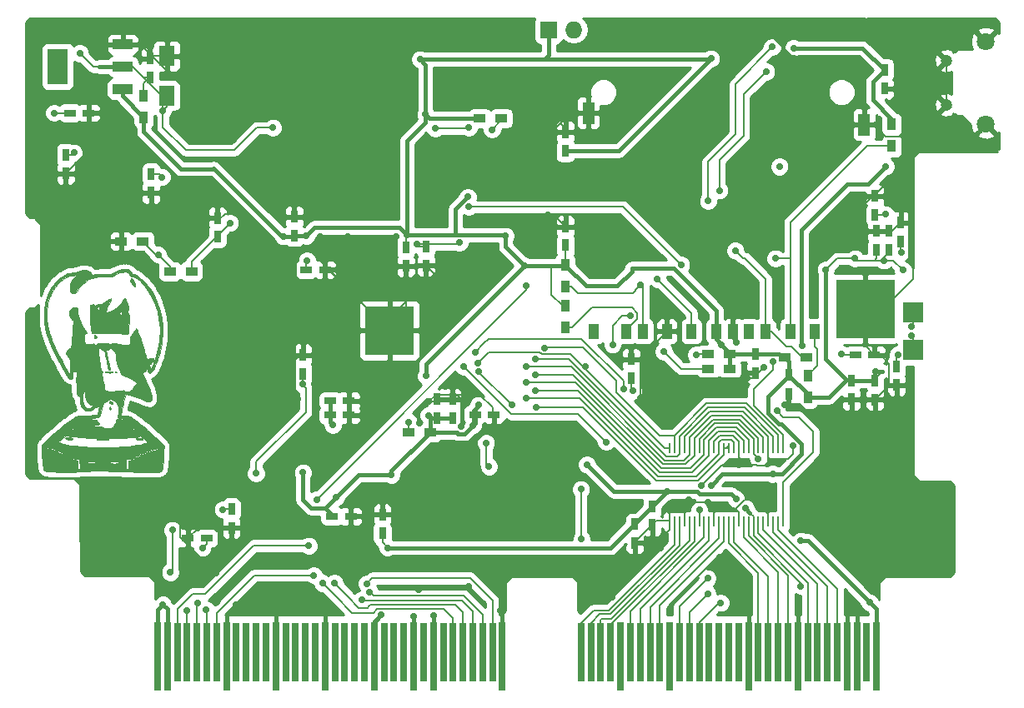
<source format=gbl>
G04 #@! TF.FileFunction,Copper,L2,Bot,Signal*
%FSLAX46Y46*%
G04 Gerber Fmt 4.6, Leading zero omitted, Abs format (unit mm)*
G04 Created by KiCad (PCBNEW 4.0.0-rc1-stable) date 08.10.2015 0:04:06*
%MOMM*%
G01*
G04 APERTURE LIST*
%ADD10C,0.152400*%
%ADD11C,0.010000*%
%ADD12R,0.750000X1.200000*%
%ADD13R,1.200000X0.750000*%
%ADD14R,1.200000X0.900000*%
%ADD15R,1.000000X1.500000*%
%ADD16R,1.200000X2.200000*%
%ADD17R,0.900000X1.200000*%
%ADD18R,0.285000X1.000000*%
%ADD19R,0.701040X7.000240*%
%ADD20R,0.701040X5.999480*%
%ADD21R,1.600000X2.000000*%
%ADD22R,2.032000X3.657600*%
%ADD23R,2.032000X1.016000*%
%ADD24R,1.727200X1.727200*%
%ADD25O,1.727200X1.727200*%
%ADD26R,5.000000X5.000000*%
%ADD27R,5.999480X5.999480*%
%ADD28R,2.100580X2.100580*%
%ADD29C,1.200000*%
%ADD30C,1.800000*%
%ADD31C,0.700000*%
%ADD32C,0.406400*%
%ADD33C,0.200000*%
%ADD34C,0.203200*%
%ADD35C,0.254000*%
G04 APERTURE END LIST*
D10*
D11*
G36*
X37240787Y-114405187D02*
X36923380Y-114489776D01*
X36586021Y-114622691D01*
X36421834Y-114702324D01*
X36125500Y-114854870D01*
X35575167Y-114845227D01*
X35114333Y-114852543D01*
X34707467Y-114892969D01*
X34602147Y-114910042D01*
X34179459Y-114984500D01*
X34094147Y-114817018D01*
X33962345Y-114646078D01*
X33776347Y-114529172D01*
X33548807Y-114468384D01*
X33292382Y-114465797D01*
X33019729Y-114523494D01*
X32814556Y-114606423D01*
X32668709Y-114668334D01*
X32537441Y-114707611D01*
X32462070Y-114715778D01*
X32254808Y-114719507D01*
X32002870Y-114762286D01*
X31733022Y-114837733D01*
X31472031Y-114939463D01*
X31418734Y-114964604D01*
X31028695Y-115200386D01*
X30663908Y-115510556D01*
X30330197Y-115887095D01*
X30033385Y-116321983D01*
X29779294Y-116807201D01*
X29573748Y-117334730D01*
X29487801Y-117623784D01*
X29444112Y-117790686D01*
X29411306Y-117930378D01*
X29387801Y-118059536D01*
X29372012Y-118194837D01*
X29362356Y-118352958D01*
X29357249Y-118550574D01*
X29355108Y-118804362D01*
X29354520Y-119027333D01*
X29355008Y-119346739D01*
X29358540Y-119598664D01*
X29366324Y-119800273D01*
X29379566Y-119968730D01*
X29399473Y-120121201D01*
X29427252Y-120274851D01*
X29449778Y-120382000D01*
X29529244Y-120702793D01*
X29634106Y-121062342D01*
X29754787Y-121431662D01*
X29881713Y-121781769D01*
X30005305Y-122083678D01*
X30030212Y-122138833D01*
X30188060Y-122474487D01*
X30361344Y-122831229D01*
X30545027Y-123199632D01*
X30734070Y-123570268D01*
X30923436Y-123933712D01*
X31108087Y-124280535D01*
X31282985Y-124601311D01*
X31443092Y-124886614D01*
X31583370Y-125127016D01*
X31698781Y-125313090D01*
X31784288Y-125435410D01*
X31805337Y-125460454D01*
X31902644Y-125527483D01*
X32036849Y-125538246D01*
X32038170Y-125538136D01*
X32140435Y-125520669D01*
X32185434Y-125475996D01*
X32199105Y-125398500D01*
X32208847Y-125286464D01*
X32222913Y-125129947D01*
X32233985Y-125009154D01*
X32258260Y-124746808D01*
X32369895Y-124789252D01*
X32486850Y-124813467D01*
X32572628Y-124808831D01*
X32628088Y-124800809D01*
X32648010Y-124827797D01*
X32639484Y-124909458D01*
X32629041Y-124965233D01*
X32614446Y-125092084D01*
X32604460Y-125285107D01*
X32598906Y-125525941D01*
X32597606Y-125796226D01*
X32600383Y-126077602D01*
X32607060Y-126351709D01*
X32617459Y-126600187D01*
X32631403Y-126804676D01*
X32648153Y-126943666D01*
X32677700Y-127093466D01*
X32708312Y-127180976D01*
X32752129Y-127227847D01*
X32821290Y-127255727D01*
X32823500Y-127256383D01*
X32887742Y-127278525D01*
X32925718Y-127310988D01*
X32944540Y-127373570D01*
X32951321Y-127486066D01*
X32952792Y-127616217D01*
X32978236Y-127945683D01*
X33053381Y-128218923D01*
X33184190Y-128452201D01*
X33314415Y-128602779D01*
X33426005Y-128710738D01*
X33509544Y-128771611D01*
X33596160Y-128798864D01*
X33716979Y-128805963D01*
X33784568Y-128806175D01*
X34039088Y-128778664D01*
X34235521Y-128694232D01*
X34381352Y-128549515D01*
X34392402Y-128533187D01*
X34464509Y-128455966D01*
X34533918Y-128425333D01*
X34614716Y-128406848D01*
X34729791Y-128360723D01*
X34766759Y-128342744D01*
X34928753Y-128260154D01*
X34901507Y-128395660D01*
X34880303Y-128508596D01*
X34852117Y-128668281D01*
X34826354Y-128820380D01*
X34789408Y-128997184D01*
X34745603Y-129106779D01*
X34689974Y-129165422D01*
X34623866Y-129187218D01*
X34496382Y-129205782D01*
X34301736Y-129221581D01*
X34034143Y-129235083D01*
X33687820Y-129246752D01*
X33678457Y-129247015D01*
X33350877Y-129256937D01*
X33094177Y-129268241D01*
X32894587Y-129284019D01*
X32738336Y-129307362D01*
X32611656Y-129341362D01*
X32500775Y-129389108D01*
X32391923Y-129453693D01*
X32271332Y-129538208D01*
X32222821Y-129573793D01*
X31718054Y-129951808D01*
X31239297Y-130322301D01*
X30793016Y-130679775D01*
X30385681Y-131018737D01*
X30023756Y-131333690D01*
X29713711Y-131619139D01*
X29462012Y-131869590D01*
X29278084Y-132075907D01*
X29119334Y-132270875D01*
X29119334Y-132953273D01*
X29126412Y-133431737D01*
X29147228Y-133850949D01*
X29181153Y-134206147D01*
X29227558Y-134492570D01*
X29285817Y-134705458D01*
X29355300Y-134840049D01*
X29370617Y-134857282D01*
X29421820Y-134889304D01*
X29510230Y-134916402D01*
X29641879Y-134938964D01*
X29822804Y-134957378D01*
X30059039Y-134972029D01*
X30356619Y-134983307D01*
X30721579Y-134991597D01*
X31159954Y-134997287D01*
X31600850Y-135000400D01*
X31979391Y-135001428D01*
X32280968Y-135000097D01*
X32513259Y-134996124D01*
X32683940Y-134989223D01*
X32800689Y-134979110D01*
X32871183Y-134965501D01*
X32898935Y-134952328D01*
X32955944Y-134939627D01*
X33087732Y-134928633D01*
X33284427Y-134919351D01*
X33536157Y-134911790D01*
X33833053Y-134905954D01*
X34165241Y-134901851D01*
X34522852Y-134899487D01*
X34896014Y-134898867D01*
X35274856Y-134900000D01*
X35649506Y-134902890D01*
X36010094Y-134907545D01*
X36346747Y-134913971D01*
X36649596Y-134922174D01*
X36908768Y-134932160D01*
X37114392Y-134943937D01*
X37183834Y-134949548D01*
X37346786Y-134960672D01*
X37575825Y-134971003D01*
X37858676Y-134980404D01*
X38183062Y-134988742D01*
X38536708Y-134995880D01*
X38907337Y-135001684D01*
X39282674Y-135006020D01*
X39650442Y-135008752D01*
X39998365Y-135009746D01*
X40314167Y-135008866D01*
X40585572Y-135005977D01*
X40800305Y-135000945D01*
X40946088Y-134993635D01*
X40972667Y-134991185D01*
X41110186Y-134971555D01*
X41191356Y-134940074D01*
X41244386Y-134880665D01*
X41278360Y-134816943D01*
X41328555Y-134686892D01*
X41351234Y-134592918D01*
X41056686Y-134592918D01*
X41045038Y-134635537D01*
X41004382Y-134670755D01*
X40927941Y-134699207D01*
X40808939Y-134721527D01*
X40640602Y-134738349D01*
X40416152Y-134750308D01*
X40128815Y-134758037D01*
X39771814Y-134762172D01*
X39338373Y-134763347D01*
X39237000Y-134763277D01*
X38923336Y-134762499D01*
X38645191Y-134761000D01*
X38411524Y-134758896D01*
X38231292Y-134756299D01*
X38113453Y-134753324D01*
X38066965Y-134750086D01*
X38072834Y-134748449D01*
X38145042Y-134743951D01*
X38290777Y-134737394D01*
X38498933Y-134729190D01*
X38758406Y-134719746D01*
X39058092Y-134709474D01*
X39386887Y-134698783D01*
X39593965Y-134692323D01*
X40003254Y-134678885D01*
X40333984Y-134665957D01*
X40592257Y-134653129D01*
X40784176Y-134639988D01*
X40915843Y-134626123D01*
X40993361Y-134611122D01*
X41022067Y-134596016D01*
X41051071Y-134566859D01*
X41056686Y-134592918D01*
X41351234Y-134592918D01*
X41369864Y-134515723D01*
X41403290Y-134294901D01*
X41429836Y-134015888D01*
X41450504Y-133670148D01*
X41466297Y-133249144D01*
X41467535Y-133206502D01*
X41478070Y-132835938D01*
X41226683Y-132835938D01*
X41220790Y-133066795D01*
X41204654Y-133363249D01*
X41181534Y-133695263D01*
X41161790Y-133932224D01*
X41140372Y-134141158D01*
X41118798Y-134312688D01*
X41098590Y-134437437D01*
X41081268Y-134506027D01*
X41068352Y-134509080D01*
X41061361Y-134437219D01*
X41061344Y-134436666D01*
X41063110Y-134349118D01*
X41070554Y-134195667D01*
X41082415Y-133994792D01*
X41097429Y-133764970D01*
X41114332Y-133524681D01*
X41131861Y-133292403D01*
X41148754Y-133086614D01*
X41163747Y-132925792D01*
X41166251Y-132902083D01*
X41179060Y-132765477D01*
X41175407Y-132692785D01*
X41149187Y-132663887D01*
X41094295Y-132658667D01*
X41092390Y-132658666D01*
X40947234Y-132676719D01*
X40740214Y-132727233D01*
X40485164Y-132804741D01*
X40195915Y-132903773D01*
X39886301Y-133018862D01*
X39570152Y-133144540D01*
X39261302Y-133275338D01*
X38973584Y-133405790D01*
X38720828Y-133530427D01*
X38516869Y-133643780D01*
X38395208Y-133724876D01*
X38282552Y-133782411D01*
X38183541Y-133802244D01*
X38055619Y-133813242D01*
X37974971Y-133829031D01*
X37931283Y-133844408D01*
X37903626Y-133873048D01*
X37889071Y-133931043D01*
X37884688Y-134034488D01*
X37887550Y-134199473D01*
X37890305Y-134294209D01*
X37893176Y-134515053D01*
X37886675Y-134662366D01*
X37871267Y-134733127D01*
X37847421Y-134724315D01*
X37830256Y-134682599D01*
X37785438Y-134671257D01*
X37664933Y-134661145D01*
X37477712Y-134652266D01*
X37232744Y-134644625D01*
X36939001Y-134638227D01*
X36605452Y-134633075D01*
X36241068Y-134629175D01*
X35854818Y-134626531D01*
X35455673Y-134625146D01*
X35052603Y-134625027D01*
X34654578Y-134626176D01*
X34270568Y-134628599D01*
X33909544Y-134632300D01*
X33580476Y-134637282D01*
X33292334Y-134643552D01*
X33054088Y-134651113D01*
X32874708Y-134659969D01*
X32763165Y-134670125D01*
X32728263Y-134680083D01*
X32681429Y-134697426D01*
X32561531Y-134710804D01*
X32380069Y-134720420D01*
X32148544Y-134726475D01*
X31878454Y-134729171D01*
X31581302Y-134728710D01*
X31268586Y-134725294D01*
X30951807Y-134719124D01*
X30642466Y-134710404D01*
X30352061Y-134699333D01*
X30092093Y-134686115D01*
X29874063Y-134670952D01*
X29709471Y-134654044D01*
X29609816Y-134635594D01*
X29586929Y-134624940D01*
X29614576Y-134614178D01*
X29720995Y-134609084D01*
X29900482Y-134609606D01*
X30147337Y-134615691D01*
X30455858Y-134627288D01*
X30613622Y-134634306D01*
X30940377Y-134648633D01*
X31270623Y-134661635D01*
X31584909Y-134672652D01*
X31863782Y-134681026D01*
X32087792Y-134686100D01*
X32177111Y-134687223D01*
X32402117Y-134688568D01*
X32555553Y-134680353D01*
X32650450Y-134649713D01*
X32699838Y-134583786D01*
X32716751Y-134469708D01*
X32714218Y-134294616D01*
X32709053Y-134162148D01*
X32696500Y-133824414D01*
X32484555Y-133781290D01*
X32333644Y-133734979D01*
X32156238Y-133658349D01*
X32018889Y-133584288D01*
X31856850Y-133488036D01*
X31708267Y-133405547D01*
X31555883Y-133328697D01*
X31382446Y-133249360D01*
X31170701Y-133159411D01*
X30903394Y-133050725D01*
X30786570Y-133003982D01*
X30445324Y-132870196D01*
X30170856Y-132768375D01*
X29952931Y-132695308D01*
X29781314Y-132647783D01*
X29645769Y-132622589D01*
X29551219Y-132616333D01*
X29405804Y-132616333D01*
X29432266Y-132880916D01*
X29448764Y-133062842D01*
X29465787Y-133279738D01*
X29482461Y-133516510D01*
X29497908Y-133758065D01*
X29511254Y-133989309D01*
X29521623Y-134195147D01*
X29528140Y-134360487D01*
X29529929Y-134470234D01*
X29526709Y-134509069D01*
X29504744Y-134490306D01*
X29481413Y-134390634D01*
X29456552Y-134208987D01*
X29430000Y-133944297D01*
X29416041Y-133780500D01*
X29395941Y-133491673D01*
X29382643Y-133210966D01*
X29376148Y-132951325D01*
X29376461Y-132725702D01*
X29383585Y-132547044D01*
X29397523Y-132428301D01*
X29415667Y-132383500D01*
X29452614Y-132392221D01*
X29458000Y-132418805D01*
X29496517Y-132487445D01*
X29604068Y-132525697D01*
X29689560Y-132531666D01*
X29856462Y-132551856D01*
X30083017Y-132608841D01*
X30355460Y-132697246D01*
X30660028Y-132811697D01*
X30982957Y-132946818D01*
X31310482Y-133097233D01*
X31628839Y-133257569D01*
X31828667Y-133367021D01*
X32034311Y-133482073D01*
X32187534Y-133561089D01*
X32308481Y-133611653D01*
X32417298Y-133641345D01*
X32534130Y-133657749D01*
X32619196Y-133664556D01*
X32922892Y-133685387D01*
X32981222Y-134584833D01*
X37621597Y-134584833D01*
X37622770Y-134338758D01*
X37623201Y-134325706D01*
X35946856Y-134325706D01*
X35914230Y-134328000D01*
X35809461Y-134329939D01*
X35636723Y-134331453D01*
X35400191Y-134332471D01*
X35104041Y-134332925D01*
X35024834Y-134332942D01*
X34716206Y-134332624D01*
X34467201Y-134331728D01*
X34281826Y-134330325D01*
X34164085Y-134328483D01*
X34117984Y-134326272D01*
X34147528Y-134323762D01*
X34256723Y-134321022D01*
X34297315Y-134320303D01*
X34617221Y-134316619D01*
X34979249Y-134315140D01*
X35345531Y-134315866D01*
X35678200Y-134318796D01*
X35778981Y-134320329D01*
X35903165Y-134323125D01*
X35946856Y-134325706D01*
X37623201Y-134325706D01*
X37628612Y-134161950D01*
X37635119Y-134077340D01*
X36891822Y-134077340D01*
X36877116Y-134110065D01*
X36861513Y-134116652D01*
X36744701Y-134139182D01*
X36576229Y-134150935D01*
X36388419Y-134151885D01*
X36213592Y-134142006D01*
X36084071Y-134121272D01*
X36070758Y-134117294D01*
X36037675Y-134083464D01*
X36038567Y-134080879D01*
X34541373Y-134080879D01*
X34492258Y-134114795D01*
X34373452Y-134133340D01*
X34178468Y-134140076D01*
X34114667Y-134140333D01*
X33913650Y-134137805D01*
X33784550Y-134129062D01*
X33714736Y-134112363D01*
X33691577Y-134085968D01*
X33691334Y-134082016D01*
X33713223Y-134014205D01*
X33786738Y-133965379D01*
X33923646Y-133930379D01*
X34086071Y-133908934D01*
X34248653Y-133895887D01*
X34351957Y-133900259D01*
X34420108Y-133924900D01*
X34456487Y-133952687D01*
X34527287Y-134028030D01*
X34541373Y-134080879D01*
X36038567Y-134080879D01*
X36061664Y-134013961D01*
X36095416Y-133970319D01*
X36151979Y-133944550D01*
X36251125Y-133932170D01*
X36412628Y-133928697D01*
X36437929Y-133928666D01*
X36614371Y-133932230D01*
X36727852Y-133945877D01*
X36799889Y-133974044D01*
X36844368Y-134012450D01*
X36891822Y-134077340D01*
X37635119Y-134077340D01*
X37642194Y-133985352D01*
X37651757Y-133907209D01*
X37679571Y-133721733D01*
X37452869Y-133707890D01*
X37407091Y-133702376D01*
X37437965Y-133696799D01*
X37456873Y-133695833D01*
X35511667Y-133695833D01*
X35490500Y-133717000D01*
X35469334Y-133695833D01*
X35490500Y-133674666D01*
X35511667Y-133695833D01*
X37456873Y-133695833D01*
X37537481Y-133691715D01*
X37697625Y-133687679D01*
X37758463Y-133686725D01*
X38290759Y-133679403D01*
X38334778Y-133653988D01*
X35360546Y-133653988D01*
X35314791Y-133660654D01*
X35236500Y-133662558D01*
X35136106Y-133659868D01*
X35099409Y-133652323D01*
X35119502Y-133644866D01*
X35235640Y-133637243D01*
X35331168Y-133644289D01*
X35360546Y-133653988D01*
X38334778Y-133653988D01*
X38708774Y-133438059D01*
X39170637Y-133189574D01*
X39632260Y-132975660D01*
X40078682Y-132802078D01*
X40494947Y-132674588D01*
X40866095Y-132598951D01*
X40899013Y-132594603D01*
X41040596Y-132571717D01*
X41115359Y-132543005D01*
X41141126Y-132500573D01*
X41142000Y-132486953D01*
X41121393Y-132407955D01*
X41099667Y-132383500D01*
X41058872Y-132324888D01*
X41057334Y-132311792D01*
X41079067Y-132309036D01*
X41132352Y-132361914D01*
X41142000Y-132373884D01*
X41179991Y-132439652D01*
X41206575Y-132532097D01*
X41222042Y-132660949D01*
X41226683Y-132835938D01*
X41478070Y-132835938D01*
X41492279Y-132336170D01*
X41370884Y-132192085D01*
X40968178Y-132192085D01*
X40966259Y-132193000D01*
X40925995Y-132165298D01*
X40855537Y-132097564D01*
X40845667Y-132087166D01*
X40785267Y-132017215D01*
X40780514Y-132008811D01*
X40612834Y-132008811D01*
X40137892Y-132016239D01*
X39880181Y-132025285D01*
X39676475Y-132046004D01*
X39496444Y-132082597D01*
X39352330Y-132125063D01*
X39066801Y-132203679D01*
X38718151Y-132276399D01*
X38327879Y-132340225D01*
X37917482Y-132392162D01*
X37508456Y-132429212D01*
X37122300Y-132448378D01*
X37020598Y-132450137D01*
X36828077Y-132455336D01*
X36641522Y-132466117D01*
X36498274Y-132480259D01*
X36487009Y-132481887D01*
X36368401Y-132491919D01*
X36176980Y-132498385D01*
X35924519Y-132501430D01*
X35622792Y-132501198D01*
X35283569Y-132497830D01*
X34918625Y-132491471D01*
X34539732Y-132482263D01*
X34158663Y-132470350D01*
X33787190Y-132455874D01*
X33585500Y-132446593D01*
X33015193Y-132410993D01*
X32496121Y-132362932D01*
X32034586Y-132303399D01*
X31636891Y-132233382D01*
X31309339Y-132153870D01*
X31058234Y-132065853D01*
X31007246Y-132042193D01*
X30893371Y-132008567D01*
X30720939Y-131985363D01*
X30541580Y-131976465D01*
X30380554Y-131973126D01*
X30296935Y-131967741D01*
X30283467Y-131958639D01*
X30332891Y-131944150D01*
X30368167Y-131936571D01*
X30485896Y-131917833D01*
X29860167Y-131917833D01*
X29735830Y-132055416D01*
X29645542Y-132151596D01*
X29598627Y-132190428D01*
X29585003Y-132180226D01*
X29585000Y-132179753D01*
X29613342Y-132146111D01*
X29684757Y-132076867D01*
X29722584Y-132042170D01*
X29860167Y-131917833D01*
X30485896Y-131917833D01*
X30521652Y-131912142D01*
X30671493Y-131899022D01*
X30685667Y-131898610D01*
X30759220Y-131888627D01*
X30838465Y-131855568D01*
X30937403Y-131790293D01*
X31070032Y-131683660D01*
X31236000Y-131539260D01*
X31419022Y-131382434D01*
X31551238Y-131281050D01*
X31629797Y-131237138D01*
X31651855Y-131243422D01*
X31668309Y-131297751D01*
X31673021Y-131304007D01*
X31714977Y-131311379D01*
X31819997Y-131330982D01*
X31968005Y-131359056D01*
X32019167Y-131368832D01*
X32128109Y-131384988D01*
X32306635Y-131406086D01*
X32539896Y-131430800D01*
X32813042Y-131457808D01*
X33111223Y-131485784D01*
X33419589Y-131513405D01*
X33723290Y-131539346D01*
X34007477Y-131562282D01*
X34257299Y-131580890D01*
X34457907Y-131593845D01*
X34594451Y-131599823D01*
X34612084Y-131600062D01*
X34658963Y-131634435D01*
X34665000Y-131663833D01*
X34676864Y-131689443D01*
X34720542Y-131707284D01*
X34808163Y-131718656D01*
X34951860Y-131724858D01*
X35163760Y-131727190D01*
X35257667Y-131727333D01*
X35496694Y-131726062D01*
X35663212Y-131721382D01*
X35769349Y-131711994D01*
X35827236Y-131696598D01*
X35849003Y-131673894D01*
X35850334Y-131663833D01*
X35878826Y-131607101D01*
X35903250Y-131599503D01*
X36106787Y-131594735D01*
X36361878Y-131586329D01*
X36653809Y-131575006D01*
X36967866Y-131561483D01*
X37289333Y-131546480D01*
X37603496Y-131530715D01*
X37895640Y-131514908D01*
X38151052Y-131499776D01*
X38355015Y-131486040D01*
X38492816Y-131474417D01*
X38515510Y-131471889D01*
X38731831Y-131444012D01*
X38877391Y-131419989D01*
X38965723Y-131395756D01*
X39010361Y-131367249D01*
X39024840Y-131330404D01*
X39025334Y-131318803D01*
X39028958Y-131297137D01*
X39045553Y-131293459D01*
X39083704Y-131314200D01*
X39151993Y-131365792D01*
X39259004Y-131454664D01*
X39413322Y-131587249D01*
X39598870Y-131748500D01*
X39841920Y-131960166D01*
X40227377Y-131984489D01*
X40612834Y-132008811D01*
X40780514Y-132008811D01*
X40765489Y-131982247D01*
X40767409Y-131981333D01*
X40807673Y-132009034D01*
X40878130Y-132076768D01*
X40888000Y-132087166D01*
X40948400Y-132157118D01*
X40968178Y-132192085D01*
X41370884Y-132192085D01*
X41351716Y-132169335D01*
X41124210Y-131913529D01*
X40859736Y-131643521D01*
X40551897Y-131353566D01*
X40194301Y-131037918D01*
X39780551Y-130690833D01*
X39733678Y-130653016D01*
X39237000Y-130653016D01*
X39202428Y-130667233D01*
X39173500Y-130669000D01*
X39118599Y-130634722D01*
X39113272Y-130613405D01*
X38489757Y-130613405D01*
X38466086Y-130646223D01*
X38398760Y-130703214D01*
X38342030Y-130686559D01*
X38305667Y-130647833D01*
X38282070Y-130605410D01*
X32324731Y-130605410D01*
X32282797Y-130643774D01*
X32276258Y-130648742D01*
X32205544Y-130684843D01*
X32170424Y-130679638D01*
X32115444Y-130626311D01*
X32103834Y-130617224D01*
X32108392Y-130605500D01*
X31462976Y-130605500D01*
X31456445Y-130656927D01*
X31398822Y-130669000D01*
X31338573Y-130659562D01*
X31351931Y-130619350D01*
X31363000Y-130605500D01*
X31411580Y-130553019D01*
X31427155Y-130542000D01*
X31449827Y-130574942D01*
X31462976Y-130605500D01*
X32108392Y-130605500D01*
X32111693Y-130597012D01*
X32184421Y-130586692D01*
X32209667Y-130586327D01*
X32304021Y-130589697D01*
X32324731Y-130605410D01*
X38282070Y-130605410D01*
X38281434Y-130604267D01*
X38317974Y-130586818D01*
X38386819Y-130584333D01*
X38473715Y-130589847D01*
X38489757Y-130613405D01*
X39113272Y-130613405D01*
X39110000Y-130600316D01*
X39121135Y-130555394D01*
X39167347Y-130579290D01*
X39173500Y-130584333D01*
X39226113Y-130635058D01*
X39237000Y-130653016D01*
X39733678Y-130653016D01*
X39304254Y-130306565D01*
X39090809Y-130138034D01*
X38793999Y-129905851D01*
X38554738Y-129721434D01*
X38386966Y-129596043D01*
X37741657Y-129596043D01*
X37658902Y-129602392D01*
X37533084Y-129605755D01*
X37362163Y-129615734D01*
X37266626Y-129637913D01*
X37247334Y-129659561D01*
X37222880Y-129674694D01*
X37169917Y-129638394D01*
X37062999Y-129587310D01*
X36904662Y-129568334D01*
X36903255Y-129568333D01*
X36783448Y-129573888D01*
X36718195Y-129602247D01*
X36677546Y-129670947D01*
X36663171Y-129708922D01*
X36627804Y-129832867D01*
X36612359Y-129938764D01*
X36612334Y-129941755D01*
X36597267Y-130014580D01*
X36573502Y-130034000D01*
X36536781Y-130069957D01*
X36488044Y-130161100D01*
X36464376Y-130218060D01*
X36373733Y-130385418D01*
X36244637Y-130496982D01*
X36065368Y-130558674D01*
X35824207Y-130576418D01*
X35758410Y-130574893D01*
X35573340Y-130562842D01*
X35445616Y-130538781D01*
X35348089Y-130496045D01*
X35296601Y-130461513D01*
X35238216Y-130421018D01*
X35181217Y-130393868D01*
X35109069Y-130378310D01*
X35005243Y-130372593D01*
X34853205Y-130374963D01*
X34636423Y-130383668D01*
X34584191Y-130386000D01*
X34356284Y-130395564D01*
X34202850Y-130399622D01*
X34113826Y-130397364D01*
X34079150Y-130387981D01*
X34088756Y-130370662D01*
X34124421Y-130348990D01*
X34221632Y-130312965D01*
X34373091Y-130275096D01*
X34548876Y-130242669D01*
X34579504Y-130238154D01*
X34752329Y-130210538D01*
X34856209Y-130184046D01*
X34906598Y-130153077D01*
X34919000Y-130115144D01*
X34887836Y-130036381D01*
X34818869Y-129961381D01*
X34734080Y-129870309D01*
X34687807Y-129785166D01*
X34661898Y-129729533D01*
X34614543Y-129702714D01*
X34522274Y-129697343D01*
X34423153Y-129702107D01*
X34281986Y-129705805D01*
X34198294Y-129690434D01*
X34145793Y-129649302D01*
X34129818Y-129627425D01*
X34104004Y-129583142D01*
X34108551Y-129554856D01*
X34118987Y-129550983D01*
X33787820Y-129550983D01*
X33739373Y-129557026D01*
X33733667Y-129557422D01*
X33597166Y-129572969D01*
X33495105Y-129596089D01*
X33460853Y-129612855D01*
X33410451Y-129627320D01*
X33396804Y-129613584D01*
X33351477Y-129589500D01*
X32760000Y-129589500D01*
X32738834Y-129610666D01*
X32717667Y-129589500D01*
X32738834Y-129568333D01*
X32760000Y-129589500D01*
X33351477Y-129589500D01*
X33342806Y-129584893D01*
X33238224Y-129561669D01*
X33203951Y-129557436D01*
X33175144Y-129550821D01*
X33221302Y-129545509D01*
X33332725Y-129542037D01*
X33499714Y-129540945D01*
X33500834Y-129540947D01*
X33661255Y-129542428D01*
X33759349Y-129545945D01*
X33787820Y-129550983D01*
X34118987Y-129550983D01*
X34157537Y-129536677D01*
X34265041Y-129522716D01*
X34410639Y-129509959D01*
X34659183Y-129476257D01*
X34839058Y-129423383D01*
X34886859Y-129398990D01*
X34946216Y-129359102D01*
X34988545Y-129313291D01*
X35020271Y-129244605D01*
X35047818Y-129136092D01*
X35077613Y-128970800D01*
X35098873Y-128839620D01*
X35145816Y-128581727D01*
X35194512Y-128392610D01*
X35249477Y-128256422D01*
X35254385Y-128248039D01*
X34220500Y-128248039D01*
X34194465Y-128303778D01*
X34129467Y-128391414D01*
X34103757Y-128421308D01*
X33962453Y-128528892D01*
X33807609Y-128553972D01*
X33645064Y-128496464D01*
X33554103Y-128429256D01*
X33392914Y-128252010D01*
X33289807Y-128046783D01*
X33238351Y-127796624D01*
X33229731Y-127574029D01*
X33242456Y-127291086D01*
X33272305Y-127062133D01*
X33317328Y-126895675D01*
X33375577Y-126800218D01*
X33411408Y-126781270D01*
X33466304Y-126783529D01*
X33472264Y-126835802D01*
X33463948Y-126873533D01*
X33456190Y-126969196D01*
X33461863Y-127116291D01*
X33479593Y-127281811D01*
X33550205Y-127597584D01*
X33663997Y-127843165D01*
X33823793Y-128022793D01*
X34032413Y-128140704D01*
X34057737Y-128149839D01*
X34159734Y-128194289D01*
X34216394Y-128237208D01*
X34220500Y-128248039D01*
X35254385Y-128248039D01*
X35279883Y-128204488D01*
X35343619Y-128099197D01*
X35380774Y-128020449D01*
X35384667Y-128002907D01*
X35417428Y-127961671D01*
X35431492Y-127959666D01*
X35489110Y-127935048D01*
X35585299Y-127872071D01*
X35651405Y-127822083D01*
X35879492Y-127674937D01*
X36090371Y-127610309D01*
X36284774Y-127628413D01*
X36463433Y-127729464D01*
X36627079Y-127913674D01*
X36759624Y-128145511D01*
X36877501Y-128470847D01*
X36912029Y-128784642D01*
X36863400Y-129089126D01*
X36845167Y-129145000D01*
X36793804Y-129298594D01*
X36774781Y-129403261D01*
X36798484Y-129469621D01*
X36875298Y-129508297D01*
X37015608Y-129529909D01*
X37229799Y-129545080D01*
X37236750Y-129545503D01*
X37489053Y-129562050D01*
X37657075Y-129575942D01*
X37741162Y-129587250D01*
X37741657Y-129596043D01*
X38386966Y-129596043D01*
X38364682Y-129579389D01*
X38215484Y-129474318D01*
X38098798Y-129400827D01*
X38006278Y-129353519D01*
X37929580Y-129326998D01*
X37860356Y-129315870D01*
X37816777Y-129314333D01*
X37674475Y-129309673D01*
X37495883Y-129297687D01*
X37377547Y-129286822D01*
X37234592Y-129270195D01*
X37158844Y-129251650D01*
X37133241Y-129221045D01*
X37140723Y-129168239D01*
X37146093Y-129149239D01*
X37165265Y-129046216D01*
X37181099Y-128897134D01*
X37187861Y-128785166D01*
X37210636Y-128607219D01*
X37267340Y-128355700D01*
X37357092Y-128034220D01*
X37423688Y-127817938D01*
X37649500Y-127104709D01*
X37865785Y-127129690D01*
X38023169Y-127160706D01*
X38239399Y-127221536D01*
X38496623Y-127306127D01*
X38776993Y-127408428D01*
X39062660Y-127522387D01*
X39210529Y-127585628D01*
X39406955Y-127667884D01*
X39606599Y-127744796D01*
X39789636Y-127809394D01*
X39936244Y-127854711D01*
X40026599Y-127873777D01*
X40030750Y-127873959D01*
X40097407Y-127847093D01*
X40168334Y-127790333D01*
X40228893Y-127674446D01*
X40249777Y-127496946D01*
X40232906Y-127269965D01*
X40180202Y-127005635D01*
X40093583Y-126716087D01*
X39974971Y-126413454D01*
X39937132Y-126329833D01*
X39859384Y-126162647D01*
X39761061Y-125950660D01*
X39743196Y-125912070D01*
X38729000Y-125912070D01*
X38704264Y-125950643D01*
X38639065Y-126036670D01*
X38546923Y-126152378D01*
X38536150Y-126165630D01*
X38420376Y-126324502D01*
X38361988Y-126444370D01*
X38356518Y-126493116D01*
X38329167Y-126575419D01*
X38237314Y-126660723D01*
X38100140Y-126739161D01*
X37936826Y-126800867D01*
X37766553Y-126835974D01*
X37681326Y-126840438D01*
X37548479Y-126833887D01*
X37480908Y-126813868D01*
X37459502Y-126773786D01*
X37459076Y-126763750D01*
X37424763Y-126711200D01*
X37347639Y-126687706D01*
X37266231Y-126698807D01*
X37227154Y-126730403D01*
X37170881Y-126746783D01*
X37097460Y-126723519D01*
X37014926Y-126701260D01*
X36904587Y-126705121D01*
X36742634Y-126736397D01*
X36707388Y-126744742D01*
X36395688Y-126811915D01*
X36159259Y-126844750D01*
X35996044Y-126843390D01*
X35903985Y-126807975D01*
X35896614Y-126800255D01*
X35805529Y-126746397D01*
X35685216Y-126734969D01*
X35580096Y-126768291D01*
X35562467Y-126782800D01*
X35523902Y-126804431D01*
X35511829Y-126752902D01*
X35511667Y-126738742D01*
X35502841Y-126666099D01*
X35478478Y-126527399D01*
X35441748Y-126339156D01*
X35395824Y-126117889D01*
X35365769Y-125978859D01*
X35293069Y-125645141D01*
X35237957Y-125385014D01*
X35199097Y-125189544D01*
X35175155Y-125049797D01*
X35164795Y-124956840D01*
X35166682Y-124901737D01*
X35179480Y-124875556D01*
X35199946Y-124869333D01*
X35250805Y-124843507D01*
X35250078Y-124788994D01*
X35202595Y-124740241D01*
X35180706Y-124732082D01*
X35139056Y-124704478D01*
X35106673Y-124636401D01*
X35078307Y-124512269D01*
X35054223Y-124356728D01*
X35029088Y-124174710D01*
X34996057Y-123933056D01*
X34958151Y-123654121D01*
X34918392Y-123360262D01*
X34885013Y-123112500D01*
X34580334Y-123112500D01*
X34559167Y-123133666D01*
X34538000Y-123112500D01*
X34559167Y-123091333D01*
X34580334Y-123112500D01*
X34885013Y-123112500D01*
X34879803Y-123073831D01*
X34863771Y-122954212D01*
X34053973Y-122954212D01*
X34012362Y-122960991D01*
X33957455Y-122953207D01*
X33956799Y-122938756D01*
X34013458Y-122928651D01*
X34037938Y-122935414D01*
X34053973Y-122954212D01*
X34863771Y-122954212D01*
X34845405Y-122817185D01*
X34836829Y-122752666D01*
X34495667Y-122752666D01*
X34478626Y-122787848D01*
X34416251Y-122779577D01*
X34347500Y-122752666D01*
X34297319Y-122726674D01*
X34320705Y-122715991D01*
X34379250Y-122713308D01*
X34463661Y-122724405D01*
X34495667Y-122752666D01*
X34836829Y-122752666D01*
X34826177Y-122672529D01*
X34157000Y-122672529D01*
X34127760Y-122707764D01*
X34062231Y-122699805D01*
X33993700Y-122653703D01*
X33987667Y-122646833D01*
X33961355Y-122594592D01*
X33979021Y-122583333D01*
X34069294Y-122601198D01*
X34139890Y-122641924D01*
X34157000Y-122672529D01*
X34826177Y-122672529D01*
X34818220Y-122612678D01*
X34809681Y-122547723D01*
X34797754Y-122434871D01*
X34807739Y-122386634D01*
X34848861Y-122383917D01*
X34884078Y-122393692D01*
X34972738Y-122429327D01*
X35104044Y-122491992D01*
X35225917Y-122555490D01*
X35373259Y-122645157D01*
X35450610Y-122718905D01*
X35469334Y-122775519D01*
X35479493Y-122847565D01*
X35507334Y-122983584D01*
X35548906Y-123165697D01*
X35600255Y-123376020D01*
X35614561Y-123432498D01*
X35674270Y-123676307D01*
X35730864Y-123924939D01*
X35778127Y-124149994D01*
X35809844Y-124323071D01*
X35810869Y-124329583D01*
X35840248Y-124497948D01*
X35867901Y-124598061D01*
X35900175Y-124645948D01*
X35940809Y-124657666D01*
X36006215Y-124630366D01*
X36019667Y-124596053D01*
X36011171Y-124536769D01*
X35987756Y-124411806D01*
X35952528Y-124235642D01*
X35908595Y-124022756D01*
X35859064Y-123787626D01*
X35807043Y-123544731D01*
X35755639Y-123308548D01*
X35707959Y-123093556D01*
X35667111Y-122914235D01*
X35636202Y-122785061D01*
X35618340Y-122720515D01*
X35616184Y-122716072D01*
X35630380Y-122679302D01*
X35697929Y-122618425D01*
X35797054Y-122548376D01*
X35905981Y-122484090D01*
X36002934Y-122440503D01*
X36028609Y-122433202D01*
X36137925Y-122425540D01*
X36212359Y-122471004D01*
X36227497Y-122488736D01*
X36292608Y-122569147D01*
X36386245Y-122683412D01*
X36447921Y-122758165D01*
X36516104Y-122844039D01*
X36561558Y-122918758D01*
X36590356Y-123003697D01*
X36608572Y-123120234D01*
X36622278Y-123289743D01*
X36628996Y-123395507D01*
X36645811Y-123616379D01*
X36668938Y-123782815D01*
X36705318Y-123925047D01*
X36761894Y-124073303D01*
X36808858Y-124178674D01*
X36895019Y-124371872D01*
X36981194Y-124574124D01*
X37050201Y-124745004D01*
X37056296Y-124760911D01*
X37151859Y-125012323D01*
X37660128Y-125271176D01*
X37865399Y-125378894D01*
X38075274Y-125494512D01*
X38276475Y-125610068D01*
X38455725Y-125717601D01*
X38599745Y-125809148D01*
X38695257Y-125876749D01*
X38729000Y-125912070D01*
X39743196Y-125912070D01*
X39681822Y-125779500D01*
X39364000Y-125779500D01*
X39342834Y-125800666D01*
X39321667Y-125779500D01*
X39342834Y-125758333D01*
X39364000Y-125779500D01*
X39681822Y-125779500D01*
X39657035Y-125725959D01*
X39593735Y-125589000D01*
X39502135Y-125394837D01*
X39413481Y-125214204D01*
X39339149Y-125069897D01*
X39297894Y-124996333D01*
X39207321Y-124848166D01*
X39375936Y-124845908D01*
X39515095Y-124825557D01*
X39617812Y-124756495D01*
X39644775Y-124727130D01*
X39711970Y-124632489D01*
X39744450Y-124554283D01*
X39745000Y-124546974D01*
X39756363Y-124495283D01*
X39783734Y-124509353D01*
X39817035Y-124574395D01*
X39846191Y-124675622D01*
X39851348Y-124703041D01*
X39902989Y-124853623D01*
X39992861Y-124929208D01*
X40118486Y-124928455D01*
X40203890Y-124894004D01*
X40299831Y-124807754D01*
X40406722Y-124648128D01*
X40521214Y-124425201D01*
X40639957Y-124149050D01*
X40759604Y-123829749D01*
X40876804Y-123477373D01*
X40988208Y-123101997D01*
X41090468Y-122713697D01*
X41180235Y-122322547D01*
X41254159Y-121938624D01*
X41308891Y-121572001D01*
X41309332Y-121568443D01*
X41357247Y-120867029D01*
X41076006Y-120867029D01*
X41050062Y-121352048D01*
X40995507Y-121793331D01*
X40981608Y-121871333D01*
X40917610Y-122186604D01*
X40841156Y-122524781D01*
X40757392Y-122865942D01*
X40671464Y-123190161D01*
X40588519Y-123477515D01*
X40513703Y-123708080D01*
X40491539Y-123768666D01*
X40398953Y-124003463D01*
X40310617Y-124212324D01*
X40232776Y-124381625D01*
X40171676Y-124497739D01*
X40135123Y-124546195D01*
X40104973Y-124523111D01*
X40069737Y-124438413D01*
X40051172Y-124370170D01*
X40017586Y-124235369D01*
X39986467Y-124126470D01*
X39976275Y-124096750D01*
X39971640Y-124042488D01*
X40028168Y-124023588D01*
X40061935Y-124022666D01*
X40162720Y-123996345D01*
X40195779Y-123948028D01*
X40244015Y-123876857D01*
X40334811Y-123804918D01*
X40342695Y-123800273D01*
X40430913Y-123734416D01*
X40459251Y-123654575D01*
X40456797Y-123589161D01*
X40449894Y-123527415D01*
X40433697Y-123486828D01*
X40393777Y-123464334D01*
X40315701Y-123456872D01*
X40185037Y-123461375D01*
X39987355Y-123474780D01*
X39935500Y-123478473D01*
X39809550Y-123484108D01*
X39744747Y-123471500D01*
X39718050Y-123431352D01*
X39710414Y-123387666D01*
X39695218Y-123316929D01*
X39659973Y-123189850D01*
X39603541Y-123002845D01*
X39524787Y-122752332D01*
X39466714Y-122571879D01*
X37459000Y-122571879D01*
X37447502Y-122613084D01*
X37400245Y-122587234D01*
X37395500Y-122583333D01*
X37342321Y-122522891D01*
X37332000Y-122494811D01*
X37363238Y-122475978D01*
X37395500Y-122483357D01*
X37451810Y-122539556D01*
X37459000Y-122571879D01*
X39466714Y-122571879D01*
X39422574Y-122434725D01*
X39295766Y-122046441D01*
X39143226Y-121583896D01*
X39035949Y-121260416D01*
X38934545Y-120960564D01*
X38853805Y-120734861D01*
X38790771Y-120576153D01*
X38742484Y-120477285D01*
X38705986Y-120431102D01*
X38690681Y-120425533D01*
X38635388Y-120460103D01*
X38557337Y-120549202D01*
X38479886Y-120663383D01*
X38379759Y-120817648D01*
X38271822Y-120967264D01*
X38204782Y-121050170D01*
X38143516Y-121124003D01*
X38104941Y-121190817D01*
X38083813Y-121272663D01*
X38074887Y-121391591D01*
X38072917Y-121569650D01*
X38072897Y-121604612D01*
X38072834Y-122008916D01*
X37882334Y-122044673D01*
X37754989Y-122058162D01*
X37586501Y-122062202D01*
X37399762Y-122057980D01*
X37217666Y-122046683D01*
X37063109Y-122029499D01*
X36958983Y-122007615D01*
X36933206Y-121995455D01*
X36871872Y-121976165D01*
X36749243Y-121956652D01*
X36588610Y-121940378D01*
X36538250Y-121936760D01*
X36361845Y-121927899D01*
X36254718Y-121930499D01*
X36202062Y-121946116D01*
X36189000Y-121973503D01*
X36155853Y-122019340D01*
X36078666Y-122031439D01*
X35990825Y-122010326D01*
X35935000Y-121969500D01*
X35896677Y-121943067D01*
X35824454Y-121924780D01*
X35705438Y-121913360D01*
X35526735Y-121907529D01*
X35294817Y-121906000D01*
X35061478Y-121906638D01*
X34899735Y-121909807D01*
X34796522Y-121917392D01*
X34738770Y-121931275D01*
X34713412Y-121953340D01*
X34707380Y-121985469D01*
X34707334Y-121990666D01*
X34687376Y-122052640D01*
X34613117Y-122074459D01*
X34580334Y-122075333D01*
X34482994Y-122058813D01*
X34453334Y-122005836D01*
X34445407Y-121976667D01*
X34412434Y-121958749D01*
X34340624Y-121950976D01*
X34216187Y-121952247D01*
X34025332Y-121961455D01*
X33951730Y-121965679D01*
X33450125Y-121995018D01*
X33422563Y-121668955D01*
X33402927Y-121420615D01*
X33394009Y-121242968D01*
X33397707Y-121122498D01*
X33415923Y-121045693D01*
X33450557Y-120999039D01*
X33503507Y-120969020D01*
X33522000Y-120961708D01*
X33609793Y-120916074D01*
X33648874Y-120871047D01*
X33649000Y-120868996D01*
X33625124Y-120814562D01*
X33562579Y-120715219D01*
X33476479Y-120594617D01*
X33238178Y-120223121D01*
X33033807Y-119797009D01*
X32873274Y-119342852D01*
X32766492Y-118887221D01*
X32729828Y-118592692D01*
X32715303Y-118425909D01*
X32697836Y-118324920D01*
X32670823Y-118270930D01*
X32627660Y-118245144D01*
X32605457Y-118238783D01*
X32411628Y-118232012D01*
X32211009Y-118300408D01*
X32029172Y-118430638D01*
X31926222Y-118536435D01*
X31871258Y-118631420D01*
X31845306Y-118754920D01*
X31838382Y-118826091D01*
X31855021Y-119072497D01*
X31943322Y-119287686D01*
X32096817Y-119457948D01*
X32155914Y-119499023D01*
X32232292Y-119550024D01*
X32272062Y-119599798D01*
X32284070Y-119674519D01*
X32277158Y-119800361D01*
X32273223Y-119846182D01*
X32263913Y-119964352D01*
X32250395Y-120150925D01*
X32233779Y-120389806D01*
X32215178Y-120664898D01*
X32195701Y-120960106D01*
X32186533Y-121101666D01*
X32163599Y-121457252D01*
X32144470Y-121738114D01*
X32127161Y-121953998D01*
X32109688Y-122114650D01*
X32090064Y-122229815D01*
X32066305Y-122309237D01*
X32036426Y-122362663D01*
X31998441Y-122399837D01*
X31950366Y-122430505D01*
X31911390Y-122452339D01*
X31719350Y-122595222D01*
X31608132Y-122759652D01*
X31578016Y-122941083D01*
X31629280Y-123134966D01*
X31762202Y-123336753D01*
X31851468Y-123431584D01*
X31998000Y-123573608D01*
X31997700Y-124062721D01*
X31995071Y-124294067D01*
X31988222Y-124528202D01*
X31978301Y-124732540D01*
X31970344Y-124838302D01*
X31943290Y-125124772D01*
X31850779Y-124986469D01*
X31796184Y-124898960D01*
X31711035Y-124755516D01*
X31605894Y-124574216D01*
X31491322Y-124373138D01*
X31460814Y-124319000D01*
X31321276Y-124064199D01*
X31163085Y-123764289D01*
X30993101Y-123433270D01*
X30818179Y-123085142D01*
X30645179Y-122733906D01*
X30480959Y-122393561D01*
X30332375Y-122078107D01*
X30206285Y-121801545D01*
X30109549Y-121577875D01*
X30071207Y-121482128D01*
X29835793Y-120773115D01*
X29679778Y-120080988D01*
X29601712Y-119397496D01*
X29596925Y-118782384D01*
X29620051Y-118466270D01*
X29661169Y-118142381D01*
X29716318Y-117831828D01*
X29781535Y-117555720D01*
X29852860Y-117335169D01*
X29880654Y-117270500D01*
X29918627Y-117186951D01*
X29975954Y-117057060D01*
X30026452Y-116940804D01*
X30202790Y-116596701D01*
X30431598Y-116248368D01*
X30695729Y-115917154D01*
X30978034Y-115624405D01*
X31261364Y-115391469D01*
X31283246Y-115376273D01*
X31577536Y-115198445D01*
X31855688Y-115084369D01*
X32143850Y-115024442D01*
X32271933Y-115013239D01*
X32438744Y-115004555D01*
X32534921Y-115004465D01*
X32574313Y-115016001D01*
X32570771Y-115042201D01*
X32547938Y-115073721D01*
X32466224Y-115161821D01*
X32414536Y-115206498D01*
X32289098Y-115339940D01*
X32172475Y-115534459D01*
X32073630Y-115766468D01*
X32001525Y-116012378D01*
X31965124Y-116248601D01*
X31965134Y-116389246D01*
X32006715Y-116609183D01*
X32090928Y-116758322D01*
X32220841Y-116840718D01*
X32320932Y-116859725D01*
X32415474Y-116862585D01*
X32478107Y-116842145D01*
X32531519Y-116781622D01*
X32598397Y-116664230D01*
X32607051Y-116648058D01*
X32876021Y-116230884D01*
X33212847Y-115860794D01*
X33620759Y-115534328D01*
X33691334Y-115486897D01*
X33898140Y-115381787D01*
X34169572Y-115289260D01*
X34486099Y-115212621D01*
X34828191Y-115155178D01*
X35176317Y-115120238D01*
X35510946Y-115111107D01*
X35801215Y-115129674D01*
X36167805Y-115174515D01*
X36379486Y-115042852D01*
X36576025Y-114937069D01*
X36816578Y-114831688D01*
X37069266Y-114738812D01*
X37302210Y-114670547D01*
X37426327Y-114645346D01*
X37650026Y-114646224D01*
X37833263Y-114720059D01*
X37971624Y-114864579D01*
X38017028Y-114949701D01*
X38074448Y-115062976D01*
X38130690Y-115116822D01*
X38210807Y-115132313D01*
X38234528Y-115132666D01*
X38392883Y-115166152D01*
X38587808Y-115260671D01*
X38808158Y-115407317D01*
X39042788Y-115597183D01*
X39280553Y-115821363D01*
X39510306Y-116070948D01*
X39691282Y-116296833D01*
X40034195Y-116816293D01*
X40339337Y-117401868D01*
X40601839Y-118041663D01*
X40816832Y-118723779D01*
X40979447Y-119436320D01*
X40982107Y-119450666D01*
X41042035Y-119886228D01*
X41073333Y-120368386D01*
X41076006Y-120867029D01*
X41357247Y-120867029D01*
X41357897Y-120857523D01*
X41334047Y-120123718D01*
X41241077Y-119381106D01*
X41082282Y-118643767D01*
X40860955Y-117925780D01*
X40580392Y-117241226D01*
X40243885Y-116604184D01*
X40090733Y-116360333D01*
X39874643Y-116062077D01*
X39630771Y-115774472D01*
X39371080Y-115508274D01*
X39107535Y-115274235D01*
X38852101Y-115083111D01*
X38616744Y-114945656D01*
X38443250Y-114879521D01*
X38333787Y-114840744D01*
X38269182Y-114797573D01*
X38261925Y-114781784D01*
X38225465Y-114694223D01*
X38132541Y-114588156D01*
X38001942Y-114483879D01*
X37962907Y-114458815D01*
X37771590Y-114387962D01*
X37527204Y-114370667D01*
X37240787Y-114405187D01*
X37240787Y-114405187D01*
G37*
X37240787Y-114405187D02*
X36923380Y-114489776D01*
X36586021Y-114622691D01*
X36421834Y-114702324D01*
X36125500Y-114854870D01*
X35575167Y-114845227D01*
X35114333Y-114852543D01*
X34707467Y-114892969D01*
X34602147Y-114910042D01*
X34179459Y-114984500D01*
X34094147Y-114817018D01*
X33962345Y-114646078D01*
X33776347Y-114529172D01*
X33548807Y-114468384D01*
X33292382Y-114465797D01*
X33019729Y-114523494D01*
X32814556Y-114606423D01*
X32668709Y-114668334D01*
X32537441Y-114707611D01*
X32462070Y-114715778D01*
X32254808Y-114719507D01*
X32002870Y-114762286D01*
X31733022Y-114837733D01*
X31472031Y-114939463D01*
X31418734Y-114964604D01*
X31028695Y-115200386D01*
X30663908Y-115510556D01*
X30330197Y-115887095D01*
X30033385Y-116321983D01*
X29779294Y-116807201D01*
X29573748Y-117334730D01*
X29487801Y-117623784D01*
X29444112Y-117790686D01*
X29411306Y-117930378D01*
X29387801Y-118059536D01*
X29372012Y-118194837D01*
X29362356Y-118352958D01*
X29357249Y-118550574D01*
X29355108Y-118804362D01*
X29354520Y-119027333D01*
X29355008Y-119346739D01*
X29358540Y-119598664D01*
X29366324Y-119800273D01*
X29379566Y-119968730D01*
X29399473Y-120121201D01*
X29427252Y-120274851D01*
X29449778Y-120382000D01*
X29529244Y-120702793D01*
X29634106Y-121062342D01*
X29754787Y-121431662D01*
X29881713Y-121781769D01*
X30005305Y-122083678D01*
X30030212Y-122138833D01*
X30188060Y-122474487D01*
X30361344Y-122831229D01*
X30545027Y-123199632D01*
X30734070Y-123570268D01*
X30923436Y-123933712D01*
X31108087Y-124280535D01*
X31282985Y-124601311D01*
X31443092Y-124886614D01*
X31583370Y-125127016D01*
X31698781Y-125313090D01*
X31784288Y-125435410D01*
X31805337Y-125460454D01*
X31902644Y-125527483D01*
X32036849Y-125538246D01*
X32038170Y-125538136D01*
X32140435Y-125520669D01*
X32185434Y-125475996D01*
X32199105Y-125398500D01*
X32208847Y-125286464D01*
X32222913Y-125129947D01*
X32233985Y-125009154D01*
X32258260Y-124746808D01*
X32369895Y-124789252D01*
X32486850Y-124813467D01*
X32572628Y-124808831D01*
X32628088Y-124800809D01*
X32648010Y-124827797D01*
X32639484Y-124909458D01*
X32629041Y-124965233D01*
X32614446Y-125092084D01*
X32604460Y-125285107D01*
X32598906Y-125525941D01*
X32597606Y-125796226D01*
X32600383Y-126077602D01*
X32607060Y-126351709D01*
X32617459Y-126600187D01*
X32631403Y-126804676D01*
X32648153Y-126943666D01*
X32677700Y-127093466D01*
X32708312Y-127180976D01*
X32752129Y-127227847D01*
X32821290Y-127255727D01*
X32823500Y-127256383D01*
X32887742Y-127278525D01*
X32925718Y-127310988D01*
X32944540Y-127373570D01*
X32951321Y-127486066D01*
X32952792Y-127616217D01*
X32978236Y-127945683D01*
X33053381Y-128218923D01*
X33184190Y-128452201D01*
X33314415Y-128602779D01*
X33426005Y-128710738D01*
X33509544Y-128771611D01*
X33596160Y-128798864D01*
X33716979Y-128805963D01*
X33784568Y-128806175D01*
X34039088Y-128778664D01*
X34235521Y-128694232D01*
X34381352Y-128549515D01*
X34392402Y-128533187D01*
X34464509Y-128455966D01*
X34533918Y-128425333D01*
X34614716Y-128406848D01*
X34729791Y-128360723D01*
X34766759Y-128342744D01*
X34928753Y-128260154D01*
X34901507Y-128395660D01*
X34880303Y-128508596D01*
X34852117Y-128668281D01*
X34826354Y-128820380D01*
X34789408Y-128997184D01*
X34745603Y-129106779D01*
X34689974Y-129165422D01*
X34623866Y-129187218D01*
X34496382Y-129205782D01*
X34301736Y-129221581D01*
X34034143Y-129235083D01*
X33687820Y-129246752D01*
X33678457Y-129247015D01*
X33350877Y-129256937D01*
X33094177Y-129268241D01*
X32894587Y-129284019D01*
X32738336Y-129307362D01*
X32611656Y-129341362D01*
X32500775Y-129389108D01*
X32391923Y-129453693D01*
X32271332Y-129538208D01*
X32222821Y-129573793D01*
X31718054Y-129951808D01*
X31239297Y-130322301D01*
X30793016Y-130679775D01*
X30385681Y-131018737D01*
X30023756Y-131333690D01*
X29713711Y-131619139D01*
X29462012Y-131869590D01*
X29278084Y-132075907D01*
X29119334Y-132270875D01*
X29119334Y-132953273D01*
X29126412Y-133431737D01*
X29147228Y-133850949D01*
X29181153Y-134206147D01*
X29227558Y-134492570D01*
X29285817Y-134705458D01*
X29355300Y-134840049D01*
X29370617Y-134857282D01*
X29421820Y-134889304D01*
X29510230Y-134916402D01*
X29641879Y-134938964D01*
X29822804Y-134957378D01*
X30059039Y-134972029D01*
X30356619Y-134983307D01*
X30721579Y-134991597D01*
X31159954Y-134997287D01*
X31600850Y-135000400D01*
X31979391Y-135001428D01*
X32280968Y-135000097D01*
X32513259Y-134996124D01*
X32683940Y-134989223D01*
X32800689Y-134979110D01*
X32871183Y-134965501D01*
X32898935Y-134952328D01*
X32955944Y-134939627D01*
X33087732Y-134928633D01*
X33284427Y-134919351D01*
X33536157Y-134911790D01*
X33833053Y-134905954D01*
X34165241Y-134901851D01*
X34522852Y-134899487D01*
X34896014Y-134898867D01*
X35274856Y-134900000D01*
X35649506Y-134902890D01*
X36010094Y-134907545D01*
X36346747Y-134913971D01*
X36649596Y-134922174D01*
X36908768Y-134932160D01*
X37114392Y-134943937D01*
X37183834Y-134949548D01*
X37346786Y-134960672D01*
X37575825Y-134971003D01*
X37858676Y-134980404D01*
X38183062Y-134988742D01*
X38536708Y-134995880D01*
X38907337Y-135001684D01*
X39282674Y-135006020D01*
X39650442Y-135008752D01*
X39998365Y-135009746D01*
X40314167Y-135008866D01*
X40585572Y-135005977D01*
X40800305Y-135000945D01*
X40946088Y-134993635D01*
X40972667Y-134991185D01*
X41110186Y-134971555D01*
X41191356Y-134940074D01*
X41244386Y-134880665D01*
X41278360Y-134816943D01*
X41328555Y-134686892D01*
X41351234Y-134592918D01*
X41056686Y-134592918D01*
X41045038Y-134635537D01*
X41004382Y-134670755D01*
X40927941Y-134699207D01*
X40808939Y-134721527D01*
X40640602Y-134738349D01*
X40416152Y-134750308D01*
X40128815Y-134758037D01*
X39771814Y-134762172D01*
X39338373Y-134763347D01*
X39237000Y-134763277D01*
X38923336Y-134762499D01*
X38645191Y-134761000D01*
X38411524Y-134758896D01*
X38231292Y-134756299D01*
X38113453Y-134753324D01*
X38066965Y-134750086D01*
X38072834Y-134748449D01*
X38145042Y-134743951D01*
X38290777Y-134737394D01*
X38498933Y-134729190D01*
X38758406Y-134719746D01*
X39058092Y-134709474D01*
X39386887Y-134698783D01*
X39593965Y-134692323D01*
X40003254Y-134678885D01*
X40333984Y-134665957D01*
X40592257Y-134653129D01*
X40784176Y-134639988D01*
X40915843Y-134626123D01*
X40993361Y-134611122D01*
X41022067Y-134596016D01*
X41051071Y-134566859D01*
X41056686Y-134592918D01*
X41351234Y-134592918D01*
X41369864Y-134515723D01*
X41403290Y-134294901D01*
X41429836Y-134015888D01*
X41450504Y-133670148D01*
X41466297Y-133249144D01*
X41467535Y-133206502D01*
X41478070Y-132835938D01*
X41226683Y-132835938D01*
X41220790Y-133066795D01*
X41204654Y-133363249D01*
X41181534Y-133695263D01*
X41161790Y-133932224D01*
X41140372Y-134141158D01*
X41118798Y-134312688D01*
X41098590Y-134437437D01*
X41081268Y-134506027D01*
X41068352Y-134509080D01*
X41061361Y-134437219D01*
X41061344Y-134436666D01*
X41063110Y-134349118D01*
X41070554Y-134195667D01*
X41082415Y-133994792D01*
X41097429Y-133764970D01*
X41114332Y-133524681D01*
X41131861Y-133292403D01*
X41148754Y-133086614D01*
X41163747Y-132925792D01*
X41166251Y-132902083D01*
X41179060Y-132765477D01*
X41175407Y-132692785D01*
X41149187Y-132663887D01*
X41094295Y-132658667D01*
X41092390Y-132658666D01*
X40947234Y-132676719D01*
X40740214Y-132727233D01*
X40485164Y-132804741D01*
X40195915Y-132903773D01*
X39886301Y-133018862D01*
X39570152Y-133144540D01*
X39261302Y-133275338D01*
X38973584Y-133405790D01*
X38720828Y-133530427D01*
X38516869Y-133643780D01*
X38395208Y-133724876D01*
X38282552Y-133782411D01*
X38183541Y-133802244D01*
X38055619Y-133813242D01*
X37974971Y-133829031D01*
X37931283Y-133844408D01*
X37903626Y-133873048D01*
X37889071Y-133931043D01*
X37884688Y-134034488D01*
X37887550Y-134199473D01*
X37890305Y-134294209D01*
X37893176Y-134515053D01*
X37886675Y-134662366D01*
X37871267Y-134733127D01*
X37847421Y-134724315D01*
X37830256Y-134682599D01*
X37785438Y-134671257D01*
X37664933Y-134661145D01*
X37477712Y-134652266D01*
X37232744Y-134644625D01*
X36939001Y-134638227D01*
X36605452Y-134633075D01*
X36241068Y-134629175D01*
X35854818Y-134626531D01*
X35455673Y-134625146D01*
X35052603Y-134625027D01*
X34654578Y-134626176D01*
X34270568Y-134628599D01*
X33909544Y-134632300D01*
X33580476Y-134637282D01*
X33292334Y-134643552D01*
X33054088Y-134651113D01*
X32874708Y-134659969D01*
X32763165Y-134670125D01*
X32728263Y-134680083D01*
X32681429Y-134697426D01*
X32561531Y-134710804D01*
X32380069Y-134720420D01*
X32148544Y-134726475D01*
X31878454Y-134729171D01*
X31581302Y-134728710D01*
X31268586Y-134725294D01*
X30951807Y-134719124D01*
X30642466Y-134710404D01*
X30352061Y-134699333D01*
X30092093Y-134686115D01*
X29874063Y-134670952D01*
X29709471Y-134654044D01*
X29609816Y-134635594D01*
X29586929Y-134624940D01*
X29614576Y-134614178D01*
X29720995Y-134609084D01*
X29900482Y-134609606D01*
X30147337Y-134615691D01*
X30455858Y-134627288D01*
X30613622Y-134634306D01*
X30940377Y-134648633D01*
X31270623Y-134661635D01*
X31584909Y-134672652D01*
X31863782Y-134681026D01*
X32087792Y-134686100D01*
X32177111Y-134687223D01*
X32402117Y-134688568D01*
X32555553Y-134680353D01*
X32650450Y-134649713D01*
X32699838Y-134583786D01*
X32716751Y-134469708D01*
X32714218Y-134294616D01*
X32709053Y-134162148D01*
X32696500Y-133824414D01*
X32484555Y-133781290D01*
X32333644Y-133734979D01*
X32156238Y-133658349D01*
X32018889Y-133584288D01*
X31856850Y-133488036D01*
X31708267Y-133405547D01*
X31555883Y-133328697D01*
X31382446Y-133249360D01*
X31170701Y-133159411D01*
X30903394Y-133050725D01*
X30786570Y-133003982D01*
X30445324Y-132870196D01*
X30170856Y-132768375D01*
X29952931Y-132695308D01*
X29781314Y-132647783D01*
X29645769Y-132622589D01*
X29551219Y-132616333D01*
X29405804Y-132616333D01*
X29432266Y-132880916D01*
X29448764Y-133062842D01*
X29465787Y-133279738D01*
X29482461Y-133516510D01*
X29497908Y-133758065D01*
X29511254Y-133989309D01*
X29521623Y-134195147D01*
X29528140Y-134360487D01*
X29529929Y-134470234D01*
X29526709Y-134509069D01*
X29504744Y-134490306D01*
X29481413Y-134390634D01*
X29456552Y-134208987D01*
X29430000Y-133944297D01*
X29416041Y-133780500D01*
X29395941Y-133491673D01*
X29382643Y-133210966D01*
X29376148Y-132951325D01*
X29376461Y-132725702D01*
X29383585Y-132547044D01*
X29397523Y-132428301D01*
X29415667Y-132383500D01*
X29452614Y-132392221D01*
X29458000Y-132418805D01*
X29496517Y-132487445D01*
X29604068Y-132525697D01*
X29689560Y-132531666D01*
X29856462Y-132551856D01*
X30083017Y-132608841D01*
X30355460Y-132697246D01*
X30660028Y-132811697D01*
X30982957Y-132946818D01*
X31310482Y-133097233D01*
X31628839Y-133257569D01*
X31828667Y-133367021D01*
X32034311Y-133482073D01*
X32187534Y-133561089D01*
X32308481Y-133611653D01*
X32417298Y-133641345D01*
X32534130Y-133657749D01*
X32619196Y-133664556D01*
X32922892Y-133685387D01*
X32981222Y-134584833D01*
X37621597Y-134584833D01*
X37622770Y-134338758D01*
X37623201Y-134325706D01*
X35946856Y-134325706D01*
X35914230Y-134328000D01*
X35809461Y-134329939D01*
X35636723Y-134331453D01*
X35400191Y-134332471D01*
X35104041Y-134332925D01*
X35024834Y-134332942D01*
X34716206Y-134332624D01*
X34467201Y-134331728D01*
X34281826Y-134330325D01*
X34164085Y-134328483D01*
X34117984Y-134326272D01*
X34147528Y-134323762D01*
X34256723Y-134321022D01*
X34297315Y-134320303D01*
X34617221Y-134316619D01*
X34979249Y-134315140D01*
X35345531Y-134315866D01*
X35678200Y-134318796D01*
X35778981Y-134320329D01*
X35903165Y-134323125D01*
X35946856Y-134325706D01*
X37623201Y-134325706D01*
X37628612Y-134161950D01*
X37635119Y-134077340D01*
X36891822Y-134077340D01*
X36877116Y-134110065D01*
X36861513Y-134116652D01*
X36744701Y-134139182D01*
X36576229Y-134150935D01*
X36388419Y-134151885D01*
X36213592Y-134142006D01*
X36084071Y-134121272D01*
X36070758Y-134117294D01*
X36037675Y-134083464D01*
X36038567Y-134080879D01*
X34541373Y-134080879D01*
X34492258Y-134114795D01*
X34373452Y-134133340D01*
X34178468Y-134140076D01*
X34114667Y-134140333D01*
X33913650Y-134137805D01*
X33784550Y-134129062D01*
X33714736Y-134112363D01*
X33691577Y-134085968D01*
X33691334Y-134082016D01*
X33713223Y-134014205D01*
X33786738Y-133965379D01*
X33923646Y-133930379D01*
X34086071Y-133908934D01*
X34248653Y-133895887D01*
X34351957Y-133900259D01*
X34420108Y-133924900D01*
X34456487Y-133952687D01*
X34527287Y-134028030D01*
X34541373Y-134080879D01*
X36038567Y-134080879D01*
X36061664Y-134013961D01*
X36095416Y-133970319D01*
X36151979Y-133944550D01*
X36251125Y-133932170D01*
X36412628Y-133928697D01*
X36437929Y-133928666D01*
X36614371Y-133932230D01*
X36727852Y-133945877D01*
X36799889Y-133974044D01*
X36844368Y-134012450D01*
X36891822Y-134077340D01*
X37635119Y-134077340D01*
X37642194Y-133985352D01*
X37651757Y-133907209D01*
X37679571Y-133721733D01*
X37452869Y-133707890D01*
X37407091Y-133702376D01*
X37437965Y-133696799D01*
X37456873Y-133695833D01*
X35511667Y-133695833D01*
X35490500Y-133717000D01*
X35469334Y-133695833D01*
X35490500Y-133674666D01*
X35511667Y-133695833D01*
X37456873Y-133695833D01*
X37537481Y-133691715D01*
X37697625Y-133687679D01*
X37758463Y-133686725D01*
X38290759Y-133679403D01*
X38334778Y-133653988D01*
X35360546Y-133653988D01*
X35314791Y-133660654D01*
X35236500Y-133662558D01*
X35136106Y-133659868D01*
X35099409Y-133652323D01*
X35119502Y-133644866D01*
X35235640Y-133637243D01*
X35331168Y-133644289D01*
X35360546Y-133653988D01*
X38334778Y-133653988D01*
X38708774Y-133438059D01*
X39170637Y-133189574D01*
X39632260Y-132975660D01*
X40078682Y-132802078D01*
X40494947Y-132674588D01*
X40866095Y-132598951D01*
X40899013Y-132594603D01*
X41040596Y-132571717D01*
X41115359Y-132543005D01*
X41141126Y-132500573D01*
X41142000Y-132486953D01*
X41121393Y-132407955D01*
X41099667Y-132383500D01*
X41058872Y-132324888D01*
X41057334Y-132311792D01*
X41079067Y-132309036D01*
X41132352Y-132361914D01*
X41142000Y-132373884D01*
X41179991Y-132439652D01*
X41206575Y-132532097D01*
X41222042Y-132660949D01*
X41226683Y-132835938D01*
X41478070Y-132835938D01*
X41492279Y-132336170D01*
X41370884Y-132192085D01*
X40968178Y-132192085D01*
X40966259Y-132193000D01*
X40925995Y-132165298D01*
X40855537Y-132097564D01*
X40845667Y-132087166D01*
X40785267Y-132017215D01*
X40780514Y-132008811D01*
X40612834Y-132008811D01*
X40137892Y-132016239D01*
X39880181Y-132025285D01*
X39676475Y-132046004D01*
X39496444Y-132082597D01*
X39352330Y-132125063D01*
X39066801Y-132203679D01*
X38718151Y-132276399D01*
X38327879Y-132340225D01*
X37917482Y-132392162D01*
X37508456Y-132429212D01*
X37122300Y-132448378D01*
X37020598Y-132450137D01*
X36828077Y-132455336D01*
X36641522Y-132466117D01*
X36498274Y-132480259D01*
X36487009Y-132481887D01*
X36368401Y-132491919D01*
X36176980Y-132498385D01*
X35924519Y-132501430D01*
X35622792Y-132501198D01*
X35283569Y-132497830D01*
X34918625Y-132491471D01*
X34539732Y-132482263D01*
X34158663Y-132470350D01*
X33787190Y-132455874D01*
X33585500Y-132446593D01*
X33015193Y-132410993D01*
X32496121Y-132362932D01*
X32034586Y-132303399D01*
X31636891Y-132233382D01*
X31309339Y-132153870D01*
X31058234Y-132065853D01*
X31007246Y-132042193D01*
X30893371Y-132008567D01*
X30720939Y-131985363D01*
X30541580Y-131976465D01*
X30380554Y-131973126D01*
X30296935Y-131967741D01*
X30283467Y-131958639D01*
X30332891Y-131944150D01*
X30368167Y-131936571D01*
X30485896Y-131917833D01*
X29860167Y-131917833D01*
X29735830Y-132055416D01*
X29645542Y-132151596D01*
X29598627Y-132190428D01*
X29585003Y-132180226D01*
X29585000Y-132179753D01*
X29613342Y-132146111D01*
X29684757Y-132076867D01*
X29722584Y-132042170D01*
X29860167Y-131917833D01*
X30485896Y-131917833D01*
X30521652Y-131912142D01*
X30671493Y-131899022D01*
X30685667Y-131898610D01*
X30759220Y-131888627D01*
X30838465Y-131855568D01*
X30937403Y-131790293D01*
X31070032Y-131683660D01*
X31236000Y-131539260D01*
X31419022Y-131382434D01*
X31551238Y-131281050D01*
X31629797Y-131237138D01*
X31651855Y-131243422D01*
X31668309Y-131297751D01*
X31673021Y-131304007D01*
X31714977Y-131311379D01*
X31819997Y-131330982D01*
X31968005Y-131359056D01*
X32019167Y-131368832D01*
X32128109Y-131384988D01*
X32306635Y-131406086D01*
X32539896Y-131430800D01*
X32813042Y-131457808D01*
X33111223Y-131485784D01*
X33419589Y-131513405D01*
X33723290Y-131539346D01*
X34007477Y-131562282D01*
X34257299Y-131580890D01*
X34457907Y-131593845D01*
X34594451Y-131599823D01*
X34612084Y-131600062D01*
X34658963Y-131634435D01*
X34665000Y-131663833D01*
X34676864Y-131689443D01*
X34720542Y-131707284D01*
X34808163Y-131718656D01*
X34951860Y-131724858D01*
X35163760Y-131727190D01*
X35257667Y-131727333D01*
X35496694Y-131726062D01*
X35663212Y-131721382D01*
X35769349Y-131711994D01*
X35827236Y-131696598D01*
X35849003Y-131673894D01*
X35850334Y-131663833D01*
X35878826Y-131607101D01*
X35903250Y-131599503D01*
X36106787Y-131594735D01*
X36361878Y-131586329D01*
X36653809Y-131575006D01*
X36967866Y-131561483D01*
X37289333Y-131546480D01*
X37603496Y-131530715D01*
X37895640Y-131514908D01*
X38151052Y-131499776D01*
X38355015Y-131486040D01*
X38492816Y-131474417D01*
X38515510Y-131471889D01*
X38731831Y-131444012D01*
X38877391Y-131419989D01*
X38965723Y-131395756D01*
X39010361Y-131367249D01*
X39024840Y-131330404D01*
X39025334Y-131318803D01*
X39028958Y-131297137D01*
X39045553Y-131293459D01*
X39083704Y-131314200D01*
X39151993Y-131365792D01*
X39259004Y-131454664D01*
X39413322Y-131587249D01*
X39598870Y-131748500D01*
X39841920Y-131960166D01*
X40227377Y-131984489D01*
X40612834Y-132008811D01*
X40780514Y-132008811D01*
X40765489Y-131982247D01*
X40767409Y-131981333D01*
X40807673Y-132009034D01*
X40878130Y-132076768D01*
X40888000Y-132087166D01*
X40948400Y-132157118D01*
X40968178Y-132192085D01*
X41370884Y-132192085D01*
X41351716Y-132169335D01*
X41124210Y-131913529D01*
X40859736Y-131643521D01*
X40551897Y-131353566D01*
X40194301Y-131037918D01*
X39780551Y-130690833D01*
X39733678Y-130653016D01*
X39237000Y-130653016D01*
X39202428Y-130667233D01*
X39173500Y-130669000D01*
X39118599Y-130634722D01*
X39113272Y-130613405D01*
X38489757Y-130613405D01*
X38466086Y-130646223D01*
X38398760Y-130703214D01*
X38342030Y-130686559D01*
X38305667Y-130647833D01*
X38282070Y-130605410D01*
X32324731Y-130605410D01*
X32282797Y-130643774D01*
X32276258Y-130648742D01*
X32205544Y-130684843D01*
X32170424Y-130679638D01*
X32115444Y-130626311D01*
X32103834Y-130617224D01*
X32108392Y-130605500D01*
X31462976Y-130605500D01*
X31456445Y-130656927D01*
X31398822Y-130669000D01*
X31338573Y-130659562D01*
X31351931Y-130619350D01*
X31363000Y-130605500D01*
X31411580Y-130553019D01*
X31427155Y-130542000D01*
X31449827Y-130574942D01*
X31462976Y-130605500D01*
X32108392Y-130605500D01*
X32111693Y-130597012D01*
X32184421Y-130586692D01*
X32209667Y-130586327D01*
X32304021Y-130589697D01*
X32324731Y-130605410D01*
X38282070Y-130605410D01*
X38281434Y-130604267D01*
X38317974Y-130586818D01*
X38386819Y-130584333D01*
X38473715Y-130589847D01*
X38489757Y-130613405D01*
X39113272Y-130613405D01*
X39110000Y-130600316D01*
X39121135Y-130555394D01*
X39167347Y-130579290D01*
X39173500Y-130584333D01*
X39226113Y-130635058D01*
X39237000Y-130653016D01*
X39733678Y-130653016D01*
X39304254Y-130306565D01*
X39090809Y-130138034D01*
X38793999Y-129905851D01*
X38554738Y-129721434D01*
X38386966Y-129596043D01*
X37741657Y-129596043D01*
X37658902Y-129602392D01*
X37533084Y-129605755D01*
X37362163Y-129615734D01*
X37266626Y-129637913D01*
X37247334Y-129659561D01*
X37222880Y-129674694D01*
X37169917Y-129638394D01*
X37062999Y-129587310D01*
X36904662Y-129568334D01*
X36903255Y-129568333D01*
X36783448Y-129573888D01*
X36718195Y-129602247D01*
X36677546Y-129670947D01*
X36663171Y-129708922D01*
X36627804Y-129832867D01*
X36612359Y-129938764D01*
X36612334Y-129941755D01*
X36597267Y-130014580D01*
X36573502Y-130034000D01*
X36536781Y-130069957D01*
X36488044Y-130161100D01*
X36464376Y-130218060D01*
X36373733Y-130385418D01*
X36244637Y-130496982D01*
X36065368Y-130558674D01*
X35824207Y-130576418D01*
X35758410Y-130574893D01*
X35573340Y-130562842D01*
X35445616Y-130538781D01*
X35348089Y-130496045D01*
X35296601Y-130461513D01*
X35238216Y-130421018D01*
X35181217Y-130393868D01*
X35109069Y-130378310D01*
X35005243Y-130372593D01*
X34853205Y-130374963D01*
X34636423Y-130383668D01*
X34584191Y-130386000D01*
X34356284Y-130395564D01*
X34202850Y-130399622D01*
X34113826Y-130397364D01*
X34079150Y-130387981D01*
X34088756Y-130370662D01*
X34124421Y-130348990D01*
X34221632Y-130312965D01*
X34373091Y-130275096D01*
X34548876Y-130242669D01*
X34579504Y-130238154D01*
X34752329Y-130210538D01*
X34856209Y-130184046D01*
X34906598Y-130153077D01*
X34919000Y-130115144D01*
X34887836Y-130036381D01*
X34818869Y-129961381D01*
X34734080Y-129870309D01*
X34687807Y-129785166D01*
X34661898Y-129729533D01*
X34614543Y-129702714D01*
X34522274Y-129697343D01*
X34423153Y-129702107D01*
X34281986Y-129705805D01*
X34198294Y-129690434D01*
X34145793Y-129649302D01*
X34129818Y-129627425D01*
X34104004Y-129583142D01*
X34108551Y-129554856D01*
X34118987Y-129550983D01*
X33787820Y-129550983D01*
X33739373Y-129557026D01*
X33733667Y-129557422D01*
X33597166Y-129572969D01*
X33495105Y-129596089D01*
X33460853Y-129612855D01*
X33410451Y-129627320D01*
X33396804Y-129613584D01*
X33351477Y-129589500D01*
X32760000Y-129589500D01*
X32738834Y-129610666D01*
X32717667Y-129589500D01*
X32738834Y-129568333D01*
X32760000Y-129589500D01*
X33351477Y-129589500D01*
X33342806Y-129584893D01*
X33238224Y-129561669D01*
X33203951Y-129557436D01*
X33175144Y-129550821D01*
X33221302Y-129545509D01*
X33332725Y-129542037D01*
X33499714Y-129540945D01*
X33500834Y-129540947D01*
X33661255Y-129542428D01*
X33759349Y-129545945D01*
X33787820Y-129550983D01*
X34118987Y-129550983D01*
X34157537Y-129536677D01*
X34265041Y-129522716D01*
X34410639Y-129509959D01*
X34659183Y-129476257D01*
X34839058Y-129423383D01*
X34886859Y-129398990D01*
X34946216Y-129359102D01*
X34988545Y-129313291D01*
X35020271Y-129244605D01*
X35047818Y-129136092D01*
X35077613Y-128970800D01*
X35098873Y-128839620D01*
X35145816Y-128581727D01*
X35194512Y-128392610D01*
X35249477Y-128256422D01*
X35254385Y-128248039D01*
X34220500Y-128248039D01*
X34194465Y-128303778D01*
X34129467Y-128391414D01*
X34103757Y-128421308D01*
X33962453Y-128528892D01*
X33807609Y-128553972D01*
X33645064Y-128496464D01*
X33554103Y-128429256D01*
X33392914Y-128252010D01*
X33289807Y-128046783D01*
X33238351Y-127796624D01*
X33229731Y-127574029D01*
X33242456Y-127291086D01*
X33272305Y-127062133D01*
X33317328Y-126895675D01*
X33375577Y-126800218D01*
X33411408Y-126781270D01*
X33466304Y-126783529D01*
X33472264Y-126835802D01*
X33463948Y-126873533D01*
X33456190Y-126969196D01*
X33461863Y-127116291D01*
X33479593Y-127281811D01*
X33550205Y-127597584D01*
X33663997Y-127843165D01*
X33823793Y-128022793D01*
X34032413Y-128140704D01*
X34057737Y-128149839D01*
X34159734Y-128194289D01*
X34216394Y-128237208D01*
X34220500Y-128248039D01*
X35254385Y-128248039D01*
X35279883Y-128204488D01*
X35343619Y-128099197D01*
X35380774Y-128020449D01*
X35384667Y-128002907D01*
X35417428Y-127961671D01*
X35431492Y-127959666D01*
X35489110Y-127935048D01*
X35585299Y-127872071D01*
X35651405Y-127822083D01*
X35879492Y-127674937D01*
X36090371Y-127610309D01*
X36284774Y-127628413D01*
X36463433Y-127729464D01*
X36627079Y-127913674D01*
X36759624Y-128145511D01*
X36877501Y-128470847D01*
X36912029Y-128784642D01*
X36863400Y-129089126D01*
X36845167Y-129145000D01*
X36793804Y-129298594D01*
X36774781Y-129403261D01*
X36798484Y-129469621D01*
X36875298Y-129508297D01*
X37015608Y-129529909D01*
X37229799Y-129545080D01*
X37236750Y-129545503D01*
X37489053Y-129562050D01*
X37657075Y-129575942D01*
X37741162Y-129587250D01*
X37741657Y-129596043D01*
X38386966Y-129596043D01*
X38364682Y-129579389D01*
X38215484Y-129474318D01*
X38098798Y-129400827D01*
X38006278Y-129353519D01*
X37929580Y-129326998D01*
X37860356Y-129315870D01*
X37816777Y-129314333D01*
X37674475Y-129309673D01*
X37495883Y-129297687D01*
X37377547Y-129286822D01*
X37234592Y-129270195D01*
X37158844Y-129251650D01*
X37133241Y-129221045D01*
X37140723Y-129168239D01*
X37146093Y-129149239D01*
X37165265Y-129046216D01*
X37181099Y-128897134D01*
X37187861Y-128785166D01*
X37210636Y-128607219D01*
X37267340Y-128355700D01*
X37357092Y-128034220D01*
X37423688Y-127817938D01*
X37649500Y-127104709D01*
X37865785Y-127129690D01*
X38023169Y-127160706D01*
X38239399Y-127221536D01*
X38496623Y-127306127D01*
X38776993Y-127408428D01*
X39062660Y-127522387D01*
X39210529Y-127585628D01*
X39406955Y-127667884D01*
X39606599Y-127744796D01*
X39789636Y-127809394D01*
X39936244Y-127854711D01*
X40026599Y-127873777D01*
X40030750Y-127873959D01*
X40097407Y-127847093D01*
X40168334Y-127790333D01*
X40228893Y-127674446D01*
X40249777Y-127496946D01*
X40232906Y-127269965D01*
X40180202Y-127005635D01*
X40093583Y-126716087D01*
X39974971Y-126413454D01*
X39937132Y-126329833D01*
X39859384Y-126162647D01*
X39761061Y-125950660D01*
X39743196Y-125912070D01*
X38729000Y-125912070D01*
X38704264Y-125950643D01*
X38639065Y-126036670D01*
X38546923Y-126152378D01*
X38536150Y-126165630D01*
X38420376Y-126324502D01*
X38361988Y-126444370D01*
X38356518Y-126493116D01*
X38329167Y-126575419D01*
X38237314Y-126660723D01*
X38100140Y-126739161D01*
X37936826Y-126800867D01*
X37766553Y-126835974D01*
X37681326Y-126840438D01*
X37548479Y-126833887D01*
X37480908Y-126813868D01*
X37459502Y-126773786D01*
X37459076Y-126763750D01*
X37424763Y-126711200D01*
X37347639Y-126687706D01*
X37266231Y-126698807D01*
X37227154Y-126730403D01*
X37170881Y-126746783D01*
X37097460Y-126723519D01*
X37014926Y-126701260D01*
X36904587Y-126705121D01*
X36742634Y-126736397D01*
X36707388Y-126744742D01*
X36395688Y-126811915D01*
X36159259Y-126844750D01*
X35996044Y-126843390D01*
X35903985Y-126807975D01*
X35896614Y-126800255D01*
X35805529Y-126746397D01*
X35685216Y-126734969D01*
X35580096Y-126768291D01*
X35562467Y-126782800D01*
X35523902Y-126804431D01*
X35511829Y-126752902D01*
X35511667Y-126738742D01*
X35502841Y-126666099D01*
X35478478Y-126527399D01*
X35441748Y-126339156D01*
X35395824Y-126117889D01*
X35365769Y-125978859D01*
X35293069Y-125645141D01*
X35237957Y-125385014D01*
X35199097Y-125189544D01*
X35175155Y-125049797D01*
X35164795Y-124956840D01*
X35166682Y-124901737D01*
X35179480Y-124875556D01*
X35199946Y-124869333D01*
X35250805Y-124843507D01*
X35250078Y-124788994D01*
X35202595Y-124740241D01*
X35180706Y-124732082D01*
X35139056Y-124704478D01*
X35106673Y-124636401D01*
X35078307Y-124512269D01*
X35054223Y-124356728D01*
X35029088Y-124174710D01*
X34996057Y-123933056D01*
X34958151Y-123654121D01*
X34918392Y-123360262D01*
X34885013Y-123112500D01*
X34580334Y-123112500D01*
X34559167Y-123133666D01*
X34538000Y-123112500D01*
X34559167Y-123091333D01*
X34580334Y-123112500D01*
X34885013Y-123112500D01*
X34879803Y-123073831D01*
X34863771Y-122954212D01*
X34053973Y-122954212D01*
X34012362Y-122960991D01*
X33957455Y-122953207D01*
X33956799Y-122938756D01*
X34013458Y-122928651D01*
X34037938Y-122935414D01*
X34053973Y-122954212D01*
X34863771Y-122954212D01*
X34845405Y-122817185D01*
X34836829Y-122752666D01*
X34495667Y-122752666D01*
X34478626Y-122787848D01*
X34416251Y-122779577D01*
X34347500Y-122752666D01*
X34297319Y-122726674D01*
X34320705Y-122715991D01*
X34379250Y-122713308D01*
X34463661Y-122724405D01*
X34495667Y-122752666D01*
X34836829Y-122752666D01*
X34826177Y-122672529D01*
X34157000Y-122672529D01*
X34127760Y-122707764D01*
X34062231Y-122699805D01*
X33993700Y-122653703D01*
X33987667Y-122646833D01*
X33961355Y-122594592D01*
X33979021Y-122583333D01*
X34069294Y-122601198D01*
X34139890Y-122641924D01*
X34157000Y-122672529D01*
X34826177Y-122672529D01*
X34818220Y-122612678D01*
X34809681Y-122547723D01*
X34797754Y-122434871D01*
X34807739Y-122386634D01*
X34848861Y-122383917D01*
X34884078Y-122393692D01*
X34972738Y-122429327D01*
X35104044Y-122491992D01*
X35225917Y-122555490D01*
X35373259Y-122645157D01*
X35450610Y-122718905D01*
X35469334Y-122775519D01*
X35479493Y-122847565D01*
X35507334Y-122983584D01*
X35548906Y-123165697D01*
X35600255Y-123376020D01*
X35614561Y-123432498D01*
X35674270Y-123676307D01*
X35730864Y-123924939D01*
X35778127Y-124149994D01*
X35809844Y-124323071D01*
X35810869Y-124329583D01*
X35840248Y-124497948D01*
X35867901Y-124598061D01*
X35900175Y-124645948D01*
X35940809Y-124657666D01*
X36006215Y-124630366D01*
X36019667Y-124596053D01*
X36011171Y-124536769D01*
X35987756Y-124411806D01*
X35952528Y-124235642D01*
X35908595Y-124022756D01*
X35859064Y-123787626D01*
X35807043Y-123544731D01*
X35755639Y-123308548D01*
X35707959Y-123093556D01*
X35667111Y-122914235D01*
X35636202Y-122785061D01*
X35618340Y-122720515D01*
X35616184Y-122716072D01*
X35630380Y-122679302D01*
X35697929Y-122618425D01*
X35797054Y-122548376D01*
X35905981Y-122484090D01*
X36002934Y-122440503D01*
X36028609Y-122433202D01*
X36137925Y-122425540D01*
X36212359Y-122471004D01*
X36227497Y-122488736D01*
X36292608Y-122569147D01*
X36386245Y-122683412D01*
X36447921Y-122758165D01*
X36516104Y-122844039D01*
X36561558Y-122918758D01*
X36590356Y-123003697D01*
X36608572Y-123120234D01*
X36622278Y-123289743D01*
X36628996Y-123395507D01*
X36645811Y-123616379D01*
X36668938Y-123782815D01*
X36705318Y-123925047D01*
X36761894Y-124073303D01*
X36808858Y-124178674D01*
X36895019Y-124371872D01*
X36981194Y-124574124D01*
X37050201Y-124745004D01*
X37056296Y-124760911D01*
X37151859Y-125012323D01*
X37660128Y-125271176D01*
X37865399Y-125378894D01*
X38075274Y-125494512D01*
X38276475Y-125610068D01*
X38455725Y-125717601D01*
X38599745Y-125809148D01*
X38695257Y-125876749D01*
X38729000Y-125912070D01*
X39743196Y-125912070D01*
X39681822Y-125779500D01*
X39364000Y-125779500D01*
X39342834Y-125800666D01*
X39321667Y-125779500D01*
X39342834Y-125758333D01*
X39364000Y-125779500D01*
X39681822Y-125779500D01*
X39657035Y-125725959D01*
X39593735Y-125589000D01*
X39502135Y-125394837D01*
X39413481Y-125214204D01*
X39339149Y-125069897D01*
X39297894Y-124996333D01*
X39207321Y-124848166D01*
X39375936Y-124845908D01*
X39515095Y-124825557D01*
X39617812Y-124756495D01*
X39644775Y-124727130D01*
X39711970Y-124632489D01*
X39744450Y-124554283D01*
X39745000Y-124546974D01*
X39756363Y-124495283D01*
X39783734Y-124509353D01*
X39817035Y-124574395D01*
X39846191Y-124675622D01*
X39851348Y-124703041D01*
X39902989Y-124853623D01*
X39992861Y-124929208D01*
X40118486Y-124928455D01*
X40203890Y-124894004D01*
X40299831Y-124807754D01*
X40406722Y-124648128D01*
X40521214Y-124425201D01*
X40639957Y-124149050D01*
X40759604Y-123829749D01*
X40876804Y-123477373D01*
X40988208Y-123101997D01*
X41090468Y-122713697D01*
X41180235Y-122322547D01*
X41254159Y-121938624D01*
X41308891Y-121572001D01*
X41309332Y-121568443D01*
X41357247Y-120867029D01*
X41076006Y-120867029D01*
X41050062Y-121352048D01*
X40995507Y-121793331D01*
X40981608Y-121871333D01*
X40917610Y-122186604D01*
X40841156Y-122524781D01*
X40757392Y-122865942D01*
X40671464Y-123190161D01*
X40588519Y-123477515D01*
X40513703Y-123708080D01*
X40491539Y-123768666D01*
X40398953Y-124003463D01*
X40310617Y-124212324D01*
X40232776Y-124381625D01*
X40171676Y-124497739D01*
X40135123Y-124546195D01*
X40104973Y-124523111D01*
X40069737Y-124438413D01*
X40051172Y-124370170D01*
X40017586Y-124235369D01*
X39986467Y-124126470D01*
X39976275Y-124096750D01*
X39971640Y-124042488D01*
X40028168Y-124023588D01*
X40061935Y-124022666D01*
X40162720Y-123996345D01*
X40195779Y-123948028D01*
X40244015Y-123876857D01*
X40334811Y-123804918D01*
X40342695Y-123800273D01*
X40430913Y-123734416D01*
X40459251Y-123654575D01*
X40456797Y-123589161D01*
X40449894Y-123527415D01*
X40433697Y-123486828D01*
X40393777Y-123464334D01*
X40315701Y-123456872D01*
X40185037Y-123461375D01*
X39987355Y-123474780D01*
X39935500Y-123478473D01*
X39809550Y-123484108D01*
X39744747Y-123471500D01*
X39718050Y-123431352D01*
X39710414Y-123387666D01*
X39695218Y-123316929D01*
X39659973Y-123189850D01*
X39603541Y-123002845D01*
X39524787Y-122752332D01*
X39466714Y-122571879D01*
X37459000Y-122571879D01*
X37447502Y-122613084D01*
X37400245Y-122587234D01*
X37395500Y-122583333D01*
X37342321Y-122522891D01*
X37332000Y-122494811D01*
X37363238Y-122475978D01*
X37395500Y-122483357D01*
X37451810Y-122539556D01*
X37459000Y-122571879D01*
X39466714Y-122571879D01*
X39422574Y-122434725D01*
X39295766Y-122046441D01*
X39143226Y-121583896D01*
X39035949Y-121260416D01*
X38934545Y-120960564D01*
X38853805Y-120734861D01*
X38790771Y-120576153D01*
X38742484Y-120477285D01*
X38705986Y-120431102D01*
X38690681Y-120425533D01*
X38635388Y-120460103D01*
X38557337Y-120549202D01*
X38479886Y-120663383D01*
X38379759Y-120817648D01*
X38271822Y-120967264D01*
X38204782Y-121050170D01*
X38143516Y-121124003D01*
X38104941Y-121190817D01*
X38083813Y-121272663D01*
X38074887Y-121391591D01*
X38072917Y-121569650D01*
X38072897Y-121604612D01*
X38072834Y-122008916D01*
X37882334Y-122044673D01*
X37754989Y-122058162D01*
X37586501Y-122062202D01*
X37399762Y-122057980D01*
X37217666Y-122046683D01*
X37063109Y-122029499D01*
X36958983Y-122007615D01*
X36933206Y-121995455D01*
X36871872Y-121976165D01*
X36749243Y-121956652D01*
X36588610Y-121940378D01*
X36538250Y-121936760D01*
X36361845Y-121927899D01*
X36254718Y-121930499D01*
X36202062Y-121946116D01*
X36189000Y-121973503D01*
X36155853Y-122019340D01*
X36078666Y-122031439D01*
X35990825Y-122010326D01*
X35935000Y-121969500D01*
X35896677Y-121943067D01*
X35824454Y-121924780D01*
X35705438Y-121913360D01*
X35526735Y-121907529D01*
X35294817Y-121906000D01*
X35061478Y-121906638D01*
X34899735Y-121909807D01*
X34796522Y-121917392D01*
X34738770Y-121931275D01*
X34713412Y-121953340D01*
X34707380Y-121985469D01*
X34707334Y-121990666D01*
X34687376Y-122052640D01*
X34613117Y-122074459D01*
X34580334Y-122075333D01*
X34482994Y-122058813D01*
X34453334Y-122005836D01*
X34445407Y-121976667D01*
X34412434Y-121958749D01*
X34340624Y-121950976D01*
X34216187Y-121952247D01*
X34025332Y-121961455D01*
X33951730Y-121965679D01*
X33450125Y-121995018D01*
X33422563Y-121668955D01*
X33402927Y-121420615D01*
X33394009Y-121242968D01*
X33397707Y-121122498D01*
X33415923Y-121045693D01*
X33450557Y-120999039D01*
X33503507Y-120969020D01*
X33522000Y-120961708D01*
X33609793Y-120916074D01*
X33648874Y-120871047D01*
X33649000Y-120868996D01*
X33625124Y-120814562D01*
X33562579Y-120715219D01*
X33476479Y-120594617D01*
X33238178Y-120223121D01*
X33033807Y-119797009D01*
X32873274Y-119342852D01*
X32766492Y-118887221D01*
X32729828Y-118592692D01*
X32715303Y-118425909D01*
X32697836Y-118324920D01*
X32670823Y-118270930D01*
X32627660Y-118245144D01*
X32605457Y-118238783D01*
X32411628Y-118232012D01*
X32211009Y-118300408D01*
X32029172Y-118430638D01*
X31926222Y-118536435D01*
X31871258Y-118631420D01*
X31845306Y-118754920D01*
X31838382Y-118826091D01*
X31855021Y-119072497D01*
X31943322Y-119287686D01*
X32096817Y-119457948D01*
X32155914Y-119499023D01*
X32232292Y-119550024D01*
X32272062Y-119599798D01*
X32284070Y-119674519D01*
X32277158Y-119800361D01*
X32273223Y-119846182D01*
X32263913Y-119964352D01*
X32250395Y-120150925D01*
X32233779Y-120389806D01*
X32215178Y-120664898D01*
X32195701Y-120960106D01*
X32186533Y-121101666D01*
X32163599Y-121457252D01*
X32144470Y-121738114D01*
X32127161Y-121953998D01*
X32109688Y-122114650D01*
X32090064Y-122229815D01*
X32066305Y-122309237D01*
X32036426Y-122362663D01*
X31998441Y-122399837D01*
X31950366Y-122430505D01*
X31911390Y-122452339D01*
X31719350Y-122595222D01*
X31608132Y-122759652D01*
X31578016Y-122941083D01*
X31629280Y-123134966D01*
X31762202Y-123336753D01*
X31851468Y-123431584D01*
X31998000Y-123573608D01*
X31997700Y-124062721D01*
X31995071Y-124294067D01*
X31988222Y-124528202D01*
X31978301Y-124732540D01*
X31970344Y-124838302D01*
X31943290Y-125124772D01*
X31850779Y-124986469D01*
X31796184Y-124898960D01*
X31711035Y-124755516D01*
X31605894Y-124574216D01*
X31491322Y-124373138D01*
X31460814Y-124319000D01*
X31321276Y-124064199D01*
X31163085Y-123764289D01*
X30993101Y-123433270D01*
X30818179Y-123085142D01*
X30645179Y-122733906D01*
X30480959Y-122393561D01*
X30332375Y-122078107D01*
X30206285Y-121801545D01*
X30109549Y-121577875D01*
X30071207Y-121482128D01*
X29835793Y-120773115D01*
X29679778Y-120080988D01*
X29601712Y-119397496D01*
X29596925Y-118782384D01*
X29620051Y-118466270D01*
X29661169Y-118142381D01*
X29716318Y-117831828D01*
X29781535Y-117555720D01*
X29852860Y-117335169D01*
X29880654Y-117270500D01*
X29918627Y-117186951D01*
X29975954Y-117057060D01*
X30026452Y-116940804D01*
X30202790Y-116596701D01*
X30431598Y-116248368D01*
X30695729Y-115917154D01*
X30978034Y-115624405D01*
X31261364Y-115391469D01*
X31283246Y-115376273D01*
X31577536Y-115198445D01*
X31855688Y-115084369D01*
X32143850Y-115024442D01*
X32271933Y-115013239D01*
X32438744Y-115004555D01*
X32534921Y-115004465D01*
X32574313Y-115016001D01*
X32570771Y-115042201D01*
X32547938Y-115073721D01*
X32466224Y-115161821D01*
X32414536Y-115206498D01*
X32289098Y-115339940D01*
X32172475Y-115534459D01*
X32073630Y-115766468D01*
X32001525Y-116012378D01*
X31965124Y-116248601D01*
X31965134Y-116389246D01*
X32006715Y-116609183D01*
X32090928Y-116758322D01*
X32220841Y-116840718D01*
X32320932Y-116859725D01*
X32415474Y-116862585D01*
X32478107Y-116842145D01*
X32531519Y-116781622D01*
X32598397Y-116664230D01*
X32607051Y-116648058D01*
X32876021Y-116230884D01*
X33212847Y-115860794D01*
X33620759Y-115534328D01*
X33691334Y-115486897D01*
X33898140Y-115381787D01*
X34169572Y-115289260D01*
X34486099Y-115212621D01*
X34828191Y-115155178D01*
X35176317Y-115120238D01*
X35510946Y-115111107D01*
X35801215Y-115129674D01*
X36167805Y-115174515D01*
X36379486Y-115042852D01*
X36576025Y-114937069D01*
X36816578Y-114831688D01*
X37069266Y-114738812D01*
X37302210Y-114670547D01*
X37426327Y-114645346D01*
X37650026Y-114646224D01*
X37833263Y-114720059D01*
X37971624Y-114864579D01*
X38017028Y-114949701D01*
X38074448Y-115062976D01*
X38130690Y-115116822D01*
X38210807Y-115132313D01*
X38234528Y-115132666D01*
X38392883Y-115166152D01*
X38587808Y-115260671D01*
X38808158Y-115407317D01*
X39042788Y-115597183D01*
X39280553Y-115821363D01*
X39510306Y-116070948D01*
X39691282Y-116296833D01*
X40034195Y-116816293D01*
X40339337Y-117401868D01*
X40601839Y-118041663D01*
X40816832Y-118723779D01*
X40979447Y-119436320D01*
X40982107Y-119450666D01*
X41042035Y-119886228D01*
X41073333Y-120368386D01*
X41076006Y-120867029D01*
X41357247Y-120867029D01*
X41357897Y-120857523D01*
X41334047Y-120123718D01*
X41241077Y-119381106D01*
X41082282Y-118643767D01*
X40860955Y-117925780D01*
X40580392Y-117241226D01*
X40243885Y-116604184D01*
X40090733Y-116360333D01*
X39874643Y-116062077D01*
X39630771Y-115774472D01*
X39371080Y-115508274D01*
X39107535Y-115274235D01*
X38852101Y-115083111D01*
X38616744Y-114945656D01*
X38443250Y-114879521D01*
X38333787Y-114840744D01*
X38269182Y-114797573D01*
X38261925Y-114781784D01*
X38225465Y-114694223D01*
X38132541Y-114588156D01*
X38001942Y-114483879D01*
X37962907Y-114458815D01*
X37771590Y-114387962D01*
X37527204Y-114370667D01*
X37240787Y-114405187D01*
G36*
X38706739Y-131547347D02*
X38648772Y-131595565D01*
X38644334Y-131622362D01*
X38683432Y-131673347D01*
X38787786Y-131718378D01*
X38937989Y-131751953D01*
X39114630Y-131768567D01*
X39162917Y-131769430D01*
X39294027Y-131761535D01*
X39355231Y-131734739D01*
X39364000Y-131708665D01*
X39352666Y-131656329D01*
X39307678Y-131619001D01*
X39212561Y-131589018D01*
X39050839Y-131558719D01*
X39036550Y-131556380D01*
X38834759Y-131534494D01*
X38706739Y-131547347D01*
X38706739Y-131547347D01*
G37*
X38706739Y-131547347D02*
X38648772Y-131595565D01*
X38644334Y-131622362D01*
X38683432Y-131673347D01*
X38787786Y-131718378D01*
X38937989Y-131751953D01*
X39114630Y-131768567D01*
X39162917Y-131769430D01*
X39294027Y-131761535D01*
X39355231Y-131734739D01*
X39364000Y-131708665D01*
X39352666Y-131656329D01*
X39307678Y-131619001D01*
X39212561Y-131589018D01*
X39050839Y-131558719D01*
X39036550Y-131556380D01*
X38834759Y-131534494D01*
X38706739Y-131547347D01*
G36*
X31533074Y-131498284D02*
X31461476Y-131547819D01*
X31455955Y-131590936D01*
X31505139Y-131644556D01*
X31613900Y-131686838D01*
X31757861Y-131715475D01*
X31912644Y-131728156D01*
X32053873Y-131722573D01*
X32157170Y-131696415D01*
X32195450Y-131660987D01*
X32196704Y-131581904D01*
X32126727Y-131526404D01*
X31980640Y-131491583D01*
X31895612Y-131482443D01*
X31679073Y-131476174D01*
X31533074Y-131498284D01*
X31533074Y-131498284D01*
G37*
X31533074Y-131498284D02*
X31461476Y-131547819D01*
X31455955Y-131590936D01*
X31505139Y-131644556D01*
X31613900Y-131686838D01*
X31757861Y-131715475D01*
X31912644Y-131728156D01*
X32053873Y-131722573D01*
X32157170Y-131696415D01*
X32195450Y-131660987D01*
X32196704Y-131581904D01*
X32126727Y-131526404D01*
X31980640Y-131491583D01*
X31895612Y-131482443D01*
X31679073Y-131476174D01*
X31533074Y-131498284D01*
G36*
X35958099Y-128421877D02*
X35943469Y-128529760D01*
X35943467Y-128531166D01*
X35961884Y-128635068D01*
X36006738Y-128683530D01*
X36062438Y-128664417D01*
X36081964Y-128638946D01*
X36093589Y-128565133D01*
X36072619Y-128473076D01*
X36031584Y-128401034D01*
X35998145Y-128383000D01*
X35958099Y-128421877D01*
X35958099Y-128421877D01*
G37*
X35958099Y-128421877D02*
X35943469Y-128529760D01*
X35943467Y-128531166D01*
X35961884Y-128635068D01*
X36006738Y-128683530D01*
X36062438Y-128664417D01*
X36081964Y-128638946D01*
X36093589Y-128565133D01*
X36072619Y-128473076D01*
X36031584Y-128401034D01*
X35998145Y-128383000D01*
X35958099Y-128421877D01*
G36*
X35946924Y-127820513D02*
X35939937Y-127892484D01*
X35978187Y-127978391D01*
X36012417Y-128016605D01*
X36109712Y-128073201D01*
X36210870Y-128087655D01*
X36288608Y-128061179D01*
X36316000Y-128003087D01*
X36279672Y-127928469D01*
X36190504Y-127855167D01*
X36078226Y-127803235D01*
X36000603Y-127790333D01*
X35946924Y-127820513D01*
X35946924Y-127820513D01*
G37*
X35946924Y-127820513D02*
X35939937Y-127892484D01*
X35978187Y-127978391D01*
X36012417Y-128016605D01*
X36109712Y-128073201D01*
X36210870Y-128087655D01*
X36288608Y-128061179D01*
X36316000Y-128003087D01*
X36279672Y-127928469D01*
X36190504Y-127855167D01*
X36078226Y-127803235D01*
X36000603Y-127790333D01*
X35946924Y-127820513D01*
G36*
X36577376Y-124818553D02*
X36570000Y-124848166D01*
X36603887Y-124904290D01*
X36633500Y-124911666D01*
X36689625Y-124877780D01*
X36697000Y-124848166D01*
X36663114Y-124792042D01*
X36633500Y-124784666D01*
X36577376Y-124818553D01*
X36577376Y-124818553D01*
G37*
X36577376Y-124818553D02*
X36570000Y-124848166D01*
X36603887Y-124904290D01*
X36633500Y-124911666D01*
X36689625Y-124877780D01*
X36697000Y-124848166D01*
X36663114Y-124792042D01*
X36633500Y-124784666D01*
X36577376Y-124818553D01*
G36*
X35535480Y-124757919D02*
X35520585Y-124761637D01*
X35516563Y-124812197D01*
X35526275Y-124846340D01*
X35576671Y-124878350D01*
X35684879Y-124901035D01*
X35828555Y-124914162D01*
X35985359Y-124917501D01*
X36132949Y-124910822D01*
X36248983Y-124893892D01*
X36311120Y-124866482D01*
X36316000Y-124854505D01*
X36289851Y-124823494D01*
X36204737Y-124799297D01*
X36050666Y-124779731D01*
X35927982Y-124769802D01*
X35755935Y-124759703D01*
X35618473Y-124755609D01*
X35535480Y-124757919D01*
X35535480Y-124757919D01*
G37*
X35535480Y-124757919D02*
X35520585Y-124761637D01*
X35516563Y-124812197D01*
X35526275Y-124846340D01*
X35576671Y-124878350D01*
X35684879Y-124901035D01*
X35828555Y-124914162D01*
X35985359Y-124917501D01*
X36132949Y-124910822D01*
X36248983Y-124893892D01*
X36311120Y-124866482D01*
X36316000Y-124854505D01*
X36289851Y-124823494D01*
X36204737Y-124799297D01*
X36050666Y-124779731D01*
X35927982Y-124769802D01*
X35755935Y-124759703D01*
X35618473Y-124755609D01*
X35535480Y-124757919D01*
G36*
X34449657Y-121035963D02*
X34429585Y-121097569D01*
X34425112Y-121205754D01*
X34429652Y-121324221D01*
X34451060Y-121380610D01*
X34501015Y-121397352D01*
X34525218Y-121398000D01*
X34612100Y-121375085D01*
X34648705Y-121337071D01*
X34647699Y-121248943D01*
X34605928Y-121142942D01*
X34542159Y-121056239D01*
X34491817Y-121026355D01*
X34449657Y-121035963D01*
X34449657Y-121035963D01*
G37*
X34449657Y-121035963D02*
X34429585Y-121097569D01*
X34425112Y-121205754D01*
X34429652Y-121324221D01*
X34451060Y-121380610D01*
X34501015Y-121397352D01*
X34525218Y-121398000D01*
X34612100Y-121375085D01*
X34648705Y-121337071D01*
X34647699Y-121248943D01*
X34605928Y-121142942D01*
X34542159Y-121056239D01*
X34491817Y-121026355D01*
X34449657Y-121035963D01*
G36*
X37492318Y-117368944D02*
X37409168Y-117456446D01*
X37314346Y-117579996D01*
X37300560Y-117599924D01*
X37205790Y-117729148D01*
X37089529Y-117873683D01*
X36965353Y-118018382D01*
X36846836Y-118148098D01*
X36747554Y-118247686D01*
X36681081Y-118301999D01*
X36666244Y-118307666D01*
X36620217Y-118331086D01*
X36534582Y-118389776D01*
X36499366Y-118416071D01*
X36352534Y-118509903D01*
X36161900Y-118608100D01*
X35965337Y-118692703D01*
X35807649Y-118744115D01*
X35701832Y-118758216D01*
X35644118Y-118729835D01*
X35629864Y-118648343D01*
X35654423Y-118503114D01*
X35671822Y-118433369D01*
X35682557Y-118394980D01*
X34907244Y-118394980D01*
X34892991Y-118532175D01*
X34874298Y-118671573D01*
X34861951Y-118733645D01*
X34851861Y-118725083D01*
X34839938Y-118652583D01*
X34836180Y-118625166D01*
X34810192Y-118509723D01*
X34764027Y-118455499D01*
X34718327Y-118442359D01*
X34630610Y-118459412D01*
X34573948Y-118537609D01*
X34526143Y-118613457D01*
X34479254Y-118649745D01*
X34453989Y-118631918D01*
X34453334Y-118622383D01*
X34480548Y-118540007D01*
X34549097Y-118431072D01*
X34639339Y-118319332D01*
X34715748Y-118244166D01*
X34284000Y-118244166D01*
X34262834Y-118265333D01*
X34241667Y-118244166D01*
X34262834Y-118223000D01*
X34284000Y-118244166D01*
X34715748Y-118244166D01*
X34731633Y-118228540D01*
X34806336Y-118182449D01*
X34818589Y-118180666D01*
X34876944Y-118200321D01*
X34905615Y-118267601D01*
X34907244Y-118394980D01*
X35682557Y-118394980D01*
X35711530Y-118291373D01*
X35746084Y-118185075D01*
X35757796Y-118159500D01*
X35469334Y-118159500D01*
X35448167Y-118180666D01*
X35427000Y-118159500D01*
X35448167Y-118138333D01*
X35469334Y-118159500D01*
X35757796Y-118159500D01*
X35767490Y-118138333D01*
X35798240Y-118094105D01*
X35810061Y-118074833D01*
X35427000Y-118074833D01*
X35405834Y-118096000D01*
X35384667Y-118074833D01*
X35405834Y-118053666D01*
X35427000Y-118074833D01*
X35810061Y-118074833D01*
X35859217Y-117994696D01*
X35939120Y-117858709D01*
X35969112Y-117806531D01*
X36074751Y-117611429D01*
X36132035Y-117478621D01*
X36142827Y-117402236D01*
X36108993Y-117376404D01*
X36105791Y-117376333D01*
X36048015Y-117395889D01*
X35942397Y-117446306D01*
X35811369Y-117515207D01*
X35677364Y-117590216D01*
X35562815Y-117658955D01*
X35490155Y-117709050D01*
X35476389Y-117723584D01*
X35427961Y-117751768D01*
X35381139Y-117757333D01*
X35316781Y-117788337D01*
X35301386Y-117861951D01*
X35338902Y-117949078D01*
X35352917Y-117965369D01*
X35357753Y-117986181D01*
X35298210Y-117965792D01*
X35261235Y-117947954D01*
X35067986Y-117895032D01*
X34852638Y-117910530D01*
X34639012Y-117991735D01*
X34583902Y-118025113D01*
X34483731Y-118089165D01*
X34432431Y-118108475D01*
X34408505Y-118085382D01*
X34396597Y-118045494D01*
X34370732Y-117990606D01*
X34315417Y-117971506D01*
X34204788Y-117979844D01*
X34196629Y-117980927D01*
X34079509Y-118003466D01*
X34001023Y-118031070D01*
X33989340Y-118039742D01*
X33979714Y-118093828D01*
X33974810Y-118219357D01*
X33974164Y-118403262D01*
X33977317Y-118632479D01*
X33983807Y-118893941D01*
X33993171Y-119174583D01*
X34004948Y-119461340D01*
X34018677Y-119741146D01*
X34033896Y-120000935D01*
X34050144Y-120227642D01*
X34066958Y-120408201D01*
X34075456Y-120477250D01*
X34132855Y-120890000D01*
X35404344Y-120899703D01*
X35844314Y-120903366D01*
X36210546Y-120907214D01*
X36513966Y-120911543D01*
X36765503Y-120916643D01*
X36976084Y-120922810D01*
X37156637Y-120930335D01*
X37318089Y-120939513D01*
X37471370Y-120950635D01*
X37551677Y-120957302D01*
X37834853Y-120981663D01*
X37877198Y-120819414D01*
X37905511Y-120683999D01*
X37919478Y-120564447D01*
X37919780Y-120551333D01*
X37921211Y-120475470D01*
X37925032Y-120331071D01*
X37930776Y-120134221D01*
X37937977Y-119901002D01*
X37944637Y-119694083D01*
X37952760Y-119422474D01*
X37956287Y-119224305D01*
X37954624Y-119088446D01*
X37954524Y-119087305D01*
X37836658Y-119087305D01*
X37828875Y-119142212D01*
X37814424Y-119142868D01*
X37804318Y-119086209D01*
X37811082Y-119061729D01*
X37829879Y-119045694D01*
X37836658Y-119087305D01*
X37954524Y-119087305D01*
X37947179Y-119003764D01*
X37933359Y-118959129D01*
X37912571Y-118943409D01*
X37904629Y-118942666D01*
X37856650Y-118911253D01*
X37840101Y-118810337D01*
X37840000Y-118797962D01*
X37838768Y-118777734D01*
X37246278Y-118777734D01*
X37231573Y-118909744D01*
X37200859Y-119021016D01*
X37153434Y-119121958D01*
X37113576Y-119149616D01*
X37091577Y-119102399D01*
X37091260Y-119048500D01*
X36824000Y-119048500D01*
X36802834Y-119069666D01*
X36781667Y-119048500D01*
X36802834Y-119027333D01*
X36824000Y-119048500D01*
X37091260Y-119048500D01*
X37091197Y-119037959D01*
X37083037Y-118963833D01*
X36866334Y-118963833D01*
X36845167Y-118985000D01*
X36824000Y-118963833D01*
X36845167Y-118942666D01*
X36866334Y-118963833D01*
X37083037Y-118963833D01*
X37081330Y-118948334D01*
X37022953Y-118911383D01*
X37003917Y-118908015D01*
X36929490Y-118883692D01*
X36908667Y-118858128D01*
X36941257Y-118804890D01*
X37018508Y-118736426D01*
X37109641Y-118675944D01*
X37183877Y-118646654D01*
X37189543Y-118646333D01*
X37232051Y-118682766D01*
X37246278Y-118777734D01*
X37838768Y-118777734D01*
X37832696Y-118678117D01*
X37815046Y-118588286D01*
X37814305Y-118586295D01*
X37818261Y-118529920D01*
X37858556Y-118519333D01*
X37895331Y-118502980D01*
X37909586Y-118448080D01*
X37906345Y-118413500D01*
X37670667Y-118413500D01*
X37649500Y-118434666D01*
X37628334Y-118413500D01*
X37649500Y-118392333D01*
X37670667Y-118413500D01*
X37906345Y-118413500D01*
X37902378Y-118371166D01*
X37501334Y-118371166D01*
X37480167Y-118392333D01*
X37459000Y-118371166D01*
X37480167Y-118350000D01*
X37501334Y-118371166D01*
X37902378Y-118371166D01*
X37900006Y-118345869D01*
X37865275Y-118187582D01*
X37804074Y-117964457D01*
X37745665Y-117767916D01*
X37677574Y-117557008D01*
X37622827Y-117420530D01*
X37577540Y-117350020D01*
X37547160Y-117335340D01*
X37492318Y-117368944D01*
X37492318Y-117368944D01*
G37*
X37492318Y-117368944D02*
X37409168Y-117456446D01*
X37314346Y-117579996D01*
X37300560Y-117599924D01*
X37205790Y-117729148D01*
X37089529Y-117873683D01*
X36965353Y-118018382D01*
X36846836Y-118148098D01*
X36747554Y-118247686D01*
X36681081Y-118301999D01*
X36666244Y-118307666D01*
X36620217Y-118331086D01*
X36534582Y-118389776D01*
X36499366Y-118416071D01*
X36352534Y-118509903D01*
X36161900Y-118608100D01*
X35965337Y-118692703D01*
X35807649Y-118744115D01*
X35701832Y-118758216D01*
X35644118Y-118729835D01*
X35629864Y-118648343D01*
X35654423Y-118503114D01*
X35671822Y-118433369D01*
X35682557Y-118394980D01*
X34907244Y-118394980D01*
X34892991Y-118532175D01*
X34874298Y-118671573D01*
X34861951Y-118733645D01*
X34851861Y-118725083D01*
X34839938Y-118652583D01*
X34836180Y-118625166D01*
X34810192Y-118509723D01*
X34764027Y-118455499D01*
X34718327Y-118442359D01*
X34630610Y-118459412D01*
X34573948Y-118537609D01*
X34526143Y-118613457D01*
X34479254Y-118649745D01*
X34453989Y-118631918D01*
X34453334Y-118622383D01*
X34480548Y-118540007D01*
X34549097Y-118431072D01*
X34639339Y-118319332D01*
X34715748Y-118244166D01*
X34284000Y-118244166D01*
X34262834Y-118265333D01*
X34241667Y-118244166D01*
X34262834Y-118223000D01*
X34284000Y-118244166D01*
X34715748Y-118244166D01*
X34731633Y-118228540D01*
X34806336Y-118182449D01*
X34818589Y-118180666D01*
X34876944Y-118200321D01*
X34905615Y-118267601D01*
X34907244Y-118394980D01*
X35682557Y-118394980D01*
X35711530Y-118291373D01*
X35746084Y-118185075D01*
X35757796Y-118159500D01*
X35469334Y-118159500D01*
X35448167Y-118180666D01*
X35427000Y-118159500D01*
X35448167Y-118138333D01*
X35469334Y-118159500D01*
X35757796Y-118159500D01*
X35767490Y-118138333D01*
X35798240Y-118094105D01*
X35810061Y-118074833D01*
X35427000Y-118074833D01*
X35405834Y-118096000D01*
X35384667Y-118074833D01*
X35405834Y-118053666D01*
X35427000Y-118074833D01*
X35810061Y-118074833D01*
X35859217Y-117994696D01*
X35939120Y-117858709D01*
X35969112Y-117806531D01*
X36074751Y-117611429D01*
X36132035Y-117478621D01*
X36142827Y-117402236D01*
X36108993Y-117376404D01*
X36105791Y-117376333D01*
X36048015Y-117395889D01*
X35942397Y-117446306D01*
X35811369Y-117515207D01*
X35677364Y-117590216D01*
X35562815Y-117658955D01*
X35490155Y-117709050D01*
X35476389Y-117723584D01*
X35427961Y-117751768D01*
X35381139Y-117757333D01*
X35316781Y-117788337D01*
X35301386Y-117861951D01*
X35338902Y-117949078D01*
X35352917Y-117965369D01*
X35357753Y-117986181D01*
X35298210Y-117965792D01*
X35261235Y-117947954D01*
X35067986Y-117895032D01*
X34852638Y-117910530D01*
X34639012Y-117991735D01*
X34583902Y-118025113D01*
X34483731Y-118089165D01*
X34432431Y-118108475D01*
X34408505Y-118085382D01*
X34396597Y-118045494D01*
X34370732Y-117990606D01*
X34315417Y-117971506D01*
X34204788Y-117979844D01*
X34196629Y-117980927D01*
X34079509Y-118003466D01*
X34001023Y-118031070D01*
X33989340Y-118039742D01*
X33979714Y-118093828D01*
X33974810Y-118219357D01*
X33974164Y-118403262D01*
X33977317Y-118632479D01*
X33983807Y-118893941D01*
X33993171Y-119174583D01*
X34004948Y-119461340D01*
X34018677Y-119741146D01*
X34033896Y-120000935D01*
X34050144Y-120227642D01*
X34066958Y-120408201D01*
X34075456Y-120477250D01*
X34132855Y-120890000D01*
X35404344Y-120899703D01*
X35844314Y-120903366D01*
X36210546Y-120907214D01*
X36513966Y-120911543D01*
X36765503Y-120916643D01*
X36976084Y-120922810D01*
X37156637Y-120930335D01*
X37318089Y-120939513D01*
X37471370Y-120950635D01*
X37551677Y-120957302D01*
X37834853Y-120981663D01*
X37877198Y-120819414D01*
X37905511Y-120683999D01*
X37919478Y-120564447D01*
X37919780Y-120551333D01*
X37921211Y-120475470D01*
X37925032Y-120331071D01*
X37930776Y-120134221D01*
X37937977Y-119901002D01*
X37944637Y-119694083D01*
X37952760Y-119422474D01*
X37956287Y-119224305D01*
X37954624Y-119088446D01*
X37954524Y-119087305D01*
X37836658Y-119087305D01*
X37828875Y-119142212D01*
X37814424Y-119142868D01*
X37804318Y-119086209D01*
X37811082Y-119061729D01*
X37829879Y-119045694D01*
X37836658Y-119087305D01*
X37954524Y-119087305D01*
X37947179Y-119003764D01*
X37933359Y-118959129D01*
X37912571Y-118943409D01*
X37904629Y-118942666D01*
X37856650Y-118911253D01*
X37840101Y-118810337D01*
X37840000Y-118797962D01*
X37838768Y-118777734D01*
X37246278Y-118777734D01*
X37231573Y-118909744D01*
X37200859Y-119021016D01*
X37153434Y-119121958D01*
X37113576Y-119149616D01*
X37091577Y-119102399D01*
X37091260Y-119048500D01*
X36824000Y-119048500D01*
X36802834Y-119069666D01*
X36781667Y-119048500D01*
X36802834Y-119027333D01*
X36824000Y-119048500D01*
X37091260Y-119048500D01*
X37091197Y-119037959D01*
X37083037Y-118963833D01*
X36866334Y-118963833D01*
X36845167Y-118985000D01*
X36824000Y-118963833D01*
X36845167Y-118942666D01*
X36866334Y-118963833D01*
X37083037Y-118963833D01*
X37081330Y-118948334D01*
X37022953Y-118911383D01*
X37003917Y-118908015D01*
X36929490Y-118883692D01*
X36908667Y-118858128D01*
X36941257Y-118804890D01*
X37018508Y-118736426D01*
X37109641Y-118675944D01*
X37183877Y-118646654D01*
X37189543Y-118646333D01*
X37232051Y-118682766D01*
X37246278Y-118777734D01*
X37838768Y-118777734D01*
X37832696Y-118678117D01*
X37815046Y-118588286D01*
X37814305Y-118586295D01*
X37818261Y-118529920D01*
X37858556Y-118519333D01*
X37895331Y-118502980D01*
X37909586Y-118448080D01*
X37906345Y-118413500D01*
X37670667Y-118413500D01*
X37649500Y-118434666D01*
X37628334Y-118413500D01*
X37649500Y-118392333D01*
X37670667Y-118413500D01*
X37906345Y-118413500D01*
X37902378Y-118371166D01*
X37501334Y-118371166D01*
X37480167Y-118392333D01*
X37459000Y-118371166D01*
X37480167Y-118350000D01*
X37501334Y-118371166D01*
X37902378Y-118371166D01*
X37900006Y-118345869D01*
X37865275Y-118187582D01*
X37804074Y-117964457D01*
X37745665Y-117767916D01*
X37677574Y-117557008D01*
X37622827Y-117420530D01*
X37577540Y-117350020D01*
X37547160Y-117335340D01*
X37492318Y-117368944D01*
G36*
X38127979Y-115313040D02*
X38103523Y-115359698D01*
X38095761Y-115462274D01*
X38095681Y-115524250D01*
X38102268Y-115653741D01*
X38129158Y-115749237D01*
X38190612Y-115843058D01*
X38282473Y-115947583D01*
X38420652Y-116081629D01*
X38519999Y-116141653D01*
X38580013Y-116127523D01*
X38600195Y-116039105D01*
X38600142Y-116032250D01*
X38576217Y-115873798D01*
X38516797Y-115703721D01*
X38433425Y-115541913D01*
X38337641Y-115408271D01*
X38240990Y-115322691D01*
X38176513Y-115302000D01*
X38127979Y-115313040D01*
X38127979Y-115313040D01*
G37*
X38127979Y-115313040D02*
X38103523Y-115359698D01*
X38095761Y-115462274D01*
X38095681Y-115524250D01*
X38102268Y-115653741D01*
X38129158Y-115749237D01*
X38190612Y-115843058D01*
X38282473Y-115947583D01*
X38420652Y-116081629D01*
X38519999Y-116141653D01*
X38580013Y-116127523D01*
X38600195Y-116039105D01*
X38600142Y-116032250D01*
X38576217Y-115873798D01*
X38516797Y-115703721D01*
X38433425Y-115541913D01*
X38337641Y-115408271D01*
X38240990Y-115322691D01*
X38176513Y-115302000D01*
X38127979Y-115313040D01*
D12*
X48350000Y-138775000D03*
X48350000Y-140675000D03*
D13*
X45825000Y-141750000D03*
X43925000Y-141750000D03*
D14*
X98950000Y-123050000D03*
X96750000Y-123050000D03*
X37140000Y-111540000D03*
X39340000Y-111540000D03*
X42100000Y-114600000D03*
X44300000Y-114600000D03*
X73550000Y-99050000D03*
X75750000Y-99050000D03*
X98950000Y-124500000D03*
X96750000Y-124500000D03*
D12*
X113850000Y-112400000D03*
X113850000Y-110500000D03*
X82260000Y-111960000D03*
X82260000Y-110060000D03*
D13*
X31950000Y-98500000D03*
X33850000Y-98500000D03*
X58380000Y-127770000D03*
X60280000Y-127770000D03*
D12*
X104930000Y-125160000D03*
X104930000Y-127060000D03*
X91070000Y-138480000D03*
X91070000Y-140380000D03*
X63675000Y-141250000D03*
X63675000Y-139350000D03*
D13*
X58570000Y-139510000D03*
X60470000Y-139510000D03*
D12*
X88925000Y-125450000D03*
X88925000Y-123550000D03*
X89320000Y-140320000D03*
X89320000Y-142220000D03*
X101540000Y-123030000D03*
X101540000Y-124930000D03*
X111300000Y-125700000D03*
X111300000Y-127600000D03*
X114650000Y-94130000D03*
X114650000Y-96030000D03*
X82260000Y-102370000D03*
X82260000Y-100470000D03*
X116300000Y-111550000D03*
X116300000Y-109650000D03*
X113700000Y-108850000D03*
X113700000Y-106950000D03*
X69250000Y-129500000D03*
X69250000Y-127600000D03*
X68100000Y-112125000D03*
X68100000Y-114025000D03*
X55600000Y-125000000D03*
X55600000Y-123100000D03*
D13*
X58375000Y-129225000D03*
X60275000Y-129225000D03*
X73080000Y-129160000D03*
X74980000Y-129160000D03*
D12*
X31525000Y-102750000D03*
X31525000Y-104650000D03*
X70790000Y-129500000D03*
X70790000Y-127600000D03*
X54720000Y-110960000D03*
X54720000Y-109060000D03*
X66050000Y-112150000D03*
X66050000Y-114050000D03*
X46925000Y-111075000D03*
X46925000Y-109175000D03*
X40200000Y-104725000D03*
X40200000Y-106625000D03*
D15*
X105075000Y-120700000D03*
X102575000Y-120700000D03*
X99275000Y-120700000D03*
X97575000Y-120700000D03*
X95075000Y-120700000D03*
X92575000Y-120700000D03*
X90150000Y-120700000D03*
X88450000Y-120700000D03*
X107575000Y-120700000D03*
X100925000Y-120700000D03*
X85100000Y-120700000D03*
D16*
X112600000Y-99700000D03*
X84600000Y-98500000D03*
D17*
X106860000Y-127410000D03*
X106860000Y-125210000D03*
X115400000Y-99670000D03*
X115400000Y-101870000D03*
X39450000Y-96725000D03*
X39450000Y-98925000D03*
D14*
X104500000Y-123380000D03*
X106700000Y-123380000D03*
D17*
X82240000Y-113930000D03*
X82240000Y-116130000D03*
X82240000Y-118110000D03*
X82240000Y-120310000D03*
D18*
X104350000Y-140050000D03*
X103850000Y-140050000D03*
X103350000Y-140050000D03*
X102850000Y-140050000D03*
X102350000Y-140050000D03*
X101850000Y-140050000D03*
X101350000Y-140050000D03*
X100850000Y-140050000D03*
X100350000Y-140050000D03*
X99850000Y-140050000D03*
X99350000Y-140050000D03*
X98850000Y-140050000D03*
X98350000Y-140050000D03*
X97850000Y-140050000D03*
X97350000Y-140050000D03*
X96850000Y-140050000D03*
X96350000Y-140050000D03*
X95850000Y-140050000D03*
X95350000Y-140050000D03*
X94850000Y-140050000D03*
X94350000Y-140050000D03*
X93850000Y-140050000D03*
X93350000Y-140050000D03*
X92850000Y-140050000D03*
X92850000Y-132550000D03*
X93350000Y-132550000D03*
X93850000Y-132550000D03*
X94350000Y-132550000D03*
X94850000Y-132550000D03*
X95350000Y-132550000D03*
X95850000Y-132550000D03*
X96350000Y-132550000D03*
X96850000Y-132550000D03*
X97350000Y-132550000D03*
X97850000Y-132550000D03*
X98350000Y-132550000D03*
X98850000Y-132550000D03*
X99350000Y-132550000D03*
X99850000Y-132550000D03*
X100350000Y-132550000D03*
X100850000Y-132550000D03*
X101350000Y-132550000D03*
X101850000Y-132550000D03*
X102350000Y-132550000D03*
X102850000Y-132550000D03*
X103350000Y-132550000D03*
X103850000Y-132550000D03*
X104350000Y-132550000D03*
D19*
X40855900Y-153779220D03*
X41854120Y-153779220D03*
D20*
X42855140Y-153280100D03*
X43855140Y-153280100D03*
X44856400Y-153279220D03*
X45854620Y-153279220D03*
X46855380Y-153279220D03*
D19*
X47856140Y-153779220D03*
D20*
X48854360Y-153279220D03*
X49855120Y-153279220D03*
X50855880Y-153279220D03*
X51854100Y-153279220D03*
D19*
X52854860Y-153779220D03*
D20*
X53855620Y-153279220D03*
X54856380Y-153279220D03*
X55854600Y-153279220D03*
X56855360Y-153279220D03*
D19*
X57856120Y-153779220D03*
D20*
X58854340Y-153279220D03*
X59855100Y-153279220D03*
X60855860Y-153279220D03*
X61854080Y-153279220D03*
D19*
X62854840Y-153779220D03*
D20*
X63855600Y-153279220D03*
X64856360Y-153279220D03*
X65854580Y-153279220D03*
D19*
X66855340Y-153779220D03*
D20*
X67856100Y-153279220D03*
D19*
X68854320Y-153779220D03*
D20*
X69855080Y-153279220D03*
X70855840Y-153279220D03*
X71854060Y-153279220D03*
X72854820Y-153279220D03*
X73855580Y-153279220D03*
X74856340Y-153279220D03*
D19*
X75854560Y-153779220D03*
D20*
X83855560Y-153279220D03*
X84856320Y-153279220D03*
X85854540Y-153279220D03*
X86855300Y-153279220D03*
D19*
X87856060Y-153779220D03*
D20*
X88854280Y-153279220D03*
X89855040Y-153279220D03*
X90855800Y-153279220D03*
X91854020Y-153279220D03*
D19*
X92854780Y-153779220D03*
D20*
X93855540Y-153279220D03*
X94856300Y-153279220D03*
X95854520Y-153279220D03*
X96855280Y-153279220D03*
X97856040Y-153279220D03*
X98854260Y-153279220D03*
X99855020Y-153279220D03*
D19*
X100855780Y-153779220D03*
D20*
X101854000Y-153279220D03*
X102854760Y-153279220D03*
X103855520Y-153279220D03*
X104856280Y-153279220D03*
D19*
X105854500Y-153779220D03*
D20*
X106855260Y-153279220D03*
X107856020Y-153279220D03*
X108854240Y-153279220D03*
X109855000Y-153279220D03*
D19*
X110855760Y-153779220D03*
X111853980Y-153779220D03*
D20*
X112854740Y-153279220D03*
D19*
X113855500Y-153779220D03*
D14*
X68500000Y-131000000D03*
X66300000Y-131000000D03*
D12*
X40075000Y-94875000D03*
X40075000Y-92975000D03*
D21*
X41800000Y-96725000D03*
X41800000Y-92725000D03*
D13*
X55950000Y-114425000D03*
X57850000Y-114425000D03*
D22*
X30698000Y-93800000D03*
D23*
X37302000Y-93800000D03*
X37302000Y-96086000D03*
X37302000Y-91514000D03*
D24*
X80550000Y-90050000D03*
D25*
X83090000Y-90050000D03*
D13*
X111700000Y-123100000D03*
X113600000Y-123100000D03*
D12*
X115900000Y-124250000D03*
X115900000Y-126150000D03*
D26*
X64400000Y-120600000D03*
D27*
X112700000Y-118402540D03*
D12*
X115100000Y-112400000D03*
X115100000Y-110500000D03*
X113700000Y-125750000D03*
X113700000Y-127650000D03*
D28*
X117600000Y-122605000D03*
X117600000Y-118795000D03*
D29*
X120950000Y-93200000D03*
X120950000Y-97700000D03*
D30*
X124950000Y-91250000D03*
X124950000Y-99650000D03*
D31*
X100550000Y-138700000D03*
X99600000Y-137750000D03*
X89125000Y-126775000D03*
X45400000Y-142725000D03*
X84450000Y-134250000D03*
X106150000Y-146600000D03*
X106150000Y-142000000D03*
X113150000Y-148250000D03*
X95850000Y-138850000D03*
X41400000Y-148500000D03*
X92550000Y-137000000D03*
X64200000Y-142700000D03*
X66850000Y-149650000D03*
X92250000Y-89500000D03*
X78860000Y-91060000D03*
X113850000Y-142100000D03*
X111000000Y-132950000D03*
X104200000Y-112000000D03*
X99600000Y-103300000D03*
X110350000Y-110100000D03*
X64651260Y-90898740D03*
X117250000Y-113500000D03*
X77650000Y-103650000D03*
X104550000Y-128190000D03*
X80450000Y-108910000D03*
X52620000Y-108460000D03*
X41400000Y-106800000D03*
X54925000Y-98600000D03*
X117200000Y-105800000D03*
X114050000Y-99100000D03*
X101550000Y-98450000D03*
X105450000Y-92950000D03*
X96150000Y-90200000D03*
X90100000Y-94900000D03*
X95250000Y-125750000D03*
X89850000Y-127500000D03*
X100700000Y-125450000D03*
X102400000Y-124400000D03*
X105350000Y-132350000D03*
X96750000Y-138050000D03*
X99850000Y-134300000D03*
X111350000Y-148900000D03*
X105850000Y-149150000D03*
X100850000Y-149100000D03*
X96100000Y-136350000D03*
X97950000Y-143650000D03*
X94750000Y-137850000D03*
X84600000Y-145450000D03*
X91900000Y-142700000D03*
X92850000Y-149150000D03*
X87000000Y-147750000D03*
X75650000Y-149050000D03*
X72400000Y-146650000D03*
X67350000Y-146950000D03*
X68200000Y-143950000D03*
X68850000Y-149600000D03*
X63550000Y-149550000D03*
X57850000Y-148800000D03*
X52900000Y-148700000D03*
X46800000Y-145300000D03*
X71650000Y-130350000D03*
X68400000Y-127850000D03*
X70950000Y-112850000D03*
X60150000Y-111100000D03*
X65050000Y-111100000D03*
X73450000Y-124800000D03*
X76800000Y-128200000D03*
X67400000Y-130050000D03*
X71750000Y-134350000D03*
X60500000Y-137750000D03*
X60650000Y-145450000D03*
X46850000Y-148250000D03*
X54750000Y-143950000D03*
X48800000Y-148500000D03*
X46850000Y-134300000D03*
X43100000Y-137800000D03*
X55050000Y-127600000D03*
X54800000Y-123250000D03*
X54850000Y-117050000D03*
X41700000Y-109550000D03*
X45550000Y-109300000D03*
X57350000Y-111050000D03*
X50450000Y-110450000D03*
X48550000Y-101250000D03*
X44650000Y-101400000D03*
X99600000Y-121800000D03*
X63650000Y-129900000D03*
X59250000Y-133050000D03*
X30500000Y-109900000D03*
X113750000Y-124750000D03*
X104000000Y-103950000D03*
X67500000Y-93050000D03*
X68050000Y-98650000D03*
X72350000Y-107050000D03*
X66150000Y-110900000D03*
X76200000Y-111000000D03*
X108700000Y-114450000D03*
X111650000Y-113300000D03*
X114600000Y-113500000D03*
X116550000Y-114500000D03*
X97050000Y-92980000D03*
X58650000Y-130225000D03*
X105450000Y-91900000D03*
X97050000Y-136350000D03*
X103300000Y-135200000D03*
X101850000Y-133700000D03*
X83850000Y-136750000D03*
X83900000Y-141800000D03*
X74200000Y-132050000D03*
X74500000Y-134450000D03*
X55600000Y-135050000D03*
X68100000Y-125250000D03*
X73450000Y-128200000D03*
X72900000Y-130250000D03*
X68350000Y-129250000D03*
X58950000Y-137600000D03*
X64600000Y-135300000D03*
X55950000Y-111000000D03*
X53600000Y-111050000D03*
X98100000Y-122050000D03*
X78100000Y-114000000D03*
X56200000Y-142500000D03*
X57600000Y-146300000D03*
X58800000Y-146300000D03*
X61600000Y-148000000D03*
X62400000Y-147200000D03*
X62100000Y-146350000D03*
X96700000Y-145800000D03*
X96700000Y-147400000D03*
X98000000Y-148300000D03*
X114800000Y-103950000D03*
X106300000Y-122150000D03*
X103740000Y-128800000D03*
X88150000Y-126600000D03*
X73100000Y-122800000D03*
X103300000Y-123800000D03*
X72450000Y-108050000D03*
X94000000Y-113950000D03*
X80150000Y-122400000D03*
X79200000Y-123500000D03*
X78300000Y-124300000D03*
X79200000Y-125100000D03*
X88900000Y-119150000D03*
X87050000Y-122050000D03*
X84250000Y-124250000D03*
X73400000Y-123900000D03*
X66350000Y-129950000D03*
X95550000Y-123100000D03*
X92250000Y-122750000D03*
X78300000Y-125900000D03*
X79200000Y-126700000D03*
X78300000Y-127500000D03*
X79300000Y-128400000D03*
X72450000Y-100000000D03*
X69050000Y-100100000D03*
X74800000Y-100200000D03*
X56700000Y-145500000D03*
X78300000Y-116090000D03*
X57000000Y-137800000D03*
X47475000Y-138825000D03*
X30350000Y-98500000D03*
X41300000Y-105025000D03*
X32350000Y-102550000D03*
X56025000Y-113500000D03*
X71500000Y-111700000D03*
X67200000Y-111850000D03*
X42150000Y-145200000D03*
X42350000Y-140900000D03*
X55550000Y-126100000D03*
X50850000Y-135150000D03*
X48200000Y-109700000D03*
X32950000Y-92450000D03*
X52550000Y-100000000D03*
X41400000Y-98250000D03*
X103600000Y-113300000D03*
X99500000Y-112500000D03*
X91600000Y-115400000D03*
X89900000Y-116000000D03*
X40900000Y-112900000D03*
X71950000Y-124300000D03*
X86400000Y-131950000D03*
X43800000Y-149100000D03*
X44900000Y-148300000D03*
X45800000Y-149000000D03*
X102650000Y-94300000D03*
X97900000Y-106400000D03*
X96750000Y-107450000D03*
X103250000Y-91800000D03*
X117400000Y-121150000D03*
X117400000Y-120250000D03*
X116350000Y-112650000D03*
X114750000Y-108800000D03*
X110300000Y-123000000D03*
X116000000Y-123100000D03*
D32*
X100550000Y-138700000D02*
X101000000Y-139150000D01*
X92550000Y-137000000D02*
X87200000Y-137000000D01*
X87200000Y-137000000D02*
X84450000Y-134250000D01*
X92550000Y-137000000D02*
X95600000Y-137000000D01*
X99100000Y-137250000D02*
X99600000Y-137750000D01*
X95850000Y-137250000D02*
X99100000Y-137250000D01*
X95600000Y-137000000D02*
X95850000Y-137250000D01*
D33*
X101350000Y-139500000D02*
X101000000Y-139150000D01*
X101350000Y-140050000D02*
X101350000Y-139500000D01*
D32*
X106150000Y-142000000D02*
X106900000Y-142000000D01*
X106900000Y-142000000D02*
X113150000Y-148250000D01*
D33*
X91070000Y-138480000D02*
X92550000Y-137000000D01*
X89320000Y-140320000D02*
X89320000Y-140230000D01*
X89320000Y-140230000D02*
X91070000Y-138480000D01*
X88925000Y-126575000D02*
X88925000Y-125450000D01*
X89125000Y-126775000D02*
X88925000Y-126575000D01*
X63675000Y-141250000D02*
X63675000Y-142175000D01*
X63675000Y-142175000D02*
X64200000Y-142700000D01*
X45825000Y-141750000D02*
X45825000Y-142300000D01*
X45825000Y-142300000D02*
X45400000Y-142725000D01*
X89825000Y-139775000D02*
X89825000Y-139725000D01*
X91475000Y-138075000D02*
X92550000Y-137000000D01*
X89825000Y-139725000D02*
X91475000Y-138075000D01*
X84450000Y-134250000D02*
X87200000Y-137000000D01*
X106250000Y-146500000D02*
X106150000Y-146600000D01*
X106250000Y-146400000D02*
X106250000Y-146500000D01*
X101350000Y-141450000D02*
X106250000Y-146350000D01*
X106250000Y-146350000D02*
X106250000Y-146400000D01*
X101350000Y-140050000D02*
X101350000Y-141450000D01*
X106900000Y-142000000D02*
X113150000Y-148250000D01*
D32*
X113855500Y-153779220D02*
X113855500Y-148955500D01*
X113855500Y-148955500D02*
X113150000Y-148250000D01*
X113855500Y-148955500D02*
X113150000Y-148250000D01*
D33*
X95850000Y-140050000D02*
X95850000Y-138850000D01*
D32*
X40855900Y-153779220D02*
X40855900Y-149044100D01*
X40855900Y-149044100D02*
X41400000Y-148500000D01*
X41854120Y-148954120D02*
X41854120Y-153779220D01*
X41400000Y-148500000D02*
X41854120Y-148954120D01*
X92550000Y-137000000D02*
X86850000Y-142700000D01*
X86850000Y-142700000D02*
X64200000Y-142700000D01*
X66855340Y-153779220D02*
X66855340Y-149655340D01*
X66855340Y-149655340D02*
X66850000Y-149650000D01*
X96150000Y-90200000D02*
X92950000Y-90200000D01*
X92950000Y-90200000D02*
X92250000Y-89500000D01*
D33*
X78860000Y-91060000D02*
X64812520Y-91060000D01*
X64812520Y-91060000D02*
X64651260Y-90898740D01*
X113700000Y-127650000D02*
X111350000Y-127650000D01*
X111350000Y-127650000D02*
X111300000Y-127600000D01*
X115900000Y-126150000D02*
X115200000Y-126150000D01*
X115200000Y-126150000D02*
X113700000Y-127650000D01*
D32*
X117250000Y-113500000D02*
X117250000Y-105850000D01*
X117250000Y-105850000D02*
X117200000Y-105800000D01*
X111000000Y-132950000D02*
X110750000Y-132950000D01*
X105990000Y-128190000D02*
X104550000Y-128190000D01*
X110750000Y-132950000D02*
X105990000Y-128190000D01*
X111000000Y-139250000D02*
X111000000Y-132950000D01*
X111000000Y-139250000D02*
X113850000Y-142100000D01*
D33*
X104200000Y-107900000D02*
X104200000Y-112000000D01*
X99600000Y-103300000D02*
X104200000Y-107900000D01*
X56950000Y-98600000D02*
X54925000Y-98600000D01*
X64651260Y-90898740D02*
X56950000Y-98600000D01*
D32*
X117200000Y-113500000D02*
X117250000Y-113500000D01*
D33*
X115100000Y-110500000D02*
X115450000Y-110500000D01*
X115450000Y-110500000D02*
X116300000Y-109650000D01*
X113850000Y-110500000D02*
X115100000Y-110500000D01*
X116300000Y-109650000D02*
X117300000Y-109650000D01*
X117300000Y-109650000D02*
X117550000Y-109400000D01*
X37140000Y-111540000D02*
X32140000Y-111540000D01*
X32140000Y-111540000D02*
X30500000Y-109900000D01*
X120950000Y-93200000D02*
X120950000Y-97700000D01*
X121000000Y-100890000D02*
X123710000Y-100890000D01*
X123710000Y-100890000D02*
X124950000Y-99650000D01*
X113600000Y-123100000D02*
X114250000Y-123100000D01*
X115150000Y-124000000D02*
X115150000Y-126150000D01*
X114250000Y-123100000D02*
X115150000Y-124000000D01*
X112700000Y-118402540D02*
X114547460Y-118402540D01*
X114547460Y-118402540D02*
X117550000Y-115400000D01*
X117550000Y-106150000D02*
X117200000Y-105800000D01*
X117550000Y-109400000D02*
X117550000Y-106150000D01*
X117550000Y-115400000D02*
X117550000Y-109400000D01*
X113700000Y-106950000D02*
X113500000Y-106950000D01*
X113500000Y-106950000D02*
X110350000Y-110100000D01*
X112700000Y-118402540D02*
X112700000Y-122200000D01*
X112700000Y-122200000D02*
X113600000Y-123100000D01*
X115900000Y-126150000D02*
X115150000Y-126150000D01*
X114050000Y-99100000D02*
X114050000Y-100190000D01*
X114750000Y-100890000D02*
X121000000Y-100890000D01*
X114050000Y-100190000D02*
X114750000Y-100890000D01*
X114650000Y-96030000D02*
X119500160Y-96030000D01*
X119500160Y-96030000D02*
X121449660Y-97979500D01*
X104930000Y-127060000D02*
X104930000Y-127810000D01*
X104930000Y-127810000D02*
X104550000Y-128190000D01*
X80450000Y-108910000D02*
X81110000Y-108910000D01*
X81110000Y-108910000D02*
X82260000Y-110060000D01*
X114650000Y-96030000D02*
X114750000Y-96030000D01*
X82260000Y-100470000D02*
X82260000Y-100040000D01*
X82260000Y-100040000D02*
X81735000Y-99515000D01*
X91070000Y-140380000D02*
X91475000Y-139975000D01*
X89320000Y-142220000D02*
X89320000Y-142130000D01*
X89320000Y-142130000D02*
X91070000Y-140380000D01*
X97950000Y-143650000D02*
X97690000Y-143650000D01*
X92850000Y-148490000D02*
X92850000Y-149150000D01*
X97690000Y-143650000D02*
X92850000Y-148490000D01*
X94350000Y-140050000D02*
X94350000Y-139150000D01*
X60280000Y-127770000D02*
X60280000Y-129220000D01*
X60280000Y-129220000D02*
X60275000Y-129225000D01*
X60470000Y-139510000D02*
X60470000Y-139180000D01*
X60470000Y-139180000D02*
X60650000Y-139000000D01*
X96030000Y-90320000D02*
X96150000Y-90200000D01*
X103350000Y-90700000D02*
X103275000Y-90775000D01*
X54720000Y-109060000D02*
X53220000Y-109060000D01*
X53220000Y-109060000D02*
X52620000Y-108460000D01*
X70790000Y-127600000D02*
X71240000Y-127150000D01*
X71650000Y-130350000D02*
X71650000Y-127560000D01*
X71650000Y-127560000D02*
X71240000Y-127150000D01*
X74980000Y-129160000D02*
X74980000Y-129730000D01*
X74980000Y-129730000D02*
X74850000Y-129860000D01*
X82750000Y-98500000D02*
X84600000Y-98500000D01*
X77650000Y-103650000D02*
X81735000Y-99515000D01*
X81735000Y-99515000D02*
X82750000Y-98500000D01*
X60275000Y-129225000D02*
X61725000Y-129225000D01*
X61725000Y-129225000D02*
X62400000Y-129900000D01*
X66050000Y-114050000D02*
X66050000Y-118950000D01*
X66050000Y-118950000D02*
X64400000Y-120600000D01*
X48350000Y-140675000D02*
X45000000Y-140675000D01*
X45000000Y-140675000D02*
X43925000Y-141750000D01*
X33850000Y-98500000D02*
X33850000Y-102325000D01*
X33850000Y-102325000D02*
X31525000Y-104650000D01*
X40200000Y-106625000D02*
X41225000Y-106625000D01*
X41225000Y-106625000D02*
X41400000Y-106800000D01*
X51775000Y-98025000D02*
X48550000Y-101250000D01*
X54925000Y-98600000D02*
X54350000Y-98025000D01*
X54350000Y-98025000D02*
X51775000Y-98025000D01*
X31525000Y-104650000D02*
X29050000Y-104650000D01*
X29050000Y-104650000D02*
X28950000Y-104550000D01*
X41800000Y-92725000D02*
X40325000Y-92725000D01*
X40325000Y-92725000D02*
X40075000Y-92975000D01*
X40075000Y-92975000D02*
X40075000Y-92525000D01*
X40075000Y-92525000D02*
X39064000Y-91514000D01*
X57850000Y-114425000D02*
X58225000Y-114425000D01*
X58225000Y-114425000D02*
X64400000Y-120600000D01*
X54800000Y-123250000D02*
X55450000Y-123250000D01*
X55450000Y-123250000D02*
X55600000Y-123100000D01*
X68100000Y-114025000D02*
X68100000Y-114050000D01*
X68100000Y-114050000D02*
X68925000Y-114875000D01*
X88925000Y-123550000D02*
X89625000Y-123550000D01*
X89625000Y-123550000D02*
X89850000Y-123775000D01*
X63675000Y-139350000D02*
X63675000Y-138050000D01*
X63675000Y-138050000D02*
X63375000Y-137750000D01*
X43925000Y-141750000D02*
X43925000Y-142425000D01*
X43925000Y-142425000D02*
X44025000Y-142525000D01*
X43925000Y-141750000D02*
X43400000Y-141750000D01*
X43400000Y-141750000D02*
X43325000Y-141825000D01*
X43325000Y-141825000D02*
X43925000Y-141750000D01*
X89825000Y-141675000D02*
X89825000Y-141625000D01*
X89825000Y-141625000D02*
X91475000Y-139975000D01*
X91475000Y-139975000D02*
X92775000Y-139975000D01*
X92775000Y-139975000D02*
X92850000Y-140050000D01*
X113450000Y-99700000D02*
X112600000Y-99700000D01*
X114050000Y-99100000D02*
X113450000Y-99700000D01*
X112600000Y-99700000D02*
X110600000Y-99700000D01*
X110600000Y-99700000D02*
X105450000Y-94550000D01*
X105450000Y-94550000D02*
X105450000Y-92950000D01*
X101550000Y-98450000D02*
X105450000Y-94550000D01*
X102700000Y-90200000D02*
X96150000Y-90200000D01*
X105450000Y-92950000D02*
X103275000Y-90775000D01*
X103275000Y-90775000D02*
X102700000Y-90200000D01*
X84600000Y-98500000D02*
X86500000Y-98500000D01*
X86500000Y-98500000D02*
X90100000Y-94900000D01*
X89850000Y-127500000D02*
X89850000Y-123775000D01*
X89850000Y-123775000D02*
X89850000Y-123425000D01*
X89850000Y-123425000D02*
X92575000Y-120700000D01*
X100700000Y-125450000D02*
X95550000Y-125450000D01*
X95550000Y-125450000D02*
X95250000Y-125750000D01*
X95250000Y-125750000D02*
X93500000Y-127500000D01*
X93500000Y-127500000D02*
X89850000Y-127500000D01*
X101350000Y-125450000D02*
X100700000Y-125450000D01*
X102400000Y-124400000D02*
X101350000Y-125450000D01*
X104900000Y-133650000D02*
X102850000Y-133650000D01*
X105350000Y-132350000D02*
X105350000Y-133200000D01*
X105350000Y-133200000D02*
X104900000Y-133650000D01*
X99850000Y-134300000D02*
X101700000Y-134300000D01*
X101750000Y-134350000D02*
X102500000Y-134350000D01*
X101700000Y-134300000D02*
X101750000Y-134350000D01*
X99850000Y-134300000D02*
X98150000Y-134300000D01*
X98150000Y-134300000D02*
X96100000Y-136350000D01*
X99850000Y-133250000D02*
X99850000Y-132550000D01*
X99850000Y-134300000D02*
X99850000Y-133250000D01*
D32*
X110855760Y-153779220D02*
X110855760Y-149394240D01*
X110855760Y-149394240D02*
X111350000Y-148900000D01*
X111853980Y-149403980D02*
X111853980Y-153779220D01*
X111350000Y-148900000D02*
X111853980Y-149403980D01*
X105854500Y-153779220D02*
X105854500Y-149154500D01*
X105854500Y-149154500D02*
X105850000Y-149150000D01*
X100850000Y-149100000D02*
X100855780Y-149105780D01*
X100855780Y-149105780D02*
X100855780Y-153779220D01*
D33*
X102850000Y-134000000D02*
X102500000Y-134350000D01*
X102850000Y-132550000D02*
X102850000Y-133650000D01*
X102850000Y-133650000D02*
X102850000Y-134000000D01*
X96100000Y-136350000D02*
X98100000Y-134350000D01*
X99850000Y-133600000D02*
X99850000Y-132550000D01*
X100855780Y-146555780D02*
X100855780Y-153779220D01*
X97950000Y-143650000D02*
X100855780Y-146555780D01*
X94750000Y-137850000D02*
X95200000Y-138300000D01*
X84600000Y-145450000D02*
X84650000Y-145400000D01*
X102850000Y-140050000D02*
X102850000Y-139300000D01*
X100450000Y-137850000D02*
X99450000Y-138850000D01*
X101400000Y-137850000D02*
X100450000Y-137850000D01*
X102850000Y-139300000D02*
X101400000Y-137850000D01*
X99850000Y-140050000D02*
X99850000Y-139100000D01*
X99600000Y-138850000D02*
X99450000Y-138850000D01*
X99450000Y-138850000D02*
X97350000Y-138850000D01*
X99850000Y-139100000D02*
X99600000Y-138850000D01*
X97350000Y-140050000D02*
X97350000Y-138850000D01*
X97350000Y-138850000D02*
X97350000Y-138650000D01*
X97350000Y-138650000D02*
X96750000Y-138050000D01*
X95450000Y-138050000D02*
X95200000Y-138300000D01*
X96750000Y-138050000D02*
X95450000Y-138050000D01*
X95200000Y-138300000D02*
X94350000Y-139150000D01*
X92850000Y-140050000D02*
X92850000Y-139100000D01*
X94300000Y-139100000D02*
X94350000Y-139150000D01*
X92850000Y-139100000D02*
X94300000Y-139100000D01*
X91900000Y-142700000D02*
X91900000Y-141800000D01*
X92850000Y-140850000D02*
X92850000Y-140050000D01*
X91900000Y-141800000D02*
X92850000Y-140850000D01*
X87000000Y-147600000D02*
X87000000Y-147750000D01*
X91900000Y-142700000D02*
X87000000Y-147600000D01*
D32*
X92850000Y-149150000D02*
X92854780Y-149154780D01*
X75650000Y-145250000D02*
X75650000Y-149050000D01*
X84650000Y-145400000D02*
X83800000Y-144550000D01*
X83800000Y-144550000D02*
X76350000Y-144550000D01*
X76350000Y-144550000D02*
X75650000Y-145250000D01*
X87000000Y-147750000D02*
X84650000Y-145400000D01*
X75854560Y-153779220D02*
X75854560Y-149254560D01*
X75854560Y-149254560D02*
X75650000Y-149050000D01*
X62854840Y-153779220D02*
X62854840Y-150245160D01*
X62854840Y-150245160D02*
X63550000Y-149550000D01*
D33*
X67650000Y-146650000D02*
X72400000Y-146650000D01*
X67350000Y-146950000D02*
X67650000Y-146650000D01*
X68200000Y-143950000D02*
X62150000Y-143950000D01*
X62150000Y-143950000D02*
X61100000Y-145000000D01*
X61100000Y-145000000D02*
X60650000Y-145450000D01*
D32*
X68850000Y-149600000D02*
X68854320Y-149604320D01*
X68854320Y-149604320D02*
X68854320Y-153779220D01*
X62854840Y-153779220D02*
X62854840Y-150195160D01*
X62854840Y-150195160D02*
X63550000Y-149550000D01*
X52900000Y-148700000D02*
X57750000Y-148700000D01*
X57750000Y-148700000D02*
X57850000Y-148800000D01*
X57850000Y-148800000D02*
X57856120Y-148806120D01*
X57856120Y-148806120D02*
X57856120Y-153779220D01*
X52854860Y-153779220D02*
X52854860Y-148745140D01*
X52854860Y-148745140D02*
X52900000Y-148700000D01*
D33*
X44025000Y-142525000D02*
X46800000Y-145300000D01*
X43100000Y-137800000D02*
X43100000Y-141600000D01*
X43100000Y-141600000D02*
X44025000Y-142525000D01*
X71750000Y-134350000D02*
X71750000Y-133300000D01*
X69100000Y-127150000D02*
X68400000Y-127850000D01*
X73550000Y-127150000D02*
X71240000Y-127150000D01*
X74850000Y-129860000D02*
X74850000Y-128450000D01*
X74850000Y-128450000D02*
X73550000Y-127150000D01*
X71240000Y-127150000D02*
X69100000Y-127150000D01*
X74850000Y-130200000D02*
X74850000Y-129860000D01*
X71750000Y-133300000D02*
X74850000Y-130200000D01*
X69150000Y-127850000D02*
X68400000Y-127850000D01*
X67400000Y-128850000D02*
X67400000Y-130050000D01*
X68400000Y-127850000D02*
X67400000Y-128850000D01*
X70950000Y-112850000D02*
X68925000Y-114875000D01*
X68925000Y-114875000D02*
X64400000Y-119400000D01*
X64400000Y-119400000D02*
X64400000Y-120600000D01*
X64400000Y-115350000D02*
X64400000Y-120600000D01*
X60150000Y-111100000D02*
X64400000Y-115350000D01*
X64400000Y-111750000D02*
X64400000Y-120600000D01*
X65050000Y-111100000D02*
X64400000Y-111750000D01*
X57350000Y-111050000D02*
X57350000Y-113550000D01*
X57350000Y-113550000D02*
X64400000Y-120600000D01*
X73450000Y-124850000D02*
X73450000Y-124800000D01*
X76800000Y-128200000D02*
X73450000Y-124850000D01*
X67400000Y-130050000D02*
X67300000Y-129950000D01*
X60500000Y-137750000D02*
X63375000Y-137750000D01*
X63375000Y-137750000D02*
X68350000Y-137750000D01*
X68350000Y-137750000D02*
X71750000Y-134350000D01*
X60650000Y-145450000D02*
X60650000Y-139000000D01*
X60650000Y-139000000D02*
X60650000Y-137900000D01*
X60650000Y-137900000D02*
X60500000Y-137750000D01*
X59150000Y-143950000D02*
X54750000Y-143950000D01*
X60650000Y-145450000D02*
X59150000Y-143950000D01*
X54750000Y-143950000D02*
X51150000Y-143950000D01*
X51150000Y-143950000D02*
X46850000Y-148250000D01*
X54750000Y-143950000D02*
X54800000Y-143900000D01*
D32*
X47856140Y-149443860D02*
X48800000Y-148500000D01*
X47856140Y-149443860D02*
X47856140Y-153779220D01*
D33*
X43100000Y-137800000D02*
X46600000Y-134300000D01*
X46600000Y-134300000D02*
X46850000Y-134300000D01*
X54800000Y-127350000D02*
X54800000Y-123250000D01*
X55050000Y-127600000D02*
X54800000Y-127350000D01*
X54850000Y-123200000D02*
X54850000Y-117050000D01*
X54800000Y-123250000D02*
X54850000Y-123200000D01*
X54950000Y-116950000D02*
X54950000Y-112200000D01*
X54850000Y-117050000D02*
X54950000Y-116950000D01*
X45550000Y-109300000D02*
X41950000Y-109300000D01*
X41950000Y-109300000D02*
X41700000Y-109550000D01*
X45550000Y-109300000D02*
X47150000Y-109300000D01*
X48750000Y-108750000D02*
X50450000Y-110450000D01*
X47700000Y-108750000D02*
X48750000Y-108750000D01*
X47150000Y-109300000D02*
X47700000Y-108750000D01*
X57350000Y-111050000D02*
X56200000Y-112200000D01*
X56200000Y-112200000D02*
X54950000Y-112200000D01*
X54950000Y-112200000D02*
X52200000Y-112200000D01*
X52200000Y-112200000D02*
X50450000Y-110450000D01*
X37302000Y-91514000D02*
X34214000Y-91514000D01*
X28950000Y-108350000D02*
X30500000Y-109900000D01*
X28950000Y-91500000D02*
X28950000Y-104550000D01*
X28950000Y-104550000D02*
X28950000Y-108350000D01*
X29450000Y-91000000D02*
X28950000Y-91500000D01*
X33700000Y-91000000D02*
X29450000Y-91000000D01*
X34214000Y-91514000D02*
X33700000Y-91000000D01*
X44650000Y-101400000D02*
X48400000Y-101400000D01*
X48400000Y-101400000D02*
X48550000Y-101250000D01*
X44650000Y-101400000D02*
X44650000Y-97100000D01*
X39064000Y-91514000D02*
X37302000Y-91514000D01*
X44650000Y-97100000D02*
X39064000Y-91514000D01*
X99275000Y-121475000D02*
X99275000Y-120700000D01*
X99600000Y-121800000D02*
X99275000Y-121475000D01*
X62400000Y-129900000D02*
X63650000Y-129900000D01*
X59250000Y-133050000D02*
X62400000Y-129900000D01*
D34*
X94350000Y-132550000D02*
X94350000Y-131426820D01*
X102850000Y-131426820D02*
X102850000Y-132550000D01*
X100278366Y-128855186D02*
X102850000Y-131426820D01*
X96921634Y-128855186D02*
X100278366Y-128855186D01*
X94350000Y-131426820D02*
X96921634Y-128855186D01*
X99850000Y-132550000D02*
X99850000Y-131875260D01*
X99850000Y-131875260D02*
X99268338Y-131293598D01*
X99268338Y-131293598D02*
X97931662Y-131293598D01*
X97931662Y-131293598D02*
X97350000Y-131875260D01*
X97350000Y-131875260D02*
X97350000Y-132550000D01*
X30500000Y-109900000D02*
X29500000Y-108900000D01*
D33*
X114650000Y-105800000D02*
X116100000Y-105800000D01*
X116100000Y-105800000D02*
X117200000Y-105800000D01*
X112170000Y-108280000D02*
X114650000Y-105800000D01*
X110350000Y-110100000D02*
X112170000Y-108280000D01*
D32*
X80550000Y-90050000D02*
X80550000Y-92650000D01*
X80550000Y-92650000D02*
X80150000Y-93050000D01*
X87250000Y-93050000D02*
X96980000Y-93050000D01*
X96980000Y-93050000D02*
X97050000Y-92980000D01*
X73100000Y-93050000D02*
X80150000Y-93050000D01*
X80150000Y-93050000D02*
X87250000Y-93050000D01*
X113700000Y-125750000D02*
X113700000Y-124800000D01*
X113700000Y-124800000D02*
X113750000Y-124750000D01*
X111300000Y-125700000D02*
X113650000Y-125700000D01*
X113650000Y-125700000D02*
X113700000Y-125750000D01*
X114450000Y-124750000D02*
X113750000Y-124750000D01*
D33*
X113600000Y-125600000D02*
X114450000Y-124750000D01*
D32*
X104500000Y-123380000D02*
X104330000Y-123380000D01*
X104330000Y-123380000D02*
X103950000Y-123000000D01*
X103950000Y-123000000D02*
X104500000Y-123380000D01*
X106860000Y-127410000D02*
X108990000Y-127410000D01*
X108990000Y-127410000D02*
X110800000Y-125600000D01*
X108700000Y-121950000D02*
X108700000Y-123500000D01*
X108700000Y-123500000D02*
X110800000Y-125600000D01*
X105450000Y-91900000D02*
X112420000Y-91900000D01*
X112420000Y-91900000D02*
X114650000Y-94130000D01*
X73550000Y-99050000D02*
X68450000Y-99050000D01*
X68450000Y-99050000D02*
X68050000Y-98650000D01*
X67500000Y-93050000D02*
X73100000Y-93050000D01*
X68050000Y-98650000D02*
X68050000Y-99450000D01*
X68050000Y-99450000D02*
X66150000Y-101350000D01*
X67500000Y-93050000D02*
X68050000Y-93600000D01*
X68050000Y-93600000D02*
X68050000Y-98650000D01*
X66150000Y-110900000D02*
X66150000Y-101350000D01*
X65400000Y-110150000D02*
X66150000Y-110900000D01*
X71100000Y-110900000D02*
X71100000Y-108300000D01*
X71100000Y-108300000D02*
X72350000Y-107050000D01*
X66150000Y-110900000D02*
X71100000Y-110900000D01*
X71100000Y-110900000D02*
X76100000Y-110900000D01*
X76100000Y-110900000D02*
X76200000Y-111000000D01*
D33*
X66050000Y-111000000D02*
X66150000Y-110900000D01*
X68450000Y-110900000D02*
X76100000Y-110900000D01*
X76100000Y-110900000D02*
X76200000Y-111000000D01*
X68450000Y-110900000D02*
X66150000Y-110900000D01*
X66150000Y-110900000D02*
X65400000Y-110150000D01*
D32*
X76200000Y-111000000D02*
X76200000Y-112100000D01*
D33*
X113850000Y-112400000D02*
X113850000Y-113300000D01*
X113850000Y-113300000D02*
X113650000Y-113500000D01*
D32*
X37302000Y-96086000D02*
X37302000Y-96777000D01*
X37302000Y-96777000D02*
X39450000Y-98925000D01*
X46625000Y-104175000D02*
X43225000Y-104175000D01*
X43225000Y-104175000D02*
X39450000Y-100400000D01*
X39450000Y-100400000D02*
X39450000Y-98925000D01*
X53600000Y-111050000D02*
X53500000Y-111050000D01*
X53500000Y-111050000D02*
X46625000Y-104175000D01*
X46625000Y-104175000D02*
X46550000Y-104100000D01*
X53600000Y-111050000D02*
X54630000Y-111050000D01*
X54630000Y-111050000D02*
X54720000Y-110960000D01*
X54720000Y-110960000D02*
X55910000Y-110960000D01*
X55910000Y-110960000D02*
X55950000Y-111000000D01*
X82260000Y-102370000D02*
X87660000Y-102370000D01*
X94765000Y-95265000D02*
X97050000Y-92980000D01*
X87660000Y-102370000D02*
X94765000Y-95265000D01*
X114650000Y-94130000D02*
X114650000Y-94150000D01*
X114650000Y-94150000D02*
X113460000Y-95340000D01*
X113460000Y-97160000D02*
X115400000Y-99100000D01*
X113460000Y-95340000D02*
X113460000Y-97160000D01*
X115400000Y-99100000D02*
X115400000Y-99670000D01*
X56800000Y-110150000D02*
X65400000Y-110150000D01*
X55950000Y-111000000D02*
X56800000Y-110150000D01*
X58380000Y-127770000D02*
X58380000Y-129955000D01*
X58380000Y-129955000D02*
X58650000Y-130225000D01*
X58570000Y-139510000D02*
X58570000Y-139320000D01*
X58570000Y-139320000D02*
X57900000Y-138650000D01*
X56400000Y-138650000D02*
X57900000Y-138650000D01*
X57900000Y-138650000D02*
X58950000Y-137600000D01*
X55600000Y-135050000D02*
X55600000Y-137850000D01*
X55600000Y-137850000D02*
X56400000Y-138650000D01*
X64600000Y-135300000D02*
X61250000Y-135300000D01*
X61250000Y-135300000D02*
X58950000Y-137600000D01*
X64600000Y-135300000D02*
X64600000Y-134900000D01*
X64600000Y-134900000D02*
X68500000Y-131000000D01*
X69250000Y-129500000D02*
X68600000Y-129500000D01*
X68600000Y-129500000D02*
X68350000Y-129250000D01*
X70790000Y-129500000D02*
X69250000Y-129500000D01*
X68500000Y-131000000D02*
X68500000Y-129400000D01*
X68500000Y-129400000D02*
X68350000Y-129250000D01*
X68500000Y-131000000D02*
X71250000Y-131000000D01*
X72050000Y-131100000D02*
X72900000Y-130250000D01*
X71350000Y-131100000D02*
X72050000Y-131100000D01*
X71250000Y-131000000D02*
X71350000Y-131100000D01*
X73080000Y-129160000D02*
X73080000Y-130070000D01*
X73080000Y-130070000D02*
X72900000Y-130250000D01*
X73080000Y-129160000D02*
X73080000Y-128570000D01*
X73080000Y-128570000D02*
X73450000Y-128200000D01*
X68100000Y-125250000D02*
X68100000Y-124000000D01*
X68100000Y-124000000D02*
X78100000Y-114000000D01*
X103300000Y-135200000D02*
X98200000Y-135200000D01*
X98200000Y-135200000D02*
X97050000Y-136350000D01*
X102794318Y-129000000D02*
X103897159Y-130102841D01*
X106250000Y-132150000D02*
X106250000Y-133200000D01*
X104202841Y-130102841D02*
X106250000Y-132150000D01*
X103897159Y-130102841D02*
X104202841Y-130102841D01*
X106250000Y-133200000D02*
X104250000Y-135200000D01*
X104250000Y-135200000D02*
X103300000Y-135200000D01*
X98950000Y-123050000D02*
X98950000Y-124500000D01*
X104930000Y-125160000D02*
X104930000Y-125170000D01*
X104930000Y-125170000D02*
X102797159Y-127302841D01*
X102797159Y-128997159D02*
X102794318Y-129000000D01*
X102797159Y-127302841D02*
X102797159Y-128997159D01*
X104930000Y-125160000D02*
X104930000Y-123810000D01*
X104930000Y-123810000D02*
X104500000Y-123380000D01*
X104930000Y-125160000D02*
X104930000Y-125180000D01*
X104930000Y-125180000D02*
X106860000Y-127110000D01*
X106860000Y-127110000D02*
X106860000Y-127410000D01*
X106860000Y-127410000D02*
X106860000Y-127060000D01*
X108700000Y-114450000D02*
X108700000Y-121950000D01*
D33*
X114600000Y-113500000D02*
X114600000Y-113200000D01*
X114600000Y-113200000D02*
X115100000Y-112700000D01*
X109850000Y-113300000D02*
X111650000Y-113300000D01*
X108700000Y-114450000D02*
X109850000Y-113300000D01*
X111850000Y-113500000D02*
X113650000Y-113500000D01*
X113650000Y-113500000D02*
X114600000Y-113500000D01*
X111650000Y-113300000D02*
X111850000Y-113500000D01*
X115550000Y-113500000D02*
X114600000Y-113500000D01*
X116550000Y-114500000D02*
X115550000Y-113500000D01*
X115400000Y-99670000D02*
X115400000Y-99220000D01*
X115400000Y-99220000D02*
X113460000Y-97280000D01*
X113460000Y-95320000D02*
X114650000Y-94130000D01*
X113460000Y-97280000D02*
X113460000Y-95320000D01*
X98950000Y-123050000D02*
X101520000Y-123050000D01*
X101520000Y-123050000D02*
X101540000Y-123030000D01*
X106890000Y-127170000D02*
X106890000Y-127030000D01*
X104930000Y-125160000D02*
X104930000Y-125210000D01*
X104930000Y-125210000D02*
X106890000Y-127170000D01*
X105820000Y-126050000D02*
X104930000Y-125160000D01*
X82240000Y-118110000D02*
X81970000Y-118110000D01*
X81970000Y-118110000D02*
X80840000Y-116980000D01*
X80840000Y-116980000D02*
X80840000Y-114000000D01*
X82260000Y-111960000D02*
X82260000Y-113910000D01*
X82260000Y-113910000D02*
X82240000Y-113930000D01*
X58380000Y-127770000D02*
X58380000Y-129220000D01*
X58380000Y-129220000D02*
X58375000Y-129225000D01*
X58570000Y-139320000D02*
X57900000Y-138650000D01*
X96840000Y-93190000D02*
X97050000Y-92980000D01*
X105250000Y-91700000D02*
X105450000Y-91900000D01*
X101540000Y-123030000D02*
X101290000Y-123030000D01*
X101290000Y-123030000D02*
X101260000Y-123000000D01*
X101260000Y-123000000D02*
X101540000Y-123030000D01*
X54720000Y-110960000D02*
X53690000Y-110960000D01*
X53690000Y-110960000D02*
X53600000Y-111050000D01*
X73080000Y-128570000D02*
X73450000Y-128200000D01*
X58375000Y-129225000D02*
X58375000Y-129950000D01*
X58375000Y-129950000D02*
X58650000Y-130225000D01*
X66050000Y-112150000D02*
X66050000Y-111000000D01*
X68600000Y-129500000D02*
X68350000Y-129250000D01*
X106250000Y-133200000D02*
X104250000Y-135200000D01*
X104250000Y-135200000D02*
X103300000Y-135200000D01*
X97050000Y-136350000D02*
X98200000Y-135200000D01*
X101350000Y-133200000D02*
X101350000Y-132550000D01*
X101850000Y-133700000D02*
X101350000Y-133200000D01*
X83850000Y-141750000D02*
X83850000Y-136750000D01*
X83900000Y-141800000D02*
X83850000Y-141750000D01*
X74200000Y-134150000D02*
X74200000Y-132050000D01*
X74500000Y-134450000D02*
X74200000Y-134150000D01*
X57900000Y-138650000D02*
X58950000Y-137600000D01*
X72900000Y-128750000D02*
X72900000Y-130250000D01*
X73450000Y-128200000D02*
X72900000Y-128750000D01*
X68350000Y-129250000D02*
X68500000Y-129400000D01*
X64600000Y-134900000D02*
X68500000Y-131000000D01*
X58950000Y-137600000D02*
X61250000Y-135300000D01*
X53650000Y-111000000D02*
X55950000Y-111000000D01*
X53600000Y-111050000D02*
X53650000Y-111000000D01*
D32*
X76200000Y-112100000D02*
X78100000Y-114000000D01*
X87500000Y-116100000D02*
X84350000Y-116100000D01*
X82250000Y-114000000D02*
X80840000Y-114000000D01*
X80840000Y-114000000D02*
X78100000Y-114000000D01*
X84350000Y-116100000D02*
X82250000Y-114000000D01*
X89000000Y-114300000D02*
X89000000Y-114600000D01*
X89000000Y-114600000D02*
X87500000Y-116100000D01*
X97575000Y-120700000D02*
X97575000Y-118575000D01*
X93300000Y-114300000D02*
X89000000Y-114300000D01*
X97575000Y-118575000D02*
X93300000Y-114300000D01*
X97575000Y-121525000D02*
X97575000Y-120700000D01*
X98100000Y-122050000D02*
X97575000Y-121525000D01*
X99050000Y-123000000D02*
X98100000Y-122050000D01*
X103950000Y-123000000D02*
X99050000Y-123000000D01*
D34*
X78100000Y-114000000D02*
X76200000Y-112100000D01*
X101350000Y-132550000D02*
X101350000Y-131651040D01*
X95850000Y-131651040D02*
X95850000Y-132550000D01*
X97426648Y-130074392D02*
X95850000Y-131651040D01*
X99773352Y-130074392D02*
X97426648Y-130074392D01*
X101350000Y-131651040D02*
X99773352Y-130074392D01*
X45700000Y-147400000D02*
X50600000Y-142500000D01*
X42855140Y-148944860D02*
X44400000Y-147400000D01*
X44400000Y-147400000D02*
X45700000Y-147400000D01*
X42855140Y-153280100D02*
X42855140Y-148944860D01*
X50600000Y-142500000D02*
X56200000Y-142500000D01*
D33*
X68050000Y-148900000D02*
X69900000Y-148900000D01*
X69900000Y-148900000D02*
X70855840Y-149855840D01*
X64150000Y-148900000D02*
X63150000Y-148900000D01*
X63150000Y-148900000D02*
X62750000Y-149300000D01*
X64150000Y-148900000D02*
X68050000Y-148900000D01*
D34*
X58900000Y-147600000D02*
X57600000Y-146300000D01*
X62500000Y-149300000D02*
X60600000Y-149300000D01*
X60600000Y-149300000D02*
X58900000Y-147600000D01*
X62500000Y-149300000D02*
X62750000Y-149300000D01*
X70855840Y-153279220D02*
X70855840Y-149855840D01*
D33*
X63700000Y-148499998D02*
X62450002Y-148499998D01*
X62450002Y-148499998D02*
X62300000Y-148650000D01*
X71099998Y-148499998D02*
X71400000Y-148800000D01*
X63700000Y-148499998D02*
X71099998Y-148499998D01*
X62100000Y-148800000D02*
X62150000Y-148800000D01*
D34*
X61300000Y-148800000D02*
X60150000Y-147650000D01*
X62100000Y-148800000D02*
X61300000Y-148800000D01*
D33*
X62150000Y-148800000D02*
X62300000Y-148650000D01*
D34*
X58800000Y-146300000D02*
X60150000Y-147650000D01*
X71400000Y-148800000D02*
X71854060Y-149254060D01*
X71854060Y-149254060D02*
X71854060Y-153279220D01*
X60150000Y-147650000D02*
X60000000Y-147500000D01*
D33*
X62950000Y-148050000D02*
X61650000Y-148050000D01*
X61650000Y-148050000D02*
X61600000Y-148000000D01*
X71750000Y-148050000D02*
X72854820Y-149154820D01*
X62950000Y-148050000D02*
X71750000Y-148050000D01*
X72854820Y-149154820D02*
X72854820Y-153279220D01*
X62400000Y-147200000D02*
X62400000Y-147250000D01*
X71950000Y-147600000D02*
X73855580Y-149505580D01*
X62750000Y-147600000D02*
X71950000Y-147600000D01*
X62400000Y-147250000D02*
X62750000Y-147600000D01*
X73855580Y-149505580D02*
X73855580Y-153279220D01*
D34*
X73855580Y-150355580D02*
X73855580Y-153279220D01*
D33*
X62650000Y-145800000D02*
X62850000Y-145800000D01*
X62100000Y-146350000D02*
X62650000Y-145800000D01*
D34*
X62850000Y-145800000D02*
X72600000Y-145800000D01*
X72600000Y-145800000D02*
X73200000Y-146400000D01*
X74856340Y-148056340D02*
X74856340Y-153279220D01*
X73200000Y-146400000D02*
X74856340Y-148056340D01*
D33*
X93350000Y-140050000D02*
X93350000Y-142400000D01*
X86700000Y-149050000D02*
X85150000Y-149050000D01*
X93350000Y-142400000D02*
X86700000Y-149050000D01*
D34*
X83855560Y-153279220D02*
X83855560Y-150344440D01*
X83855560Y-150344440D02*
X85150000Y-149050000D01*
D33*
X93850000Y-140050000D02*
X93850000Y-142450000D01*
X86850000Y-149450000D02*
X85750000Y-149450000D01*
X93850000Y-142450000D02*
X86850000Y-149450000D01*
D34*
X84856320Y-153279220D02*
X84856320Y-150343680D01*
X84856320Y-150343680D02*
X85750000Y-149450000D01*
D33*
X94850000Y-140050000D02*
X94850000Y-142000000D01*
X86950000Y-149900000D02*
X86000000Y-149900000D01*
X94850000Y-142000000D02*
X86950000Y-149900000D01*
D34*
X85854540Y-153279220D02*
X85854540Y-150045460D01*
X85854540Y-150045460D02*
X86000000Y-149900000D01*
D33*
X95350000Y-141050000D02*
X95350000Y-142050000D01*
X95350000Y-142050000D02*
X86855300Y-150544700D01*
X86855300Y-150544700D02*
X86855300Y-153279220D01*
D34*
X95350000Y-141250000D02*
X95350000Y-141050000D01*
X95350000Y-141050000D02*
X95350000Y-140050000D01*
X88854280Y-153279220D02*
X88854280Y-149145720D01*
X96350000Y-141650000D02*
X96350000Y-140050000D01*
X88854280Y-149145720D02*
X96350000Y-141650000D01*
X89855040Y-153279220D02*
X89855040Y-148944960D01*
X96850000Y-141950000D02*
X96850000Y-140050000D01*
X89855040Y-148944960D02*
X96850000Y-141950000D01*
X90855800Y-153279220D02*
X90855800Y-148744200D01*
X97850000Y-141750000D02*
X97850000Y-140050000D01*
X90855800Y-148744200D02*
X97850000Y-141750000D01*
X91854020Y-153279220D02*
X91854020Y-148545980D01*
X98350000Y-142050000D02*
X98350000Y-140050000D01*
X91854020Y-148545980D02*
X98350000Y-142050000D01*
X93855540Y-153279220D02*
X93855540Y-148644460D01*
X93855540Y-148644460D02*
X96700000Y-145800000D01*
X94100000Y-153034760D02*
X93855540Y-153279220D01*
X94856300Y-153279220D02*
X94856300Y-149243700D01*
X94856300Y-149243700D02*
X96700000Y-147400000D01*
X95854520Y-153279220D02*
X95854520Y-150245480D01*
X95854520Y-150245480D02*
X97800000Y-148300000D01*
X97800000Y-148300000D02*
X98000000Y-148300000D01*
X98000000Y-148300000D02*
X97800000Y-148300000D01*
X98850000Y-140050000D02*
X98850000Y-142250000D01*
X101854000Y-145254000D02*
X101854000Y-153279220D01*
X98850000Y-142250000D02*
X101854000Y-145254000D01*
X99350000Y-140050000D02*
X99350000Y-142150000D01*
X102854760Y-145654760D02*
X102854760Y-153279220D01*
X99350000Y-142150000D02*
X102854760Y-145654760D01*
X100350000Y-140050000D02*
X100350000Y-141650000D01*
X103855520Y-145155520D02*
X103855520Y-153279220D01*
X100350000Y-141650000D02*
X103855520Y-145155520D01*
D33*
X100850000Y-141050000D02*
X100850000Y-141500000D01*
X104850000Y-145850000D02*
X104856280Y-145850000D01*
X104850000Y-145500000D02*
X104850000Y-145850000D01*
X100850000Y-141500000D02*
X104850000Y-145500000D01*
X100850000Y-140850000D02*
X100850000Y-141050000D01*
D34*
X100850000Y-140050000D02*
X100850000Y-140850000D01*
X104856280Y-145850000D02*
X104856280Y-153279220D01*
X101850000Y-140050000D02*
X101850000Y-141250000D01*
X106855260Y-146255260D02*
X106855260Y-153279220D01*
X101850000Y-141250000D02*
X106855260Y-146255260D01*
X102350000Y-140050000D02*
X102350000Y-140850000D01*
X107856020Y-146356020D02*
X107856020Y-153279220D01*
X102350000Y-140850000D02*
X107856020Y-146356020D01*
X103350000Y-140050000D02*
X103350000Y-141150000D01*
X108854240Y-146654240D02*
X108854240Y-153279220D01*
X103350000Y-141150000D02*
X108854240Y-146654240D01*
X103850000Y-140050000D02*
X103850000Y-140850000D01*
X109855000Y-146855000D02*
X109855000Y-153279220D01*
X103850000Y-140850000D02*
X109855000Y-146855000D01*
D32*
X114800000Y-103950000D02*
X113000000Y-105750000D01*
X113000000Y-105750000D02*
X110900000Y-105750000D01*
X110900000Y-105750000D02*
X106250000Y-110400000D01*
X106250000Y-110400000D02*
X106250000Y-122100000D01*
X106250000Y-122100000D02*
X106300000Y-122150000D01*
D33*
X104390000Y-129450000D02*
X105950000Y-129450000D01*
X103740000Y-128800000D02*
X104390000Y-129450000D01*
X104350000Y-136050000D02*
X107400000Y-133000000D01*
X107400000Y-133000000D02*
X107400000Y-130900000D01*
X107400000Y-130900000D02*
X105950000Y-129450000D01*
X104350000Y-136750000D02*
X104350000Y-136050000D01*
X104350000Y-140050000D02*
X104350000Y-136750000D01*
X82650000Y-121450000D02*
X83850000Y-121450000D01*
X74000000Y-121900000D02*
X73100000Y-122800000D01*
X82650000Y-121450000D02*
X74450000Y-121450000D01*
X74450000Y-121450000D02*
X74000000Y-121900000D01*
X83850000Y-121450000D02*
X88150000Y-125750000D01*
X88150000Y-125750000D02*
X88150000Y-126600000D01*
X101400000Y-127750000D02*
X101400000Y-128250000D01*
X104350000Y-131200000D02*
X104350000Y-131280100D01*
X101400000Y-128250000D02*
X104350000Y-131200000D01*
X104350000Y-132550000D02*
X104350000Y-131280100D01*
X103300000Y-124650000D02*
X103300000Y-123800000D01*
X101400000Y-126550000D02*
X103300000Y-124650000D01*
X101400000Y-127750000D02*
X101400000Y-126550000D01*
X88100000Y-108050000D02*
X72450000Y-108050000D01*
X94000000Y-113950000D02*
X88100000Y-108050000D01*
X100300000Y-128042382D02*
X100642382Y-128042382D01*
X103850000Y-131250000D02*
X103850000Y-132550000D01*
X100642382Y-128042382D02*
X103850000Y-131250000D01*
X82450000Y-122350000D02*
X84050000Y-122350000D01*
X87400000Y-125700000D02*
X87400000Y-126900000D01*
X84050000Y-122350000D02*
X87400000Y-125700000D01*
D34*
X91800000Y-131300000D02*
X87400000Y-126900000D01*
X93350000Y-131300000D02*
X91800000Y-131300000D01*
D33*
X80200000Y-122350000D02*
X80150000Y-122400000D01*
X82450000Y-122350000D02*
X80200000Y-122350000D01*
D34*
X93350000Y-132550000D02*
X93350000Y-131300000D01*
X93350000Y-131300000D02*
X93350000Y-131277340D01*
X96584958Y-128042382D02*
X100300000Y-128042382D01*
X93350000Y-131277340D02*
X96584958Y-128042382D01*
X93850000Y-132550000D02*
X93850000Y-133150000D01*
X82600000Y-123500000D02*
X79200000Y-123500000D01*
X92500000Y-133400000D02*
X82600000Y-123500000D01*
X93600000Y-133400000D02*
X92500000Y-133400000D01*
X93850000Y-133150000D02*
X93600000Y-133400000D01*
X93850000Y-132550000D02*
X93850000Y-131352080D01*
X103350000Y-131352080D02*
X103350000Y-132550000D01*
X100446704Y-128448784D02*
X103350000Y-131352080D01*
X96753296Y-128448784D02*
X100446704Y-128448784D01*
X93850000Y-131352080D02*
X96753296Y-128448784D01*
X94850000Y-132550000D02*
X94850000Y-133250000D01*
X82825260Y-124300000D02*
X78300000Y-124300000D01*
X92331662Y-133806402D02*
X82825260Y-124300000D01*
X94293598Y-133806402D02*
X92331662Y-133806402D01*
X94850000Y-133250000D02*
X94293598Y-133806402D01*
X102350000Y-132550000D02*
X102350000Y-131501560D01*
X94850000Y-131501560D02*
X94850000Y-132550000D01*
X97089972Y-129261588D02*
X94850000Y-131501560D01*
X100110028Y-129261588D02*
X97089972Y-129261588D01*
X102350000Y-131501560D02*
X100110028Y-129261588D01*
X95350000Y-132550000D02*
X95350000Y-133324740D01*
X83050520Y-125100000D02*
X79200000Y-125100000D01*
X92163324Y-134212804D02*
X83050520Y-125100000D01*
X94461936Y-134212804D02*
X92163324Y-134212804D01*
X95350000Y-133324740D02*
X94461936Y-134212804D01*
X95350000Y-132550000D02*
X95350000Y-131576300D01*
X101850000Y-131576300D02*
X101850000Y-132550000D01*
X99941690Y-129667990D02*
X101850000Y-131576300D01*
X97258310Y-129667990D02*
X99941690Y-129667990D01*
X95350000Y-131576300D02*
X97258310Y-129667990D01*
D33*
X84125000Y-124375000D02*
X84250000Y-124250000D01*
X88050000Y-119150000D02*
X87075000Y-120125000D01*
X88900000Y-119150000D02*
X88050000Y-119150000D01*
X87075000Y-122025000D02*
X87050000Y-122050000D01*
X87075000Y-120125000D02*
X87075000Y-122025000D01*
X82801602Y-123051602D02*
X79851602Y-123051602D01*
X92300000Y-132550000D02*
X84125000Y-124375000D01*
X84125000Y-124375000D02*
X82801602Y-123051602D01*
X92850000Y-132550000D02*
X92300000Y-132550000D01*
X74450000Y-122850000D02*
X73400000Y-123900000D01*
X79650000Y-122850000D02*
X74450000Y-122850000D01*
X79851602Y-123051602D02*
X79650000Y-122850000D01*
X66300000Y-130000000D02*
X66300000Y-131000000D01*
X66350000Y-129950000D02*
X66300000Y-130000000D01*
X95600000Y-123050000D02*
X96750000Y-123050000D01*
X95550000Y-123100000D02*
X95600000Y-123050000D01*
X94000000Y-124500000D02*
X96750000Y-124500000D01*
X92250000Y-122750000D02*
X94000000Y-124500000D01*
D34*
X96350000Y-132550000D02*
X96350000Y-133250000D01*
X83275780Y-125900000D02*
X78300000Y-125900000D01*
X91994986Y-134619206D02*
X83275780Y-125900000D01*
X94980794Y-134619206D02*
X91994986Y-134619206D01*
X96350000Y-133250000D02*
X94980794Y-134619206D01*
X96350000Y-132550000D02*
X96350000Y-131725780D01*
X100850000Y-131725780D02*
X100850000Y-132550000D01*
X99605014Y-130480794D02*
X100850000Y-131725780D01*
X97594986Y-130480794D02*
X99605014Y-130480794D01*
X96350000Y-131725780D02*
X97594986Y-130480794D01*
X96850000Y-132550000D02*
X96850000Y-133324740D01*
X83501040Y-126700000D02*
X79200000Y-126700000D01*
X91826648Y-135025608D02*
X83501040Y-126700000D01*
X95149132Y-135025608D02*
X91826648Y-135025608D01*
X96850000Y-133324740D02*
X95149132Y-135025608D01*
X96850000Y-132550000D02*
X96850000Y-131800520D01*
X100350000Y-131800520D02*
X100350000Y-132550000D01*
X99436676Y-130887196D02*
X100350000Y-131800520D01*
X97763324Y-130887196D02*
X99436676Y-130887196D01*
X96850000Y-131800520D02*
X97763324Y-130887196D01*
X97850000Y-132550000D02*
X97850000Y-133150000D01*
X83726300Y-127500000D02*
X78300000Y-127500000D01*
X91658310Y-135432010D02*
X83726300Y-127500000D01*
X95567990Y-135432010D02*
X91658310Y-135432010D01*
X97850000Y-133150000D02*
X95567990Y-135432010D01*
X97850000Y-132550000D02*
X97850000Y-131950000D01*
X99350000Y-131950000D02*
X99350000Y-132550000D01*
X99100000Y-131700000D02*
X99350000Y-131950000D01*
X98100000Y-131700000D02*
X99100000Y-131700000D01*
X97850000Y-131950000D02*
X98100000Y-131700000D01*
X98350000Y-132550000D02*
X98350000Y-133224740D01*
X98350000Y-133224740D02*
X95736328Y-135838412D01*
X95736328Y-135838412D02*
X91489972Y-135838412D01*
X91489972Y-135838412D02*
X84051560Y-128400000D01*
X84051560Y-128400000D02*
X79300000Y-128400000D01*
X98350000Y-132550000D02*
X98850000Y-132550000D01*
X98850000Y-132550000D02*
X98700000Y-132400000D01*
D10*
X72450000Y-100000000D02*
X72350000Y-100100000D01*
X72350000Y-100100000D02*
X69050000Y-100100000D01*
D33*
X74800000Y-100200000D02*
X75750000Y-99250000D01*
X75750000Y-99250000D02*
X75750000Y-99050000D01*
D34*
X46855380Y-149344620D02*
X50700000Y-145500000D01*
X50700000Y-145500000D02*
X56700000Y-145500000D01*
X46855380Y-153279220D02*
X46855380Y-149344620D01*
D33*
X78275000Y-116115000D02*
X78275000Y-116525000D01*
X78300000Y-116090000D02*
X78275000Y-116115000D01*
D34*
X57000000Y-137800000D02*
X78275000Y-116525000D01*
D33*
X47525000Y-138775000D02*
X48350000Y-138775000D01*
X47475000Y-138825000D02*
X47525000Y-138775000D01*
X31950000Y-98500000D02*
X30350000Y-98500000D01*
X39450000Y-96725000D02*
X39450000Y-95500000D01*
X39450000Y-95500000D02*
X40075000Y-94875000D01*
X40200000Y-104725000D02*
X41000000Y-104725000D01*
X41000000Y-104725000D02*
X41300000Y-105025000D01*
X46925000Y-111075000D02*
X46925000Y-110975000D01*
X46925000Y-110975000D02*
X48200000Y-109700000D01*
X31525000Y-102750000D02*
X32150000Y-102750000D01*
X32150000Y-102750000D02*
X32350000Y-102550000D01*
X41800000Y-96725000D02*
X41800000Y-97850000D01*
X41800000Y-97850000D02*
X41400000Y-98250000D01*
X40075000Y-94875000D02*
X39425000Y-94875000D01*
X39425000Y-94875000D02*
X38425000Y-93875000D01*
X55950000Y-114425000D02*
X55950000Y-113575000D01*
X55950000Y-113575000D02*
X56025000Y-113500000D01*
X55600000Y-125000000D02*
X55600000Y-126050000D01*
X55600000Y-126050000D02*
X55550000Y-126100000D01*
X68100000Y-112125000D02*
X67475000Y-112125000D01*
X67475000Y-112125000D02*
X67200000Y-111850000D01*
X71350000Y-111850000D02*
X67200000Y-111850000D01*
X71500000Y-111700000D02*
X71350000Y-111850000D01*
X42150000Y-145200000D02*
X42350000Y-145000000D01*
X42350000Y-145000000D02*
X42350000Y-140900000D01*
X50850000Y-133950000D02*
X50850000Y-135150000D01*
X55900000Y-128900000D02*
X50850000Y-133950000D01*
X55900000Y-126450000D02*
X55900000Y-128900000D01*
X55900000Y-126450000D02*
X55550000Y-126100000D01*
X44300000Y-114600000D02*
X44300000Y-113600000D01*
X44300000Y-113600000D02*
X48200000Y-109700000D01*
X34300000Y-93800000D02*
X34950000Y-93800000D01*
X32950000Y-92450000D02*
X34300000Y-93800000D01*
X52550000Y-100000000D02*
X50950000Y-100000000D01*
X41400000Y-99950000D02*
X41400000Y-98250000D01*
X43750000Y-102300000D02*
X41400000Y-99950000D01*
X48650000Y-102300000D02*
X43750000Y-102300000D01*
X50950000Y-100000000D02*
X48650000Y-102300000D01*
X41400000Y-98250000D02*
X41400000Y-96850000D01*
X41400000Y-96850000D02*
X38425000Y-93875000D01*
X38425000Y-93875000D02*
X38350000Y-93800000D01*
X38350000Y-93800000D02*
X37302000Y-93800000D01*
D32*
X34950000Y-93800000D02*
X37302000Y-93800000D01*
D33*
X105075000Y-120700000D02*
X105075000Y-109665000D01*
X105075000Y-109665000D02*
X112870000Y-101870000D01*
X115400000Y-101870000D02*
X112870000Y-101870000D01*
X112870000Y-101870000D02*
X112860000Y-101870000D01*
X103600000Y-113300000D02*
X105000000Y-113300000D01*
X105000000Y-113300000D02*
X105075000Y-113375000D01*
X105075000Y-113375000D02*
X105075000Y-120700000D01*
X102575000Y-120700000D02*
X103140000Y-120700000D01*
X105160000Y-122240000D02*
X106300000Y-123380000D01*
X104680000Y-122240000D02*
X105160000Y-122240000D01*
X103140000Y-120700000D02*
X104680000Y-122240000D01*
X106300000Y-123380000D02*
X106700000Y-123380000D01*
X99500000Y-112500000D02*
X100300000Y-113300000D01*
X100300000Y-113300000D02*
X100500000Y-113300000D01*
X100500000Y-113300000D02*
X102575000Y-115375000D01*
X102575000Y-115375000D02*
X102575000Y-120700000D01*
X95075000Y-118875000D02*
X95075000Y-120700000D01*
X91600000Y-115400000D02*
X95075000Y-118875000D01*
D34*
X95075000Y-119975000D02*
X95075000Y-120700000D01*
D33*
X107575000Y-120700000D02*
X107575000Y-122245000D01*
X107840000Y-124230000D02*
X106860000Y-125210000D01*
X107840000Y-122510000D02*
X107840000Y-124230000D01*
X107575000Y-122245000D02*
X107840000Y-122510000D01*
X82240000Y-116130000D02*
X82850000Y-116130000D01*
X89090000Y-116810000D02*
X89900000Y-116000000D01*
X83530000Y-116810000D02*
X89090000Y-116810000D01*
X82850000Y-116130000D02*
X83530000Y-116810000D01*
X89400000Y-116500000D02*
X89900000Y-116000000D01*
X90150000Y-116250000D02*
X90150000Y-120700000D01*
X89900000Y-116000000D02*
X90150000Y-116250000D01*
X82240000Y-120310000D02*
X82930000Y-120310000D01*
X89550000Y-119450000D02*
X89550000Y-118850000D01*
X89550000Y-118850000D02*
X89000000Y-118300000D01*
X89000000Y-118300000D02*
X87500000Y-118300000D01*
X89550000Y-119450000D02*
X88450000Y-120550000D01*
X84940000Y-118300000D02*
X87500000Y-118300000D01*
X82930000Y-120310000D02*
X84940000Y-118300000D01*
X88450000Y-120700000D02*
X88450000Y-120550000D01*
X40900000Y-112900000D02*
X40700000Y-112900000D01*
X40700000Y-112900000D02*
X39340000Y-111540000D01*
X42100000Y-114600000D02*
X42100000Y-114100000D01*
X42100000Y-114100000D02*
X40900000Y-112900000D01*
X40900000Y-112900000D02*
X41000000Y-113000000D01*
X76750000Y-129100000D02*
X71950000Y-124300000D01*
X83550000Y-129100000D02*
X76750000Y-129100000D01*
X86400000Y-131950000D02*
X83550000Y-129100000D01*
D34*
X43855140Y-149155140D02*
X43855140Y-153280100D01*
X43800000Y-149100000D02*
X43855140Y-149155140D01*
X44856400Y-148343600D02*
X44856400Y-153279220D01*
X44900000Y-148300000D02*
X44856400Y-148343600D01*
X45854620Y-149054620D02*
X45854620Y-153279220D01*
X45800000Y-149000000D02*
X45854620Y-149054620D01*
D33*
X100350000Y-98750000D02*
X100350000Y-100850000D01*
X102650000Y-94300000D02*
X100350000Y-96600000D01*
X100350000Y-96600000D02*
X100350000Y-98600000D01*
X100350000Y-98600000D02*
X100350000Y-98750000D01*
X97900000Y-103300000D02*
X97900000Y-106400000D01*
X100350000Y-100850000D02*
X97900000Y-103300000D01*
X96750000Y-103450000D02*
X96750000Y-107450000D01*
X99500000Y-100700000D02*
X96750000Y-103450000D01*
X99500000Y-95550000D02*
X99500000Y-100700000D01*
X103250000Y-91800000D02*
X99500000Y-95550000D01*
X117600000Y-122605000D02*
X117600000Y-121350000D01*
X117600000Y-121350000D02*
X117400000Y-121150000D01*
X117600000Y-118795000D02*
X117600000Y-120050000D01*
X117600000Y-120050000D02*
X117400000Y-120250000D01*
X116300000Y-111550000D02*
X116300000Y-112600000D01*
X116300000Y-112600000D02*
X116350000Y-112650000D01*
X114700000Y-108850000D02*
X113700000Y-108850000D01*
X114750000Y-108800000D02*
X114700000Y-108850000D01*
X110400000Y-123100000D02*
X111700000Y-123100000D01*
X110300000Y-123000000D02*
X110400000Y-123100000D01*
X115900000Y-123200000D02*
X115900000Y-124250000D01*
X116000000Y-123100000D02*
X115900000Y-123200000D01*
D35*
G36*
X79089969Y-88934510D02*
X79038960Y-89186400D01*
X79038960Y-90913600D01*
X79083238Y-91148917D01*
X79222310Y-91365041D01*
X79434510Y-91510031D01*
X79686400Y-91561040D01*
X79711800Y-91561040D01*
X79711800Y-92211800D01*
X68049908Y-92211800D01*
X67696788Y-92065172D01*
X67304931Y-92064830D01*
X66942771Y-92214471D01*
X66665445Y-92491314D01*
X66515172Y-92853212D01*
X66514830Y-93245069D01*
X66664471Y-93607229D01*
X66941314Y-93884555D01*
X67211800Y-93996870D01*
X67211800Y-98100092D01*
X67065172Y-98453212D01*
X67064830Y-98845069D01*
X67183159Y-99131447D01*
X65557303Y-100757303D01*
X65375604Y-101029234D01*
X65354566Y-101135000D01*
X65311800Y-101350000D01*
X65311800Y-109311800D01*
X56800000Y-109311800D01*
X56479235Y-109375604D01*
X56207303Y-109557303D01*
X55746146Y-110018460D01*
X55654244Y-110056433D01*
X55631671Y-110021354D01*
X55633327Y-110019698D01*
X55730000Y-109786309D01*
X55730000Y-109345750D01*
X55571250Y-109187000D01*
X54847000Y-109187000D01*
X54847000Y-109207000D01*
X54593000Y-109207000D01*
X54593000Y-109187000D01*
X53868750Y-109187000D01*
X53710000Y-109345750D01*
X53710000Y-109786309D01*
X53806673Y-110019698D01*
X53808043Y-110021068D01*
X53777919Y-110065156D01*
X53700482Y-110065088D01*
X51969085Y-108333691D01*
X53710000Y-108333691D01*
X53710000Y-108774250D01*
X53868750Y-108933000D01*
X54593000Y-108933000D01*
X54593000Y-107983750D01*
X54847000Y-107983750D01*
X54847000Y-108933000D01*
X55571250Y-108933000D01*
X55730000Y-108774250D01*
X55730000Y-108333691D01*
X55633327Y-108100302D01*
X55454699Y-107921673D01*
X55221310Y-107825000D01*
X55005750Y-107825000D01*
X54847000Y-107983750D01*
X54593000Y-107983750D01*
X54434250Y-107825000D01*
X54218690Y-107825000D01*
X53985301Y-107921673D01*
X53806673Y-108100302D01*
X53710000Y-108333691D01*
X51969085Y-108333691D01*
X47142697Y-103507303D01*
X46870766Y-103325604D01*
X46550000Y-103261800D01*
X46229234Y-103325604D01*
X46212478Y-103336800D01*
X43572194Y-103336800D01*
X40288200Y-100052806D01*
X40288200Y-100029784D01*
X40351441Y-99989090D01*
X40496431Y-99776890D01*
X40547440Y-99525000D01*
X40547440Y-98766011D01*
X40564471Y-98807229D01*
X40665000Y-98907933D01*
X40665000Y-99950000D01*
X40711596Y-100184250D01*
X40720949Y-100231272D01*
X40880277Y-100469723D01*
X43230277Y-102819724D01*
X43455182Y-102970000D01*
X43468728Y-102979051D01*
X43750000Y-103035000D01*
X48650000Y-103035000D01*
X48931272Y-102979051D01*
X49169723Y-102819723D01*
X51254447Y-100735000D01*
X51891932Y-100735000D01*
X51991314Y-100834555D01*
X52353212Y-100984828D01*
X52745069Y-100985170D01*
X53107229Y-100835529D01*
X53384555Y-100558686D01*
X53534828Y-100196788D01*
X53535170Y-99804931D01*
X53385529Y-99442771D01*
X53108686Y-99165445D01*
X52746788Y-99015172D01*
X52354931Y-99014830D01*
X51992771Y-99164471D01*
X51892067Y-99265000D01*
X50950000Y-99265000D01*
X50668728Y-99320949D01*
X50430276Y-99480277D01*
X48345554Y-101565000D01*
X44054447Y-101565000D01*
X42135000Y-99645554D01*
X42135000Y-98908068D01*
X42234555Y-98808686D01*
X42384828Y-98446788D01*
X42384893Y-98372440D01*
X42600000Y-98372440D01*
X42835317Y-98328162D01*
X43051441Y-98189090D01*
X43196431Y-97976890D01*
X43247440Y-97725000D01*
X43247440Y-95725000D01*
X43203162Y-95489683D01*
X43064090Y-95273559D01*
X42851890Y-95128569D01*
X42600000Y-95077560D01*
X41097440Y-95077560D01*
X41097440Y-94360000D01*
X41514250Y-94360000D01*
X41673000Y-94201250D01*
X41673000Y-92852000D01*
X41927000Y-92852000D01*
X41927000Y-94201250D01*
X42085750Y-94360000D01*
X42726310Y-94360000D01*
X42959699Y-94263327D01*
X43138327Y-94084698D01*
X43235000Y-93851309D01*
X43235000Y-93010750D01*
X43076250Y-92852000D01*
X41927000Y-92852000D01*
X41673000Y-92852000D01*
X41653000Y-92852000D01*
X41653000Y-92598000D01*
X41673000Y-92598000D01*
X41673000Y-91248750D01*
X41927000Y-91248750D01*
X41927000Y-92598000D01*
X43076250Y-92598000D01*
X43235000Y-92439250D01*
X43235000Y-91598691D01*
X43138327Y-91365302D01*
X42959699Y-91186673D01*
X42726310Y-91090000D01*
X42085750Y-91090000D01*
X41927000Y-91248750D01*
X41673000Y-91248750D01*
X41514250Y-91090000D01*
X40873690Y-91090000D01*
X40640301Y-91186673D01*
X40461673Y-91365302D01*
X40365000Y-91598691D01*
X40365000Y-91740000D01*
X40360750Y-91740000D01*
X40202000Y-91898750D01*
X40202000Y-92848000D01*
X40222000Y-92848000D01*
X40222000Y-93102000D01*
X40202000Y-93102000D01*
X40202000Y-93122000D01*
X39948000Y-93122000D01*
X39948000Y-93102000D01*
X39223750Y-93102000D01*
X39065000Y-93260750D01*
X39065000Y-93475554D01*
X38965440Y-93375994D01*
X38965440Y-93292000D01*
X38921162Y-93056683D01*
X38782090Y-92840559D01*
X38569890Y-92695569D01*
X38379431Y-92657000D01*
X38444310Y-92657000D01*
X38677699Y-92560327D01*
X38856327Y-92381698D01*
X38911420Y-92248691D01*
X39065000Y-92248691D01*
X39065000Y-92689250D01*
X39223750Y-92848000D01*
X39948000Y-92848000D01*
X39948000Y-91898750D01*
X39789250Y-91740000D01*
X39573690Y-91740000D01*
X39340301Y-91836673D01*
X39161673Y-92015302D01*
X39065000Y-92248691D01*
X38911420Y-92248691D01*
X38953000Y-92148309D01*
X38953000Y-91799750D01*
X38794250Y-91641000D01*
X37429000Y-91641000D01*
X37429000Y-91661000D01*
X37175000Y-91661000D01*
X37175000Y-91641000D01*
X35809750Y-91641000D01*
X35651000Y-91799750D01*
X35651000Y-92148309D01*
X35747673Y-92381698D01*
X35926301Y-92560327D01*
X36159690Y-92657000D01*
X36219887Y-92657000D01*
X36050683Y-92688838D01*
X35834559Y-92827910D01*
X35743076Y-92961800D01*
X34950000Y-92961800D01*
X34629235Y-93025604D01*
X34590759Y-93051313D01*
X33935047Y-92395601D01*
X33935170Y-92254931D01*
X33785529Y-91892771D01*
X33508686Y-91615445D01*
X33146788Y-91465172D01*
X32754931Y-91464830D01*
X32392771Y-91614471D01*
X32299165Y-91707914D01*
X32178090Y-91519759D01*
X31965890Y-91374769D01*
X31714000Y-91323760D01*
X29682000Y-91323760D01*
X29446683Y-91368038D01*
X29230559Y-91507110D01*
X29085569Y-91719310D01*
X29034560Y-91971200D01*
X29034560Y-95628800D01*
X29078838Y-95864117D01*
X29217910Y-96080241D01*
X29430110Y-96225231D01*
X29682000Y-96276240D01*
X31714000Y-96276240D01*
X31949317Y-96231962D01*
X32165441Y-96092890D01*
X32310431Y-95880690D01*
X32361440Y-95628800D01*
X32361440Y-93254629D01*
X32391314Y-93284555D01*
X32753212Y-93434828D01*
X32895506Y-93434952D01*
X33780276Y-94319723D01*
X33940529Y-94426800D01*
X34018728Y-94479051D01*
X34300000Y-94535000D01*
X34570275Y-94535000D01*
X34629235Y-94574396D01*
X34950000Y-94638200D01*
X35743894Y-94638200D01*
X35821910Y-94759441D01*
X36034110Y-94904431D01*
X36222314Y-94942543D01*
X36050683Y-94974838D01*
X35834559Y-95113910D01*
X35689569Y-95326110D01*
X35638560Y-95578000D01*
X35638560Y-96594000D01*
X35682838Y-96829317D01*
X35821910Y-97045441D01*
X36034110Y-97190431D01*
X36286000Y-97241440D01*
X36623604Y-97241440D01*
X36709303Y-97369697D01*
X38352560Y-99012954D01*
X38352560Y-99525000D01*
X38396838Y-99760317D01*
X38535910Y-99976441D01*
X38611800Y-100028294D01*
X38611800Y-100400000D01*
X38675604Y-100720766D01*
X38857303Y-100992697D01*
X42632303Y-104767697D01*
X42904234Y-104949396D01*
X43225000Y-105013200D01*
X46277806Y-105013200D01*
X52688873Y-111424267D01*
X52764471Y-111607229D01*
X53041314Y-111884555D01*
X53403212Y-112034828D01*
X53795069Y-112035170D01*
X53874942Y-112002167D01*
X53880910Y-112011441D01*
X54093110Y-112156431D01*
X54345000Y-112207440D01*
X55095000Y-112207440D01*
X55330317Y-112163162D01*
X55546441Y-112024090D01*
X55613038Y-111926623D01*
X55753212Y-111984828D01*
X56145069Y-111985170D01*
X56507229Y-111835529D01*
X56784555Y-111558686D01*
X56932145Y-111203249D01*
X57147194Y-110988200D01*
X65052806Y-110988200D01*
X65168460Y-111103854D01*
X65184603Y-111142924D01*
X65078569Y-111298110D01*
X65027560Y-111550000D01*
X65027560Y-112750000D01*
X65071838Y-112985317D01*
X65138329Y-113088646D01*
X65136673Y-113090302D01*
X65040000Y-113323691D01*
X65040000Y-113764250D01*
X65198750Y-113923000D01*
X65923000Y-113923000D01*
X65923000Y-113903000D01*
X66177000Y-113903000D01*
X66177000Y-113923000D01*
X66901250Y-113923000D01*
X67060000Y-113764250D01*
X67060000Y-113323691D01*
X66963327Y-113090302D01*
X66961957Y-113088932D01*
X67021431Y-113001890D01*
X67055253Y-112834873D01*
X67098241Y-112834911D01*
X67121838Y-112960317D01*
X67188329Y-113063646D01*
X67186673Y-113065302D01*
X67090000Y-113298691D01*
X67090000Y-113739250D01*
X67248750Y-113898000D01*
X67973000Y-113898000D01*
X67973000Y-113878000D01*
X68227000Y-113878000D01*
X68227000Y-113898000D01*
X68951250Y-113898000D01*
X69110000Y-113739250D01*
X69110000Y-113298691D01*
X69013327Y-113065302D01*
X69011957Y-113063932D01*
X69071431Y-112976890D01*
X69122440Y-112725000D01*
X69122440Y-112585000D01*
X71062799Y-112585000D01*
X71303212Y-112684828D01*
X71695069Y-112685170D01*
X72057229Y-112535529D01*
X72334555Y-112258686D01*
X72484828Y-111896788D01*
X72484966Y-111738200D01*
X75361800Y-111738200D01*
X75361800Y-112100000D01*
X75425604Y-112420766D01*
X75607303Y-112692697D01*
X76914606Y-114000000D01*
X67507303Y-123407303D01*
X67325604Y-123679234D01*
X67270208Y-123957728D01*
X67261800Y-124000000D01*
X67261800Y-124700092D01*
X67115172Y-125053212D01*
X67114830Y-125445069D01*
X67264471Y-125807229D01*
X67541314Y-126084555D01*
X67634882Y-126123408D01*
X56943339Y-136814951D01*
X56804931Y-136814830D01*
X56442771Y-136964471D01*
X56438200Y-136969034D01*
X56438200Y-135599908D01*
X56584828Y-135246788D01*
X56585170Y-134854931D01*
X56435529Y-134492771D01*
X56158686Y-134215445D01*
X55796788Y-134065172D01*
X55404931Y-134064830D01*
X55042771Y-134214471D01*
X54765445Y-134491314D01*
X54615172Y-134853212D01*
X54614830Y-135245069D01*
X54761800Y-135600765D01*
X54761800Y-137850000D01*
X54825604Y-138170766D01*
X55007303Y-138442697D01*
X55807303Y-139242697D01*
X56079235Y-139424396D01*
X56400000Y-139488200D01*
X57322560Y-139488200D01*
X57322560Y-139885000D01*
X57366838Y-140120317D01*
X57505910Y-140336441D01*
X57718110Y-140481431D01*
X57970000Y-140532440D01*
X59170000Y-140532440D01*
X59405317Y-140488162D01*
X59508646Y-140421671D01*
X59510302Y-140423327D01*
X59743691Y-140520000D01*
X60184250Y-140520000D01*
X60343000Y-140361250D01*
X60343000Y-139637000D01*
X60597000Y-139637000D01*
X60597000Y-140361250D01*
X60755750Y-140520000D01*
X61196309Y-140520000D01*
X61429698Y-140423327D01*
X61608327Y-140244699D01*
X61705000Y-140011310D01*
X61705000Y-139795750D01*
X61546250Y-139637000D01*
X60597000Y-139637000D01*
X60343000Y-139637000D01*
X60323000Y-139637000D01*
X60323000Y-139383000D01*
X60343000Y-139383000D01*
X60343000Y-138658750D01*
X60597000Y-138658750D01*
X60597000Y-139383000D01*
X61546250Y-139383000D01*
X61705000Y-139224250D01*
X61705000Y-139008690D01*
X61608327Y-138775301D01*
X61456717Y-138623691D01*
X62665000Y-138623691D01*
X62665000Y-139064250D01*
X62823750Y-139223000D01*
X63548000Y-139223000D01*
X63548000Y-138273750D01*
X63802000Y-138273750D01*
X63802000Y-139223000D01*
X64526250Y-139223000D01*
X64685000Y-139064250D01*
X64685000Y-138623691D01*
X64588327Y-138390302D01*
X64409699Y-138211673D01*
X64176310Y-138115000D01*
X63960750Y-138115000D01*
X63802000Y-138273750D01*
X63548000Y-138273750D01*
X63389250Y-138115000D01*
X63173690Y-138115000D01*
X62940301Y-138211673D01*
X62761673Y-138390302D01*
X62665000Y-138623691D01*
X61456717Y-138623691D01*
X61429698Y-138596673D01*
X61196309Y-138500000D01*
X60755750Y-138500000D01*
X60597000Y-138658750D01*
X60343000Y-138658750D01*
X60184250Y-138500000D01*
X59743691Y-138500000D01*
X59510302Y-138596673D01*
X59508932Y-138598043D01*
X59421890Y-138538569D01*
X59311805Y-138516276D01*
X59507229Y-138435529D01*
X59784555Y-138158686D01*
X59932145Y-137803249D01*
X61597194Y-136138200D01*
X64050092Y-136138200D01*
X64403212Y-136284828D01*
X64795069Y-136285170D01*
X65157229Y-136135529D01*
X65434555Y-135858686D01*
X65584828Y-135496788D01*
X65585170Y-135104931D01*
X65583794Y-135101600D01*
X68440325Y-132245069D01*
X73214830Y-132245069D01*
X73364471Y-132607229D01*
X73465000Y-132707933D01*
X73465000Y-134150000D01*
X73515043Y-134401578D01*
X73514830Y-134645069D01*
X73664471Y-135007229D01*
X73941314Y-135284555D01*
X74303212Y-135434828D01*
X74695069Y-135435170D01*
X75057229Y-135285529D01*
X75334555Y-135008686D01*
X75484828Y-134646788D01*
X75485170Y-134254931D01*
X75335529Y-133892771D01*
X75058686Y-133615445D01*
X74935000Y-133564086D01*
X74935000Y-132708068D01*
X75034555Y-132608686D01*
X75184828Y-132246788D01*
X75185170Y-131854931D01*
X75035529Y-131492771D01*
X74758686Y-131215445D01*
X74396788Y-131065172D01*
X74004931Y-131064830D01*
X73642771Y-131214471D01*
X73365445Y-131491314D01*
X73215172Y-131853212D01*
X73214830Y-132245069D01*
X68440325Y-132245069D01*
X68587954Y-132097440D01*
X69100000Y-132097440D01*
X69335317Y-132053162D01*
X69551441Y-131914090D01*
X69603294Y-131838200D01*
X70975063Y-131838200D01*
X71029234Y-131874396D01*
X71350000Y-131938200D01*
X72050000Y-131938200D01*
X72370766Y-131874396D01*
X72642697Y-131692697D01*
X73103854Y-131231540D01*
X73457229Y-131085529D01*
X73734555Y-130808686D01*
X73884828Y-130446788D01*
X73885011Y-130236852D01*
X73904227Y-130140249D01*
X73915317Y-130138162D01*
X74018646Y-130071671D01*
X74020302Y-130073327D01*
X74253691Y-130170000D01*
X74694250Y-130170000D01*
X74853000Y-130011250D01*
X74853000Y-129287000D01*
X74833000Y-129287000D01*
X74833000Y-129033000D01*
X74853000Y-129033000D01*
X74853000Y-129013000D01*
X75107000Y-129013000D01*
X75107000Y-129033000D01*
X75127000Y-129033000D01*
X75127000Y-129287000D01*
X75107000Y-129287000D01*
X75107000Y-130011250D01*
X75265750Y-130170000D01*
X75706309Y-130170000D01*
X75939698Y-130073327D01*
X76118327Y-129894699D01*
X76215000Y-129661310D01*
X76215000Y-129604447D01*
X76230276Y-129619723D01*
X76449199Y-129766002D01*
X76468728Y-129779051D01*
X76750000Y-129835000D01*
X83245554Y-129835000D01*
X85414953Y-132004400D01*
X85414830Y-132145069D01*
X85564471Y-132507229D01*
X85841314Y-132784555D01*
X86203212Y-132934828D01*
X86595069Y-132935170D01*
X86957229Y-132785529D01*
X87176495Y-132566645D01*
X90771650Y-136161800D01*
X87547194Y-136161800D01*
X85431540Y-134046146D01*
X85285529Y-133692771D01*
X85008686Y-133415445D01*
X84646788Y-133265172D01*
X84254931Y-133264830D01*
X83892771Y-133414471D01*
X83615445Y-133691314D01*
X83465172Y-134053212D01*
X83464830Y-134445069D01*
X83614471Y-134807229D01*
X83891314Y-135084555D01*
X84246751Y-135232145D01*
X86607303Y-137592697D01*
X86879234Y-137774396D01*
X87200000Y-137838200D01*
X90056025Y-137838200D01*
X90047560Y-137880000D01*
X90047560Y-138317046D01*
X89292046Y-139072560D01*
X88945000Y-139072560D01*
X88709683Y-139116838D01*
X88493559Y-139255910D01*
X88348569Y-139468110D01*
X88297560Y-139720000D01*
X88297560Y-140067046D01*
X86502806Y-141861800D01*
X84884946Y-141861800D01*
X84885170Y-141604931D01*
X84735529Y-141242771D01*
X84585000Y-141091979D01*
X84585000Y-137408068D01*
X84684555Y-137308686D01*
X84834828Y-136946788D01*
X84835170Y-136554931D01*
X84685529Y-136192771D01*
X84408686Y-135915445D01*
X84046788Y-135765172D01*
X83654931Y-135764830D01*
X83292771Y-135914471D01*
X83015445Y-136191314D01*
X82865172Y-136553212D01*
X82864830Y-136945069D01*
X83014471Y-137307229D01*
X83115000Y-137407933D01*
X83115000Y-141191845D01*
X83065445Y-141241314D01*
X82915172Y-141603212D01*
X82914946Y-141861800D01*
X64749908Y-141861800D01*
X64697440Y-141840013D01*
X64697440Y-140650000D01*
X64653162Y-140414683D01*
X64586671Y-140311354D01*
X64588327Y-140309698D01*
X64685000Y-140076309D01*
X64685000Y-139635750D01*
X64526250Y-139477000D01*
X63802000Y-139477000D01*
X63802000Y-139497000D01*
X63548000Y-139497000D01*
X63548000Y-139477000D01*
X62823750Y-139477000D01*
X62665000Y-139635750D01*
X62665000Y-140076309D01*
X62761673Y-140309698D01*
X62763043Y-140311068D01*
X62703569Y-140398110D01*
X62652560Y-140650000D01*
X62652560Y-141850000D01*
X62696838Y-142085317D01*
X62835910Y-142301441D01*
X62985479Y-142403637D01*
X62994701Y-142450000D01*
X62995949Y-142456272D01*
X63155277Y-142694723D01*
X63214953Y-142754399D01*
X63214830Y-142895069D01*
X63364471Y-143257229D01*
X63641314Y-143534555D01*
X64003212Y-143684828D01*
X64395069Y-143685170D01*
X64750765Y-143538200D01*
X86850000Y-143538200D01*
X87170766Y-143474396D01*
X87442697Y-143292697D01*
X88388392Y-142347002D01*
X88468748Y-142347002D01*
X88310000Y-142505750D01*
X88310000Y-142946309D01*
X88406673Y-143179698D01*
X88585301Y-143358327D01*
X88818690Y-143455000D01*
X89034250Y-143455000D01*
X89193000Y-143296250D01*
X89193000Y-142347000D01*
X89447000Y-142347000D01*
X89447000Y-143296250D01*
X89605750Y-143455000D01*
X89821310Y-143455000D01*
X90054699Y-143358327D01*
X90233327Y-143179698D01*
X90330000Y-142946309D01*
X90330000Y-142505750D01*
X90171250Y-142347000D01*
X89447000Y-142347000D01*
X89193000Y-142347000D01*
X89173000Y-142347000D01*
X89173000Y-142093000D01*
X89193000Y-142093000D01*
X89193000Y-142073000D01*
X89447000Y-142073000D01*
X89447000Y-142093000D01*
X90171250Y-142093000D01*
X90330000Y-141934250D01*
X90330000Y-141513026D01*
X90335301Y-141518327D01*
X90568690Y-141615000D01*
X90784250Y-141615000D01*
X90943000Y-141456250D01*
X90943000Y-140507000D01*
X90923000Y-140507000D01*
X90923000Y-140253000D01*
X90943000Y-140253000D01*
X90943000Y-140233000D01*
X91197000Y-140233000D01*
X91197000Y-140253000D01*
X91217000Y-140253000D01*
X91217000Y-140507000D01*
X91197000Y-140507000D01*
X91197000Y-141456250D01*
X91355750Y-141615000D01*
X91571310Y-141615000D01*
X91804699Y-141518327D01*
X91983327Y-141339698D01*
X92080000Y-141106309D01*
X92080000Y-140694416D01*
X92169173Y-140909698D01*
X92347801Y-141088327D01*
X92581190Y-141185000D01*
X92615000Y-141185000D01*
X92615000Y-142095553D01*
X86395554Y-148315000D01*
X85158044Y-148315000D01*
X85150000Y-148313400D01*
X84868116Y-148369470D01*
X84629145Y-148529145D01*
X83797590Y-149360700D01*
X83540600Y-149104134D01*
X83540600Y-146245200D01*
X83530594Y-146195790D01*
X83503403Y-146155397D01*
X83003403Y-145655397D01*
X82961389Y-145627534D01*
X82913600Y-145618200D01*
X76801600Y-145618200D01*
X76752190Y-145628206D01*
X76711797Y-145655397D01*
X76211797Y-146155397D01*
X76183934Y-146197411D01*
X76174600Y-146245200D01*
X76174600Y-149104142D01*
X75749123Y-149529016D01*
X75592940Y-149528794D01*
X75592940Y-148056340D01*
X75536870Y-147774455D01*
X75377195Y-147535485D01*
X73120855Y-145279145D01*
X72881885Y-145119470D01*
X72600000Y-145063400D01*
X62850000Y-145063400D01*
X62841956Y-145065000D01*
X62650000Y-145065000D01*
X62415394Y-145111667D01*
X62368727Y-145120949D01*
X62130276Y-145280277D01*
X62045600Y-145364953D01*
X61904931Y-145364830D01*
X61542771Y-145514471D01*
X61265445Y-145791314D01*
X61115172Y-146153212D01*
X61114830Y-146545069D01*
X61264471Y-146907229D01*
X61381535Y-147024497D01*
X61042771Y-147164471D01*
X60874329Y-147332619D01*
X59785049Y-146243339D01*
X59785170Y-146104931D01*
X59635529Y-145742771D01*
X59358686Y-145465445D01*
X58996788Y-145315172D01*
X58604931Y-145314830D01*
X58242771Y-145464471D01*
X58200168Y-145507000D01*
X58158686Y-145465445D01*
X57796788Y-145315172D01*
X57685161Y-145315075D01*
X57685170Y-145304931D01*
X57535529Y-144942771D01*
X57258686Y-144665445D01*
X56896788Y-144515172D01*
X56504931Y-144514830D01*
X56142771Y-144664471D01*
X56043669Y-144763400D01*
X50700000Y-144763400D01*
X50418115Y-144819470D01*
X50189666Y-144972115D01*
X50179145Y-144979145D01*
X46658917Y-148499373D01*
X46635529Y-148442771D01*
X46358686Y-148165445D01*
X46047923Y-148036405D01*
X46220855Y-147920855D01*
X50905110Y-143236600D01*
X55543530Y-143236600D01*
X55641314Y-143334555D01*
X56003212Y-143484828D01*
X56395069Y-143485170D01*
X56757229Y-143335529D01*
X57034555Y-143058686D01*
X57184828Y-142696788D01*
X57185170Y-142304931D01*
X57035529Y-141942771D01*
X56758686Y-141665445D01*
X56396788Y-141515172D01*
X56004931Y-141514830D01*
X55642771Y-141664471D01*
X55543669Y-141763400D01*
X50600000Y-141763400D01*
X50318115Y-141819470D01*
X50079145Y-141979145D01*
X45394890Y-146663400D01*
X44400000Y-146663400D01*
X44118115Y-146719470D01*
X43879145Y-146879145D01*
X42421842Y-148336448D01*
X42381540Y-148296146D01*
X42235529Y-147942771D01*
X41958686Y-147665445D01*
X41596788Y-147515172D01*
X41204931Y-147514830D01*
X40842771Y-147664471D01*
X40614600Y-147892245D01*
X40614600Y-146194400D01*
X40604594Y-146144990D01*
X40577403Y-146104597D01*
X40077403Y-145604597D01*
X40035389Y-145576734D01*
X39987600Y-145567400D01*
X33470815Y-145567400D01*
X33297598Y-145395069D01*
X41164830Y-145395069D01*
X41314471Y-145757229D01*
X41591314Y-146034555D01*
X41953212Y-146184828D01*
X42345069Y-146185170D01*
X42707229Y-146035529D01*
X42984555Y-145758686D01*
X43134828Y-145396788D01*
X43135170Y-145004931D01*
X43085000Y-144883510D01*
X43085000Y-142712908D01*
X43198691Y-142760000D01*
X43639250Y-142760000D01*
X43798000Y-142601250D01*
X43798000Y-141877000D01*
X43778000Y-141877000D01*
X43778000Y-141623000D01*
X43798000Y-141623000D01*
X43798000Y-140898750D01*
X44052000Y-140898750D01*
X44052000Y-141623000D01*
X44072000Y-141623000D01*
X44072000Y-141877000D01*
X44052000Y-141877000D01*
X44052000Y-142601250D01*
X44210750Y-142760000D01*
X44414970Y-142760000D01*
X44414830Y-142920069D01*
X44564471Y-143282229D01*
X44841314Y-143559555D01*
X45203212Y-143709828D01*
X45595069Y-143710170D01*
X45957229Y-143560529D01*
X46234555Y-143283686D01*
X46384828Y-142921788D01*
X46384958Y-142772440D01*
X46425000Y-142772440D01*
X46660317Y-142728162D01*
X46876441Y-142589090D01*
X47021431Y-142376890D01*
X47072440Y-142125000D01*
X47072440Y-141375000D01*
X47028162Y-141139683D01*
X46913022Y-140960750D01*
X47340000Y-140960750D01*
X47340000Y-141401309D01*
X47436673Y-141634698D01*
X47615301Y-141813327D01*
X47848690Y-141910000D01*
X48064250Y-141910000D01*
X48223000Y-141751250D01*
X48223000Y-140802000D01*
X48477000Y-140802000D01*
X48477000Y-141751250D01*
X48635750Y-141910000D01*
X48851310Y-141910000D01*
X49084699Y-141813327D01*
X49263327Y-141634698D01*
X49360000Y-141401309D01*
X49360000Y-140960750D01*
X49201250Y-140802000D01*
X48477000Y-140802000D01*
X48223000Y-140802000D01*
X47498750Y-140802000D01*
X47340000Y-140960750D01*
X46913022Y-140960750D01*
X46889090Y-140923559D01*
X46676890Y-140778569D01*
X46425000Y-140727560D01*
X45225000Y-140727560D01*
X44989683Y-140771838D01*
X44886354Y-140838329D01*
X44884698Y-140836673D01*
X44651309Y-140740000D01*
X44210750Y-140740000D01*
X44052000Y-140898750D01*
X43798000Y-140898750D01*
X43639250Y-140740000D01*
X43335139Y-140740000D01*
X43335170Y-140704931D01*
X43185529Y-140342771D01*
X42908686Y-140065445D01*
X42546788Y-139915172D01*
X42154931Y-139914830D01*
X41792771Y-140064471D01*
X41515445Y-140341314D01*
X41365172Y-140703212D01*
X41364830Y-141095069D01*
X41514471Y-141457229D01*
X41615000Y-141557933D01*
X41615000Y-144355286D01*
X41592771Y-144364471D01*
X41315445Y-144641314D01*
X41165172Y-145003212D01*
X41164830Y-145395069D01*
X33297598Y-145395069D01*
X33042565Y-145141341D01*
X33011174Y-139020069D01*
X46489830Y-139020069D01*
X46639471Y-139382229D01*
X46916314Y-139659555D01*
X47278212Y-139809828D01*
X47397476Y-139809932D01*
X47340000Y-139948691D01*
X47340000Y-140389250D01*
X47498750Y-140548000D01*
X48223000Y-140548000D01*
X48223000Y-140528000D01*
X48477000Y-140528000D01*
X48477000Y-140548000D01*
X49201250Y-140548000D01*
X49360000Y-140389250D01*
X49360000Y-139948691D01*
X49263327Y-139715302D01*
X49261957Y-139713932D01*
X49321431Y-139626890D01*
X49372440Y-139375000D01*
X49372440Y-138175000D01*
X49328162Y-137939683D01*
X49189090Y-137723559D01*
X48976890Y-137578569D01*
X48725000Y-137527560D01*
X47975000Y-137527560D01*
X47739683Y-137571838D01*
X47523559Y-137710910D01*
X47435379Y-137839966D01*
X47279931Y-137839830D01*
X46917771Y-137989471D01*
X46640445Y-138266314D01*
X46490172Y-138628212D01*
X46489830Y-139020069D01*
X33011174Y-139020069D01*
X32997162Y-136287742D01*
X32986903Y-136238384D01*
X32959736Y-136198360D01*
X32457172Y-135698367D01*
X32415087Y-135670612D01*
X32367600Y-135661400D01*
X27883006Y-135661400D01*
X27457400Y-135235794D01*
X27457400Y-118815006D01*
X27883006Y-118389400D01*
X28354400Y-118389400D01*
X28403810Y-118379394D01*
X28444203Y-118352203D01*
X28744329Y-118052077D01*
X28736326Y-118120655D01*
X28737760Y-118138506D01*
X28733202Y-118155826D01*
X28723546Y-118313948D01*
X28725089Y-118325275D01*
X28722570Y-118336424D01*
X28717463Y-118534040D01*
X28718425Y-118539625D01*
X28717272Y-118545175D01*
X28715131Y-118798963D01*
X28715484Y-118800819D01*
X28715110Y-118802674D01*
X28714522Y-119025645D01*
X28714784Y-119026979D01*
X28714521Y-119028311D01*
X28715009Y-119347716D01*
X28715809Y-119351707D01*
X28715071Y-119355711D01*
X28718603Y-119607636D01*
X28720273Y-119615456D01*
X28719016Y-119623356D01*
X28726800Y-119824964D01*
X28729816Y-119837563D01*
X28728292Y-119850427D01*
X28741534Y-120018884D01*
X28746061Y-120034941D01*
X28744952Y-120051587D01*
X28764859Y-120204058D01*
X28769961Y-120219142D01*
X28769683Y-120235063D01*
X28797462Y-120388713D01*
X28800843Y-120397297D01*
X28800943Y-120406520D01*
X28823469Y-120513669D01*
X28828017Y-120524320D01*
X28828555Y-120535888D01*
X28908021Y-120856681D01*
X28913679Y-120868725D01*
X28914841Y-120881983D01*
X29019703Y-121241531D01*
X29024518Y-121250778D01*
X29025761Y-121261128D01*
X29146442Y-121630448D01*
X29151538Y-121639512D01*
X29153107Y-121649792D01*
X29280033Y-121999900D01*
X29286891Y-122011234D01*
X29289421Y-122024235D01*
X29413013Y-122326144D01*
X29419406Y-122335798D01*
X29422021Y-122347078D01*
X29446928Y-122402233D01*
X29449848Y-122406318D01*
X29451057Y-122411192D01*
X29608905Y-122746846D01*
X29611343Y-122750148D01*
X29612381Y-122754118D01*
X29785665Y-123110860D01*
X29787702Y-123113548D01*
X29788589Y-123116801D01*
X29972271Y-123485203D01*
X29974095Y-123487558D01*
X29974904Y-123490423D01*
X30163947Y-123861060D01*
X30165699Y-123863280D01*
X30166491Y-123865995D01*
X30355857Y-124229439D01*
X30357675Y-124231703D01*
X30358513Y-124234481D01*
X30543164Y-124581304D01*
X30545216Y-124583812D01*
X30546182Y-124586905D01*
X30721080Y-124907681D01*
X30723630Y-124910736D01*
X30724863Y-124914519D01*
X30884970Y-125199823D01*
X30888532Y-125203986D01*
X30890317Y-125209166D01*
X31030595Y-125449568D01*
X31036410Y-125456137D01*
X31039491Y-125464353D01*
X31154902Y-125650426D01*
X31167071Y-125663449D01*
X31174237Y-125679769D01*
X31259744Y-125802089D01*
X31280501Y-125821991D01*
X31294353Y-125847191D01*
X31315402Y-125872235D01*
X31382418Y-125925932D01*
X31442279Y-125987511D01*
X31539586Y-126054540D01*
X31578234Y-126071193D01*
X31611243Y-126097295D01*
X31691915Y-126120176D01*
X31768918Y-126153356D01*
X31810994Y-126153951D01*
X31851481Y-126165435D01*
X31962550Y-126174342D01*
X31967250Y-126367294D01*
X31968496Y-126372847D01*
X31967620Y-126378470D01*
X31978019Y-126626949D01*
X31980035Y-126635253D01*
X31978942Y-126643727D01*
X31992886Y-126848216D01*
X31997285Y-126864463D01*
X31996000Y-126881250D01*
X32012750Y-127020240D01*
X32020290Y-127043279D01*
X32020251Y-127067515D01*
X32049798Y-127217315D01*
X32067212Y-127259549D01*
X32073595Y-127304789D01*
X32104207Y-127392299D01*
X32107933Y-127398617D01*
X32109121Y-127405854D01*
X32171215Y-127505919D01*
X32231061Y-127607394D01*
X32236922Y-127611806D01*
X32240789Y-127618037D01*
X32284605Y-127664907D01*
X32296000Y-127673089D01*
X32303904Y-127684678D01*
X32316827Y-127693136D01*
X32340136Y-127994962D01*
X32356725Y-128054115D01*
X32361147Y-128115392D01*
X32436292Y-128388632D01*
X32471107Y-128458075D01*
X32495154Y-128531945D01*
X32582966Y-128688543D01*
X32572436Y-128689238D01*
X32445756Y-128723238D01*
X32404038Y-128743833D01*
X32358538Y-128753543D01*
X32247657Y-128801289D01*
X32213411Y-128824867D01*
X32174202Y-128838699D01*
X32065350Y-128903284D01*
X32047081Y-128919694D01*
X32024612Y-128929592D01*
X31904021Y-129014106D01*
X31899160Y-129019188D01*
X31892788Y-129022161D01*
X31844277Y-129057746D01*
X31842097Y-129060126D01*
X31839185Y-129061520D01*
X31334418Y-129439535D01*
X31330977Y-129443367D01*
X31326367Y-129445664D01*
X30847610Y-129816157D01*
X30844029Y-129820274D01*
X30839185Y-129822790D01*
X30392905Y-130180264D01*
X30388989Y-130184921D01*
X30383643Y-130187826D01*
X29976308Y-130526788D01*
X29971786Y-130532375D01*
X29965548Y-130535945D01*
X29603623Y-130850898D01*
X29598049Y-130858105D01*
X29590269Y-130862851D01*
X29280224Y-131148300D01*
X29272791Y-131158487D01*
X29262289Y-131165467D01*
X29010590Y-131415918D01*
X28999772Y-131432021D01*
X28984286Y-131443705D01*
X28800358Y-131650022D01*
X28792990Y-131662547D01*
X28781793Y-131671809D01*
X28623043Y-131866777D01*
X28579609Y-131948796D01*
X28528051Y-132025958D01*
X28521616Y-132058308D01*
X28506179Y-132087459D01*
X28497439Y-132179854D01*
X28479334Y-132270875D01*
X28479334Y-132953273D01*
X28480274Y-132958000D01*
X28479404Y-132962740D01*
X28486482Y-133441203D01*
X28488855Y-133452276D01*
X28487200Y-133463477D01*
X28508016Y-133882689D01*
X28511623Y-133897057D01*
X28510127Y-133911799D01*
X28544052Y-134266996D01*
X28550149Y-134287309D01*
X28549391Y-134308502D01*
X28595796Y-134594926D01*
X28607823Y-134627173D01*
X28610256Y-134661501D01*
X28668515Y-134874389D01*
X28698549Y-134934484D01*
X28717129Y-134999045D01*
X28786611Y-135133636D01*
X28832630Y-135191376D01*
X28849443Y-135228736D01*
X28863072Y-135241567D01*
X28876941Y-135265223D01*
X28892258Y-135282456D01*
X28924929Y-135307182D01*
X28942251Y-135328915D01*
X28975231Y-135347154D01*
X29031264Y-135399905D01*
X29082468Y-135431927D01*
X29160643Y-135461578D01*
X29234270Y-135501207D01*
X29322680Y-135528305D01*
X29363663Y-135532461D01*
X29402123Y-135547205D01*
X29533772Y-135569767D01*
X29555906Y-135569178D01*
X29577076Y-135575675D01*
X29758002Y-135594089D01*
X29770779Y-135592873D01*
X29783188Y-135596151D01*
X30019423Y-135610802D01*
X30027184Y-135609752D01*
X30034801Y-135611570D01*
X30332381Y-135622848D01*
X30337261Y-135622068D01*
X30342085Y-135623142D01*
X30707045Y-135631432D01*
X30710170Y-135630884D01*
X30713273Y-135631543D01*
X31151648Y-135637233D01*
X31153545Y-135636881D01*
X31155435Y-135637271D01*
X31596331Y-135640384D01*
X31597722Y-135640118D01*
X31599112Y-135640398D01*
X31977653Y-135641426D01*
X31979934Y-135640979D01*
X31982216Y-135641422D01*
X32283793Y-135640091D01*
X32287846Y-135639266D01*
X32291913Y-135640003D01*
X32524204Y-135636030D01*
X32531617Y-135634423D01*
X32539114Y-135635602D01*
X32709795Y-135628701D01*
X32724322Y-135625196D01*
X32739171Y-135626835D01*
X32855920Y-135616722D01*
X32888292Y-135607317D01*
X32922002Y-135607507D01*
X32992497Y-135593898D01*
X33033672Y-135577114D01*
X33038108Y-135577013D01*
X33052579Y-135573789D01*
X33129431Y-135567378D01*
X33309117Y-135558898D01*
X33552046Y-135551601D01*
X33843267Y-135545876D01*
X34171278Y-135541825D01*
X34525520Y-135539483D01*
X34895593Y-135538868D01*
X35271392Y-135539992D01*
X35642854Y-135542858D01*
X35999979Y-135547468D01*
X36331964Y-135553805D01*
X36628620Y-135561840D01*
X36878114Y-135571453D01*
X37070320Y-135582462D01*
X37132289Y-135587469D01*
X37136325Y-135587000D01*
X37140246Y-135588062D01*
X37303197Y-135599186D01*
X37310651Y-135598225D01*
X37317948Y-135600022D01*
X37546987Y-135610353D01*
X37550804Y-135609771D01*
X37554565Y-135610650D01*
X37837416Y-135620051D01*
X37839837Y-135619653D01*
X37842231Y-135620193D01*
X38166617Y-135628531D01*
X38168390Y-135628225D01*
X38170147Y-135628612D01*
X38523793Y-135635750D01*
X38525245Y-135635492D01*
X38526687Y-135635802D01*
X38897315Y-135641606D01*
X38898635Y-135641365D01*
X38899944Y-135641641D01*
X39275281Y-135645977D01*
X39276603Y-135645730D01*
X39277920Y-135646002D01*
X39645688Y-135648734D01*
X39647153Y-135648454D01*
X39648614Y-135648749D01*
X39996536Y-135649743D01*
X39998340Y-135649390D01*
X40000148Y-135649744D01*
X40315950Y-135648864D01*
X40318462Y-135648357D01*
X40320979Y-135648830D01*
X40592384Y-135645941D01*
X40596463Y-135645084D01*
X40600565Y-135645801D01*
X40815299Y-135640769D01*
X40823768Y-135638877D01*
X40832356Y-135640142D01*
X40978139Y-135632832D01*
X40991318Y-135629517D01*
X41004833Y-135630933D01*
X41031412Y-135628483D01*
X41046936Y-135623880D01*
X41063106Y-135624763D01*
X41200625Y-135605133D01*
X41269597Y-135580880D01*
X41341608Y-135568249D01*
X41422778Y-135536768D01*
X41444477Y-135522972D01*
X41469372Y-135516535D01*
X41549184Y-135456399D01*
X41633507Y-135402786D01*
X41648274Y-135381737D01*
X41668811Y-135366263D01*
X41687729Y-135345069D01*
X49864830Y-135345069D01*
X50014471Y-135707229D01*
X50291314Y-135984555D01*
X50653212Y-136134828D01*
X51045069Y-136135170D01*
X51407229Y-135985529D01*
X51684555Y-135708686D01*
X51834828Y-135346788D01*
X51835170Y-134954931D01*
X51685529Y-134592771D01*
X51585000Y-134492067D01*
X51585000Y-134254446D01*
X56419723Y-129419724D01*
X56579051Y-129181273D01*
X56589156Y-129130473D01*
X56635000Y-128900000D01*
X56635000Y-128850000D01*
X57127560Y-128850000D01*
X57127560Y-129600000D01*
X57171838Y-129835317D01*
X57310910Y-130051441D01*
X57523110Y-130196431D01*
X57592623Y-130210508D01*
X57605604Y-130275766D01*
X57664879Y-130364476D01*
X57664830Y-130420069D01*
X57814471Y-130782229D01*
X58091314Y-131059555D01*
X58453212Y-131209828D01*
X58845069Y-131210170D01*
X59207229Y-131060529D01*
X59484555Y-130783686D01*
X59634828Y-130421788D01*
X59634991Y-130235000D01*
X59989250Y-130235000D01*
X60148000Y-130076250D01*
X60148000Y-129352000D01*
X60402000Y-129352000D01*
X60402000Y-130076250D01*
X60560750Y-130235000D01*
X61001309Y-130235000D01*
X61234698Y-130138327D01*
X61413327Y-129959699D01*
X61510000Y-129726310D01*
X61510000Y-129510750D01*
X61351250Y-129352000D01*
X60402000Y-129352000D01*
X60148000Y-129352000D01*
X60128000Y-129352000D01*
X60128000Y-129098000D01*
X60148000Y-129098000D01*
X60148000Y-128626250D01*
X60153000Y-128621250D01*
X60153000Y-128373750D01*
X60402000Y-128373750D01*
X60402000Y-129098000D01*
X61351250Y-129098000D01*
X61510000Y-128939250D01*
X61510000Y-128723690D01*
X61418809Y-128503536D01*
X61515000Y-128271310D01*
X61515000Y-128055750D01*
X61356250Y-127897000D01*
X60407000Y-127897000D01*
X60407000Y-128368750D01*
X60402000Y-128373750D01*
X60153000Y-128373750D01*
X60153000Y-127897000D01*
X60133000Y-127897000D01*
X60133000Y-127643000D01*
X60153000Y-127643000D01*
X60153000Y-126918750D01*
X60407000Y-126918750D01*
X60407000Y-127643000D01*
X61356250Y-127643000D01*
X61515000Y-127484250D01*
X61515000Y-127268690D01*
X61418327Y-127035301D01*
X61239698Y-126856673D01*
X61006309Y-126760000D01*
X60565750Y-126760000D01*
X60407000Y-126918750D01*
X60153000Y-126918750D01*
X59994250Y-126760000D01*
X59553691Y-126760000D01*
X59320302Y-126856673D01*
X59318932Y-126858043D01*
X59231890Y-126798569D01*
X58980000Y-126747560D01*
X57780000Y-126747560D01*
X57544683Y-126791838D01*
X57328559Y-126930910D01*
X57183569Y-127143110D01*
X57132560Y-127395000D01*
X57132560Y-128145000D01*
X57176838Y-128380317D01*
X57249852Y-128493784D01*
X57178569Y-128598110D01*
X57127560Y-128850000D01*
X56635000Y-128850000D01*
X56635000Y-126450000D01*
X56579051Y-126168728D01*
X56565077Y-126147814D01*
X56534997Y-126102797D01*
X56535170Y-125904960D01*
X56571431Y-125851890D01*
X56622440Y-125600000D01*
X56622440Y-124400000D01*
X56578162Y-124164683D01*
X56511671Y-124061354D01*
X56513327Y-124059698D01*
X56610000Y-123826309D01*
X56610000Y-123385750D01*
X56451250Y-123227000D01*
X55727000Y-123227000D01*
X55727000Y-123247000D01*
X55473000Y-123247000D01*
X55473000Y-123227000D01*
X54748750Y-123227000D01*
X54590000Y-123385750D01*
X54590000Y-123826309D01*
X54686673Y-124059698D01*
X54688043Y-124061068D01*
X54628569Y-124148110D01*
X54577560Y-124400000D01*
X54577560Y-125600000D01*
X54612959Y-125788128D01*
X54565172Y-125903212D01*
X54564830Y-126295069D01*
X54714471Y-126657229D01*
X54991314Y-126934555D01*
X55165000Y-127006676D01*
X55165000Y-128595553D01*
X50330277Y-133430277D01*
X50170949Y-133668728D01*
X50115000Y-133950000D01*
X50115000Y-134491932D01*
X50015445Y-134591314D01*
X49865172Y-134953212D01*
X49864830Y-135345069D01*
X41687729Y-135345069D01*
X41721841Y-135306854D01*
X41760668Y-135240947D01*
X41809133Y-135181765D01*
X41843107Y-135118043D01*
X41854449Y-135080511D01*
X41875431Y-135047391D01*
X41925626Y-134917339D01*
X41932887Y-134875542D01*
X41950694Y-134837035D01*
X41973371Y-134743066D01*
X41973373Y-134743063D01*
X41992003Y-134665868D01*
X41993137Y-134637864D01*
X42002655Y-134611509D01*
X42036082Y-134390687D01*
X42035253Y-134372733D01*
X42040413Y-134355518D01*
X42066959Y-134076505D01*
X42065801Y-134065136D01*
X42068696Y-134054078D01*
X42089364Y-133708339D01*
X42088379Y-133701172D01*
X42090054Y-133694139D01*
X42105847Y-133273135D01*
X42105410Y-133270408D01*
X42106027Y-133267717D01*
X42107265Y-133225075D01*
X42107233Y-133224884D01*
X42107277Y-133224690D01*
X42117812Y-132854125D01*
X42117811Y-132854120D01*
X42132020Y-132354359D01*
X42114133Y-132248845D01*
X42102270Y-132142494D01*
X42093367Y-132126343D01*
X42090284Y-132108156D01*
X42033383Y-132017524D01*
X41981721Y-131923803D01*
X41860326Y-131779718D01*
X41860322Y-131779715D01*
X41860320Y-131779711D01*
X41841152Y-131756961D01*
X41834350Y-131751525D01*
X41829944Y-131744014D01*
X41602438Y-131488208D01*
X41589969Y-131478778D01*
X41581419Y-131465690D01*
X41316945Y-131195682D01*
X41306141Y-131188300D01*
X41298549Y-131177642D01*
X40990710Y-130887687D01*
X40981799Y-130882111D01*
X40975427Y-130873751D01*
X40617831Y-130558103D01*
X40610749Y-130553984D01*
X40605621Y-130547596D01*
X40191871Y-130200511D01*
X40186409Y-130197515D01*
X40182417Y-130192733D01*
X40135544Y-130154916D01*
X40135541Y-130154914D01*
X40135539Y-130154912D01*
X39706115Y-129808461D01*
X39703081Y-129806872D01*
X39700858Y-129804265D01*
X39487413Y-129635734D01*
X39486100Y-129635064D01*
X39485138Y-129633946D01*
X39188328Y-129401763D01*
X39186242Y-129400710D01*
X39184706Y-129398951D01*
X38945445Y-129214534D01*
X38941115Y-129212387D01*
X38937881Y-129208792D01*
X38770109Y-129083401D01*
X38770102Y-129083398D01*
X38770097Y-129083392D01*
X38747813Y-129066738D01*
X38739520Y-129062778D01*
X38733185Y-129056125D01*
X38583987Y-128951054D01*
X38568699Y-128944278D01*
X38556558Y-128932775D01*
X38439872Y-128859284D01*
X38412855Y-128848938D01*
X38390166Y-128830999D01*
X38297647Y-128783691D01*
X38254312Y-128771402D01*
X38215430Y-128748659D01*
X38138731Y-128722138D01*
X38083459Y-128714542D01*
X38031158Y-128695110D01*
X37961934Y-128683982D01*
X37921901Y-128685462D01*
X37882914Y-128676268D01*
X37851383Y-128675156D01*
X37888119Y-128512211D01*
X37971245Y-128214466D01*
X38034603Y-128008698D01*
X38086445Y-127844955D01*
X38286899Y-127910876D01*
X38548687Y-128006397D01*
X38818229Y-128113923D01*
X38958863Y-128174070D01*
X38961275Y-128174579D01*
X38963321Y-128175957D01*
X39159747Y-128258213D01*
X39168947Y-128260080D01*
X39176880Y-128265099D01*
X39376525Y-128342011D01*
X39385645Y-128343589D01*
X39393604Y-128348313D01*
X39576641Y-128412911D01*
X39589344Y-128414739D01*
X39600633Y-128420850D01*
X39747241Y-128466167D01*
X39776794Y-128469235D01*
X39804106Y-128480921D01*
X39894461Y-128499988D01*
X39947270Y-128500601D01*
X39998565Y-128513163D01*
X40002716Y-128513345D01*
X40013725Y-128511653D01*
X40024627Y-128513930D01*
X40086596Y-128502219D01*
X40144160Y-128502887D01*
X40189860Y-128484576D01*
X40249532Y-128475403D01*
X40259056Y-128469626D01*
X40269999Y-128467558D01*
X40336657Y-128440692D01*
X40414601Y-128389683D01*
X40497291Y-128346786D01*
X40568218Y-128290026D01*
X40572759Y-128284630D01*
X40578946Y-128281248D01*
X40652977Y-128189304D01*
X40729002Y-128098961D01*
X40731132Y-128092238D01*
X40735555Y-128086745D01*
X40796114Y-127970859D01*
X40828744Y-127859563D01*
X40864509Y-127749230D01*
X40885393Y-127571731D01*
X40880530Y-127510483D01*
X40888016Y-127449507D01*
X40871145Y-127222526D01*
X40860569Y-127184393D01*
X40860551Y-127144821D01*
X40807847Y-126880491D01*
X40796214Y-126852443D01*
X40793354Y-126822210D01*
X40706735Y-126532661D01*
X40694179Y-126508952D01*
X40689451Y-126482546D01*
X40570839Y-126179913D01*
X40561835Y-126165862D01*
X40558053Y-126149606D01*
X40520214Y-126065985D01*
X40518250Y-126063241D01*
X40517451Y-126059962D01*
X40439703Y-125892776D01*
X40341651Y-125681373D01*
X40323979Y-125643200D01*
X40323978Y-125643198D01*
X40323977Y-125643195D01*
X40275116Y-125537656D01*
X40357909Y-125521984D01*
X40443313Y-125487533D01*
X40536247Y-125426675D01*
X40631762Y-125369951D01*
X40727703Y-125283701D01*
X40775329Y-125220026D01*
X40831614Y-125163854D01*
X40938505Y-125004228D01*
X40952826Y-124969753D01*
X40976028Y-124940515D01*
X41090520Y-124717588D01*
X41096604Y-124696278D01*
X41109164Y-124678015D01*
X41227907Y-124401864D01*
X41231124Y-124386752D01*
X41239264Y-124373619D01*
X41358911Y-124054318D01*
X41360876Y-124042310D01*
X41366895Y-124031734D01*
X41484095Y-123679358D01*
X41485414Y-123668840D01*
X41490354Y-123659462D01*
X41601758Y-123284087D01*
X41602686Y-123274047D01*
X41607106Y-123264986D01*
X41709366Y-122876685D01*
X41710000Y-122866323D01*
X41714252Y-122856852D01*
X41804019Y-122465703D01*
X41804355Y-122454208D01*
X41808691Y-122443556D01*
X41822143Y-122373691D01*
X54590000Y-122373691D01*
X54590000Y-122814250D01*
X54748750Y-122973000D01*
X55473000Y-122973000D01*
X55473000Y-122023750D01*
X55727000Y-122023750D01*
X55727000Y-122973000D01*
X56451250Y-122973000D01*
X56610000Y-122814250D01*
X56610000Y-122373691D01*
X56513327Y-122140302D01*
X56334699Y-121961673D01*
X56101310Y-121865000D01*
X55885750Y-121865000D01*
X55727000Y-122023750D01*
X55473000Y-122023750D01*
X55314250Y-121865000D01*
X55098690Y-121865000D01*
X54865301Y-121961673D01*
X54686673Y-122140302D01*
X54590000Y-122373691D01*
X41822143Y-122373691D01*
X41882615Y-122059633D01*
X41882531Y-122045974D01*
X41887144Y-122033120D01*
X41941876Y-121666497D01*
X41941486Y-121658411D01*
X41944031Y-121650724D01*
X41944472Y-121647166D01*
X41943167Y-121629326D01*
X41947844Y-121612061D01*
X41995759Y-120910647D01*
X41995759Y-120910646D01*
X41996406Y-120901183D01*
X41994419Y-120885750D01*
X61265000Y-120885750D01*
X61265000Y-123226310D01*
X61361673Y-123459699D01*
X61540302Y-123638327D01*
X61773691Y-123735000D01*
X64114250Y-123735000D01*
X64273000Y-123576250D01*
X64273000Y-120727000D01*
X64527000Y-120727000D01*
X64527000Y-123576250D01*
X64685750Y-123735000D01*
X67026309Y-123735000D01*
X67259698Y-123638327D01*
X67438327Y-123459699D01*
X67535000Y-123226310D01*
X67535000Y-120885750D01*
X67376250Y-120727000D01*
X64527000Y-120727000D01*
X64273000Y-120727000D01*
X61423750Y-120727000D01*
X61265000Y-120885750D01*
X41994419Y-120885750D01*
X41994067Y-120883018D01*
X41997247Y-120867029D01*
X41994682Y-120854133D01*
X41997559Y-120836732D01*
X41973709Y-120102928D01*
X41966953Y-120073923D01*
X41969090Y-120044215D01*
X41876120Y-119301603D01*
X41867179Y-119274704D01*
X41866732Y-119246363D01*
X41707937Y-118509024D01*
X41696766Y-118483213D01*
X41693883Y-118455235D01*
X41545442Y-117973690D01*
X61265000Y-117973690D01*
X61265000Y-120314250D01*
X61423750Y-120473000D01*
X64273000Y-120473000D01*
X64273000Y-117623750D01*
X64527000Y-117623750D01*
X64527000Y-120473000D01*
X67376250Y-120473000D01*
X67535000Y-120314250D01*
X67535000Y-117973690D01*
X67438327Y-117740301D01*
X67259698Y-117561673D01*
X67026309Y-117465000D01*
X64685750Y-117465000D01*
X64527000Y-117623750D01*
X64273000Y-117623750D01*
X64114250Y-117465000D01*
X61773691Y-117465000D01*
X61540302Y-117561673D01*
X61361673Y-117740301D01*
X61265000Y-117973690D01*
X41545442Y-117973690D01*
X41472556Y-117737248D01*
X41458720Y-117711640D01*
X41453148Y-117683071D01*
X41172585Y-116998517D01*
X41155252Y-116972366D01*
X41146292Y-116942299D01*
X40809785Y-116305257D01*
X40794498Y-116286443D01*
X40785858Y-116263794D01*
X40632706Y-116019944D01*
X40617964Y-116004345D01*
X40609004Y-115984840D01*
X40392914Y-115686584D01*
X40374783Y-115669779D01*
X40362780Y-115648166D01*
X40118908Y-115360561D01*
X40101209Y-115346505D01*
X40088884Y-115327557D01*
X39829193Y-115061359D01*
X39810057Y-115048227D01*
X39796046Y-115029731D01*
X39532501Y-114795692D01*
X39509090Y-114781980D01*
X39490955Y-114761801D01*
X39235521Y-114570677D01*
X39202371Y-114554826D01*
X39174865Y-114530460D01*
X38939508Y-114393005D01*
X38889508Y-114375753D01*
X38844708Y-114347632D01*
X38723559Y-114301451D01*
X38706854Y-114272483D01*
X38613930Y-114166417D01*
X38568671Y-114131652D01*
X38531873Y-114088022D01*
X38401274Y-113983745D01*
X38371704Y-113968446D01*
X38347735Y-113945337D01*
X38308700Y-113920273D01*
X38244207Y-113894928D01*
X38185174Y-113858651D01*
X37993857Y-113787798D01*
X37904273Y-113773494D01*
X37816769Y-113749559D01*
X37572383Y-113732264D01*
X37511658Y-113739937D01*
X37450623Y-113735265D01*
X37164206Y-113769785D01*
X37121168Y-113783871D01*
X37075979Y-113786771D01*
X36758572Y-113871360D01*
X36725282Y-113887721D01*
X36688780Y-113894324D01*
X36351421Y-114027239D01*
X36330640Y-114040608D01*
X36306729Y-114046847D01*
X36142542Y-114126480D01*
X36136360Y-114131159D01*
X36128910Y-114133294D01*
X35975731Y-114212147D01*
X35586379Y-114205325D01*
X35575690Y-114207257D01*
X35565008Y-114205308D01*
X35104174Y-114212624D01*
X35077853Y-114218295D01*
X35051054Y-114215679D01*
X34644189Y-114256105D01*
X34625049Y-114261929D01*
X34605056Y-114261216D01*
X34499736Y-114278289D01*
X34495568Y-114279844D01*
X34491118Y-114279746D01*
X34488408Y-114280223D01*
X34469180Y-114255286D01*
X34384539Y-114181407D01*
X34302920Y-114104222D01*
X34116922Y-113987315D01*
X34027452Y-113953148D01*
X33941532Y-113910857D01*
X33713992Y-113850069D01*
X33633859Y-113844877D01*
X33555263Y-113828417D01*
X33298838Y-113825830D01*
X33229965Y-113838809D01*
X33159884Y-113839663D01*
X32887231Y-113897360D01*
X32835352Y-113919594D01*
X32779897Y-113930130D01*
X32574724Y-114013059D01*
X32570004Y-114016155D01*
X32564479Y-114017304D01*
X32451282Y-114065355D01*
X32413896Y-114076542D01*
X32243295Y-114079611D01*
X32196029Y-114089900D01*
X32147670Y-114088538D01*
X31895732Y-114131317D01*
X31864197Y-114143351D01*
X31830541Y-114145923D01*
X31560693Y-114221371D01*
X31532129Y-114235844D01*
X31500593Y-114241430D01*
X31239602Y-114343160D01*
X31220718Y-114355211D01*
X31198987Y-114360631D01*
X31145690Y-114385772D01*
X31118938Y-114405570D01*
X31087643Y-114416901D01*
X30697604Y-114652683D01*
X30659364Y-114687605D01*
X30614122Y-114712811D01*
X30249335Y-115022981D01*
X30221130Y-115058598D01*
X30184941Y-115086067D01*
X29851230Y-115462606D01*
X29830674Y-115497785D01*
X29801580Y-115526312D01*
X29504768Y-115961201D01*
X29490033Y-115995808D01*
X29466419Y-116025084D01*
X29212328Y-116510301D01*
X29202223Y-116544657D01*
X29182962Y-116574847D01*
X28981400Y-117092151D01*
X28981400Y-111825750D01*
X35905000Y-111825750D01*
X35905000Y-112116310D01*
X36001673Y-112349699D01*
X36180302Y-112528327D01*
X36413691Y-112625000D01*
X36854250Y-112625000D01*
X37013000Y-112466250D01*
X37013000Y-111667000D01*
X36063750Y-111667000D01*
X35905000Y-111825750D01*
X28981400Y-111825750D01*
X28981400Y-110963690D01*
X35905000Y-110963690D01*
X35905000Y-111254250D01*
X36063750Y-111413000D01*
X37013000Y-111413000D01*
X37013000Y-110613750D01*
X37267000Y-110613750D01*
X37267000Y-111413000D01*
X37287000Y-111413000D01*
X37287000Y-111667000D01*
X37267000Y-111667000D01*
X37267000Y-112466250D01*
X37425750Y-112625000D01*
X37866309Y-112625000D01*
X38099698Y-112528327D01*
X38240936Y-112387090D01*
X38275910Y-112441441D01*
X38488110Y-112586431D01*
X38740000Y-112637440D01*
X39397994Y-112637440D01*
X39956520Y-113195967D01*
X40064471Y-113457229D01*
X40341314Y-113734555D01*
X40703212Y-113884828D01*
X40845506Y-113884952D01*
X40896007Y-113935453D01*
X40852560Y-114150000D01*
X40852560Y-115050000D01*
X40896838Y-115285317D01*
X41035910Y-115501441D01*
X41248110Y-115646431D01*
X41500000Y-115697440D01*
X42700000Y-115697440D01*
X42935317Y-115653162D01*
X43151441Y-115514090D01*
X43199134Y-115444289D01*
X43235910Y-115501441D01*
X43448110Y-115646431D01*
X43700000Y-115697440D01*
X44900000Y-115697440D01*
X45135317Y-115653162D01*
X45351441Y-115514090D01*
X45496431Y-115301890D01*
X45547440Y-115050000D01*
X45547440Y-114150000D01*
X45528624Y-114050000D01*
X54702560Y-114050000D01*
X54702560Y-114800000D01*
X54746838Y-115035317D01*
X54885910Y-115251441D01*
X55098110Y-115396431D01*
X55350000Y-115447440D01*
X56550000Y-115447440D01*
X56785317Y-115403162D01*
X56888646Y-115336671D01*
X56890302Y-115338327D01*
X57123691Y-115435000D01*
X57564250Y-115435000D01*
X57723000Y-115276250D01*
X57723000Y-114552000D01*
X57977000Y-114552000D01*
X57977000Y-115276250D01*
X58135750Y-115435000D01*
X58576309Y-115435000D01*
X58809698Y-115338327D01*
X58988327Y-115159699D01*
X59085000Y-114926310D01*
X59085000Y-114710750D01*
X58926250Y-114552000D01*
X57977000Y-114552000D01*
X57723000Y-114552000D01*
X57703000Y-114552000D01*
X57703000Y-114335750D01*
X65040000Y-114335750D01*
X65040000Y-114776309D01*
X65136673Y-115009698D01*
X65315301Y-115188327D01*
X65548690Y-115285000D01*
X65764250Y-115285000D01*
X65923000Y-115126250D01*
X65923000Y-114177000D01*
X66177000Y-114177000D01*
X66177000Y-115126250D01*
X66335750Y-115285000D01*
X66551310Y-115285000D01*
X66784699Y-115188327D01*
X66963327Y-115009698D01*
X67060000Y-114776309D01*
X67060000Y-114335750D01*
X67035000Y-114310750D01*
X67090000Y-114310750D01*
X67090000Y-114751309D01*
X67186673Y-114984698D01*
X67365301Y-115163327D01*
X67598690Y-115260000D01*
X67814250Y-115260000D01*
X67973000Y-115101250D01*
X67973000Y-114152000D01*
X68227000Y-114152000D01*
X68227000Y-115101250D01*
X68385750Y-115260000D01*
X68601310Y-115260000D01*
X
... [154074 chars truncated]
</source>
